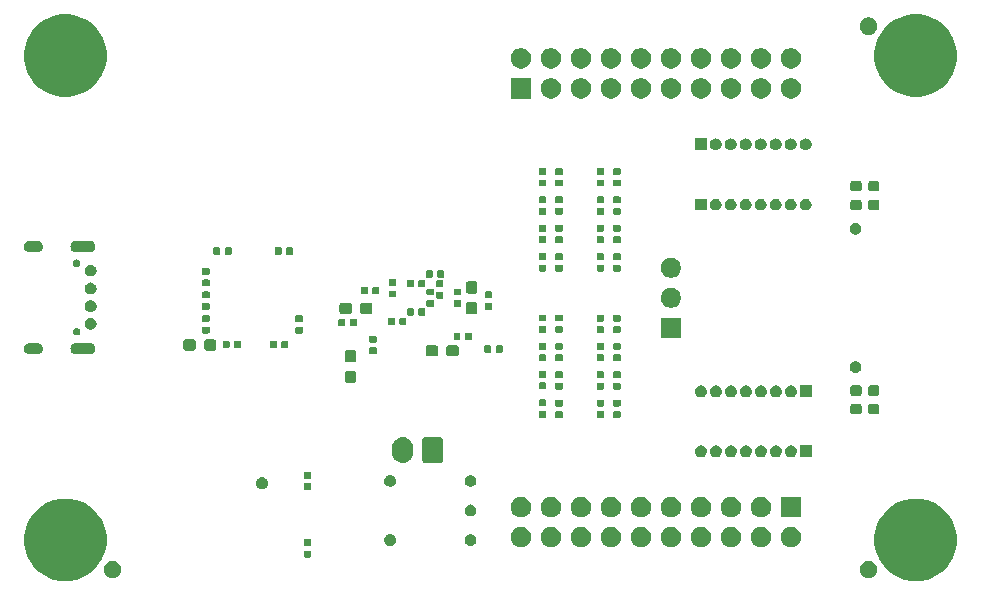
<source format=gbs>
G04 #@! TF.GenerationSoftware,KiCad,Pcbnew,5.1.5-52549c5~84~ubuntu19.10.1*
G04 #@! TF.CreationDate,2020-03-17T13:52:51+01:00*
G04 #@! TF.ProjectId,glasgow,676c6173-676f-4772-9e6b-696361645f70,rev?*
G04 #@! TF.SameCoordinates,Original*
G04 #@! TF.FileFunction,Soldermask,Bot*
G04 #@! TF.FilePolarity,Negative*
%FSLAX46Y46*%
G04 Gerber Fmt 4.6, Leading zero omitted, Abs format (unit mm)*
G04 Created by KiCad (PCBNEW 5.1.5-52549c5~84~ubuntu19.10.1) date 2020-03-17 13:52:51*
%MOMM*%
%LPD*%
G04 APERTURE LIST*
%ADD10C,0.100000*%
G04 APERTURE END LIST*
D10*
G36*
X127020910Y-112634502D02*
G01*
X127657874Y-112898341D01*
X128231119Y-113281371D01*
X128718629Y-113768881D01*
X128942848Y-114104448D01*
X129101660Y-114342128D01*
X129166357Y-114498320D01*
X129365498Y-114979090D01*
X129500000Y-115655278D01*
X129500000Y-116344722D01*
X129365498Y-117020910D01*
X129365497Y-117020912D01*
X129148225Y-117545455D01*
X129101659Y-117657874D01*
X128718629Y-118231119D01*
X128231119Y-118718629D01*
X127657874Y-119101659D01*
X127657873Y-119101660D01*
X127657872Y-119101660D01*
X127369327Y-119221179D01*
X127020910Y-119365498D01*
X126344722Y-119500000D01*
X125655278Y-119500000D01*
X124979090Y-119365498D01*
X124630673Y-119221179D01*
X124342128Y-119101660D01*
X124342127Y-119101660D01*
X124342126Y-119101659D01*
X123768881Y-118718629D01*
X123281371Y-118231119D01*
X122898341Y-117657874D01*
X122851776Y-117545455D01*
X122634503Y-117020912D01*
X122634502Y-117020910D01*
X122500000Y-116344722D01*
X122500000Y-115655278D01*
X122634502Y-114979090D01*
X122833643Y-114498320D01*
X122898340Y-114342128D01*
X123057153Y-114104448D01*
X123281371Y-113768881D01*
X123768881Y-113281371D01*
X124342126Y-112898341D01*
X124979090Y-112634502D01*
X125655278Y-112500000D01*
X126344722Y-112500000D01*
X127020910Y-112634502D01*
G37*
G36*
X55020910Y-112634502D02*
G01*
X55657874Y-112898341D01*
X56231119Y-113281371D01*
X56718629Y-113768881D01*
X56942848Y-114104448D01*
X57101660Y-114342128D01*
X57166357Y-114498320D01*
X57365498Y-114979090D01*
X57500000Y-115655278D01*
X57500000Y-116344722D01*
X57365498Y-117020910D01*
X57365497Y-117020912D01*
X57148225Y-117545455D01*
X57101659Y-117657874D01*
X56718629Y-118231119D01*
X56231119Y-118718629D01*
X55657874Y-119101659D01*
X55657873Y-119101660D01*
X55657872Y-119101660D01*
X55369327Y-119221179D01*
X55020910Y-119365498D01*
X54344722Y-119500000D01*
X53655278Y-119500000D01*
X52979090Y-119365498D01*
X52630673Y-119221179D01*
X52342128Y-119101660D01*
X52342127Y-119101660D01*
X52342126Y-119101659D01*
X51768881Y-118718629D01*
X51281371Y-118231119D01*
X50898341Y-117657874D01*
X50851776Y-117545455D01*
X50634503Y-117020912D01*
X50634502Y-117020910D01*
X50500000Y-116344722D01*
X50500000Y-115655278D01*
X50634502Y-114979090D01*
X50833643Y-114498320D01*
X50898340Y-114342128D01*
X51057153Y-114104448D01*
X51281371Y-113768881D01*
X51768881Y-113281371D01*
X52342126Y-112898341D01*
X52979090Y-112634502D01*
X53655278Y-112500000D01*
X54344722Y-112500000D01*
X55020910Y-112634502D01*
G37*
G36*
X122218763Y-117778821D02*
G01*
X122218764Y-117778821D01*
X122218767Y-117778822D01*
X122355258Y-117835359D01*
X122355259Y-117835360D01*
X122355262Y-117835361D01*
X122478097Y-117917436D01*
X122582564Y-118021903D01*
X122664639Y-118144738D01*
X122664640Y-118144741D01*
X122664641Y-118144742D01*
X122721178Y-118281233D01*
X122721179Y-118281236D01*
X122721179Y-118281237D01*
X122750000Y-118426129D01*
X122750000Y-118573871D01*
X122721179Y-118718763D01*
X122721178Y-118718767D01*
X122664641Y-118855258D01*
X122664639Y-118855262D01*
X122582564Y-118978097D01*
X122478097Y-119082564D01*
X122355262Y-119164639D01*
X122355259Y-119164640D01*
X122355258Y-119164641D01*
X122218767Y-119221178D01*
X122218764Y-119221179D01*
X122218763Y-119221179D01*
X122073871Y-119250000D01*
X121926129Y-119250000D01*
X121781237Y-119221179D01*
X121781236Y-119221179D01*
X121781233Y-119221178D01*
X121644742Y-119164641D01*
X121644741Y-119164640D01*
X121644738Y-119164639D01*
X121521903Y-119082564D01*
X121417436Y-118978097D01*
X121335361Y-118855262D01*
X121335359Y-118855258D01*
X121278822Y-118718767D01*
X121278821Y-118718763D01*
X121250000Y-118573871D01*
X121250000Y-118426129D01*
X121278821Y-118281237D01*
X121278821Y-118281236D01*
X121278822Y-118281233D01*
X121335359Y-118144742D01*
X121335360Y-118144741D01*
X121335361Y-118144738D01*
X121417436Y-118021903D01*
X121521903Y-117917436D01*
X121644738Y-117835361D01*
X121644741Y-117835360D01*
X121644742Y-117835359D01*
X121781233Y-117778822D01*
X121781236Y-117778821D01*
X121781237Y-117778821D01*
X121926129Y-117750000D01*
X122073871Y-117750000D01*
X122218763Y-117778821D01*
G37*
G36*
X58218763Y-117778821D02*
G01*
X58218764Y-117778821D01*
X58218767Y-117778822D01*
X58355258Y-117835359D01*
X58355259Y-117835360D01*
X58355262Y-117835361D01*
X58478097Y-117917436D01*
X58582564Y-118021903D01*
X58664639Y-118144738D01*
X58664640Y-118144741D01*
X58664641Y-118144742D01*
X58721178Y-118281233D01*
X58721179Y-118281236D01*
X58721179Y-118281237D01*
X58750000Y-118426129D01*
X58750000Y-118573871D01*
X58721179Y-118718763D01*
X58721178Y-118718767D01*
X58664641Y-118855258D01*
X58664639Y-118855262D01*
X58582564Y-118978097D01*
X58478097Y-119082564D01*
X58355262Y-119164639D01*
X58355259Y-119164640D01*
X58355258Y-119164641D01*
X58218767Y-119221178D01*
X58218764Y-119221179D01*
X58218763Y-119221179D01*
X58073871Y-119250000D01*
X57926129Y-119250000D01*
X57781237Y-119221179D01*
X57781236Y-119221179D01*
X57781233Y-119221178D01*
X57644742Y-119164641D01*
X57644741Y-119164640D01*
X57644738Y-119164639D01*
X57521903Y-119082564D01*
X57417436Y-118978097D01*
X57335361Y-118855262D01*
X57335359Y-118855258D01*
X57278822Y-118718767D01*
X57278821Y-118718763D01*
X57250000Y-118573871D01*
X57250000Y-118426129D01*
X57278821Y-118281237D01*
X57278821Y-118281236D01*
X57278822Y-118281233D01*
X57335359Y-118144742D01*
X57335360Y-118144741D01*
X57335361Y-118144738D01*
X57417436Y-118021903D01*
X57521903Y-117917436D01*
X57644738Y-117835361D01*
X57644741Y-117835360D01*
X57644742Y-117835359D01*
X57781233Y-117778822D01*
X57781236Y-117778821D01*
X57781237Y-117778821D01*
X57926129Y-117750000D01*
X58073871Y-117750000D01*
X58218763Y-117778821D01*
G37*
G36*
X74719345Y-116907615D02*
G01*
X74742751Y-116914715D01*
X74764326Y-116926248D01*
X74783234Y-116941766D01*
X74798752Y-116960674D01*
X74810285Y-116982249D01*
X74817385Y-117005655D01*
X74820000Y-117032206D01*
X74820000Y-117367794D01*
X74817385Y-117394345D01*
X74810285Y-117417751D01*
X74798752Y-117439326D01*
X74783234Y-117458234D01*
X74764326Y-117473752D01*
X74742751Y-117485285D01*
X74719345Y-117492385D01*
X74692794Y-117495000D01*
X74307206Y-117495000D01*
X74280655Y-117492385D01*
X74257249Y-117485285D01*
X74235674Y-117473752D01*
X74216766Y-117458234D01*
X74201248Y-117439326D01*
X74189715Y-117417751D01*
X74182615Y-117394345D01*
X74180000Y-117367794D01*
X74180000Y-117032206D01*
X74182615Y-117005655D01*
X74189715Y-116982249D01*
X74201248Y-116960674D01*
X74216766Y-116941766D01*
X74235674Y-116926248D01*
X74257249Y-116914715D01*
X74280655Y-116907615D01*
X74307206Y-116905000D01*
X74692794Y-116905000D01*
X74719345Y-116907615D01*
G37*
G36*
X115581795Y-114919675D02*
G01*
X115681903Y-114939587D01*
X115839068Y-115004687D01*
X115980513Y-115099198D01*
X116100802Y-115219487D01*
X116195313Y-115360932D01*
X116260413Y-115518097D01*
X116276704Y-115600000D01*
X116293600Y-115684941D01*
X116293600Y-115855059D01*
X116280325Y-115921795D01*
X116260413Y-116021903D01*
X116195313Y-116179068D01*
X116132306Y-116273365D01*
X116100803Y-116320512D01*
X115980512Y-116440803D01*
X115952609Y-116459447D01*
X115839068Y-116535313D01*
X115681903Y-116600413D01*
X115581795Y-116620325D01*
X115515059Y-116633600D01*
X115344941Y-116633600D01*
X115278205Y-116620325D01*
X115178097Y-116600413D01*
X115020932Y-116535313D01*
X114907391Y-116459447D01*
X114879488Y-116440803D01*
X114759197Y-116320512D01*
X114727694Y-116273365D01*
X114664687Y-116179068D01*
X114599587Y-116021903D01*
X114579675Y-115921795D01*
X114566400Y-115855059D01*
X114566400Y-115684941D01*
X114583296Y-115600000D01*
X114599587Y-115518097D01*
X114664687Y-115360932D01*
X114759198Y-115219487D01*
X114879487Y-115099198D01*
X115020932Y-115004687D01*
X115178097Y-114939587D01*
X115278205Y-114919675D01*
X115344941Y-114906400D01*
X115515059Y-114906400D01*
X115581795Y-114919675D01*
G37*
G36*
X92721795Y-114919675D02*
G01*
X92821903Y-114939587D01*
X92979068Y-115004687D01*
X93120513Y-115099198D01*
X93240802Y-115219487D01*
X93335313Y-115360932D01*
X93400413Y-115518097D01*
X93416704Y-115600000D01*
X93433600Y-115684941D01*
X93433600Y-115855059D01*
X93420325Y-115921795D01*
X93400413Y-116021903D01*
X93335313Y-116179068D01*
X93272306Y-116273365D01*
X93240803Y-116320512D01*
X93120512Y-116440803D01*
X93092609Y-116459447D01*
X92979068Y-116535313D01*
X92821903Y-116600413D01*
X92721795Y-116620325D01*
X92655059Y-116633600D01*
X92484941Y-116633600D01*
X92418205Y-116620325D01*
X92318097Y-116600413D01*
X92160932Y-116535313D01*
X92047391Y-116459447D01*
X92019488Y-116440803D01*
X91899197Y-116320512D01*
X91867694Y-116273365D01*
X91804687Y-116179068D01*
X91739587Y-116021903D01*
X91719675Y-115921795D01*
X91706400Y-115855059D01*
X91706400Y-115684941D01*
X91723296Y-115600000D01*
X91739587Y-115518097D01*
X91804687Y-115360932D01*
X91899198Y-115219487D01*
X92019487Y-115099198D01*
X92160932Y-115004687D01*
X92318097Y-114939587D01*
X92418205Y-114919675D01*
X92484941Y-114906400D01*
X92655059Y-114906400D01*
X92721795Y-114919675D01*
G37*
G36*
X95261795Y-114919675D02*
G01*
X95361903Y-114939587D01*
X95519068Y-115004687D01*
X95660513Y-115099198D01*
X95780802Y-115219487D01*
X95875313Y-115360932D01*
X95940413Y-115518097D01*
X95956704Y-115600000D01*
X95973600Y-115684941D01*
X95973600Y-115855059D01*
X95960325Y-115921795D01*
X95940413Y-116021903D01*
X95875313Y-116179068D01*
X95812306Y-116273365D01*
X95780803Y-116320512D01*
X95660512Y-116440803D01*
X95632609Y-116459447D01*
X95519068Y-116535313D01*
X95361903Y-116600413D01*
X95261795Y-116620325D01*
X95195059Y-116633600D01*
X95024941Y-116633600D01*
X94958205Y-116620325D01*
X94858097Y-116600413D01*
X94700932Y-116535313D01*
X94587391Y-116459447D01*
X94559488Y-116440803D01*
X94439197Y-116320512D01*
X94407694Y-116273365D01*
X94344687Y-116179068D01*
X94279587Y-116021903D01*
X94259675Y-115921795D01*
X94246400Y-115855059D01*
X94246400Y-115684941D01*
X94263296Y-115600000D01*
X94279587Y-115518097D01*
X94344687Y-115360932D01*
X94439198Y-115219487D01*
X94559487Y-115099198D01*
X94700932Y-115004687D01*
X94858097Y-114939587D01*
X94958205Y-114919675D01*
X95024941Y-114906400D01*
X95195059Y-114906400D01*
X95261795Y-114919675D01*
G37*
G36*
X97801795Y-114919675D02*
G01*
X97901903Y-114939587D01*
X98059068Y-115004687D01*
X98200513Y-115099198D01*
X98320802Y-115219487D01*
X98415313Y-115360932D01*
X98480413Y-115518097D01*
X98496704Y-115600000D01*
X98513600Y-115684941D01*
X98513600Y-115855059D01*
X98500325Y-115921795D01*
X98480413Y-116021903D01*
X98415313Y-116179068D01*
X98352306Y-116273365D01*
X98320803Y-116320512D01*
X98200512Y-116440803D01*
X98172609Y-116459447D01*
X98059068Y-116535313D01*
X97901903Y-116600413D01*
X97801795Y-116620325D01*
X97735059Y-116633600D01*
X97564941Y-116633600D01*
X97498205Y-116620325D01*
X97398097Y-116600413D01*
X97240932Y-116535313D01*
X97127391Y-116459447D01*
X97099488Y-116440803D01*
X96979197Y-116320512D01*
X96947694Y-116273365D01*
X96884687Y-116179068D01*
X96819587Y-116021903D01*
X96799675Y-115921795D01*
X96786400Y-115855059D01*
X96786400Y-115684941D01*
X96803296Y-115600000D01*
X96819587Y-115518097D01*
X96884687Y-115360932D01*
X96979198Y-115219487D01*
X97099487Y-115099198D01*
X97240932Y-115004687D01*
X97398097Y-114939587D01*
X97498205Y-114919675D01*
X97564941Y-114906400D01*
X97735059Y-114906400D01*
X97801795Y-114919675D01*
G37*
G36*
X100341795Y-114919675D02*
G01*
X100441903Y-114939587D01*
X100599068Y-115004687D01*
X100740513Y-115099198D01*
X100860802Y-115219487D01*
X100955313Y-115360932D01*
X101020413Y-115518097D01*
X101036704Y-115600000D01*
X101053600Y-115684941D01*
X101053600Y-115855059D01*
X101040325Y-115921795D01*
X101020413Y-116021903D01*
X100955313Y-116179068D01*
X100892306Y-116273365D01*
X100860803Y-116320512D01*
X100740512Y-116440803D01*
X100712609Y-116459447D01*
X100599068Y-116535313D01*
X100441903Y-116600413D01*
X100341795Y-116620325D01*
X100275059Y-116633600D01*
X100104941Y-116633600D01*
X100038205Y-116620325D01*
X99938097Y-116600413D01*
X99780932Y-116535313D01*
X99667391Y-116459447D01*
X99639488Y-116440803D01*
X99519197Y-116320512D01*
X99487694Y-116273365D01*
X99424687Y-116179068D01*
X99359587Y-116021903D01*
X99339675Y-115921795D01*
X99326400Y-115855059D01*
X99326400Y-115684941D01*
X99343296Y-115600000D01*
X99359587Y-115518097D01*
X99424687Y-115360932D01*
X99519198Y-115219487D01*
X99639487Y-115099198D01*
X99780932Y-115004687D01*
X99938097Y-114939587D01*
X100038205Y-114919675D01*
X100104941Y-114906400D01*
X100275059Y-114906400D01*
X100341795Y-114919675D01*
G37*
G36*
X102881795Y-114919675D02*
G01*
X102981903Y-114939587D01*
X103139068Y-115004687D01*
X103280513Y-115099198D01*
X103400802Y-115219487D01*
X103495313Y-115360932D01*
X103560413Y-115518097D01*
X103576704Y-115600000D01*
X103593600Y-115684941D01*
X103593600Y-115855059D01*
X103580325Y-115921795D01*
X103560413Y-116021903D01*
X103495313Y-116179068D01*
X103432306Y-116273365D01*
X103400803Y-116320512D01*
X103280512Y-116440803D01*
X103252609Y-116459447D01*
X103139068Y-116535313D01*
X102981903Y-116600413D01*
X102881795Y-116620325D01*
X102815059Y-116633600D01*
X102644941Y-116633600D01*
X102578205Y-116620325D01*
X102478097Y-116600413D01*
X102320932Y-116535313D01*
X102207391Y-116459447D01*
X102179488Y-116440803D01*
X102059197Y-116320512D01*
X102027694Y-116273365D01*
X101964687Y-116179068D01*
X101899587Y-116021903D01*
X101879675Y-115921795D01*
X101866400Y-115855059D01*
X101866400Y-115684941D01*
X101883296Y-115600000D01*
X101899587Y-115518097D01*
X101964687Y-115360932D01*
X102059198Y-115219487D01*
X102179487Y-115099198D01*
X102320932Y-115004687D01*
X102478097Y-114939587D01*
X102578205Y-114919675D01*
X102644941Y-114906400D01*
X102815059Y-114906400D01*
X102881795Y-114919675D01*
G37*
G36*
X105421795Y-114919675D02*
G01*
X105521903Y-114939587D01*
X105679068Y-115004687D01*
X105820513Y-115099198D01*
X105940802Y-115219487D01*
X106035313Y-115360932D01*
X106100413Y-115518097D01*
X106116704Y-115600000D01*
X106133600Y-115684941D01*
X106133600Y-115855059D01*
X106120325Y-115921795D01*
X106100413Y-116021903D01*
X106035313Y-116179068D01*
X105972306Y-116273365D01*
X105940803Y-116320512D01*
X105820512Y-116440803D01*
X105792609Y-116459447D01*
X105679068Y-116535313D01*
X105521903Y-116600413D01*
X105421795Y-116620325D01*
X105355059Y-116633600D01*
X105184941Y-116633600D01*
X105118205Y-116620325D01*
X105018097Y-116600413D01*
X104860932Y-116535313D01*
X104747391Y-116459447D01*
X104719488Y-116440803D01*
X104599197Y-116320512D01*
X104567694Y-116273365D01*
X104504687Y-116179068D01*
X104439587Y-116021903D01*
X104419675Y-115921795D01*
X104406400Y-115855059D01*
X104406400Y-115684941D01*
X104423296Y-115600000D01*
X104439587Y-115518097D01*
X104504687Y-115360932D01*
X104599198Y-115219487D01*
X104719487Y-115099198D01*
X104860932Y-115004687D01*
X105018097Y-114939587D01*
X105118205Y-114919675D01*
X105184941Y-114906400D01*
X105355059Y-114906400D01*
X105421795Y-114919675D01*
G37*
G36*
X107961795Y-114919675D02*
G01*
X108061903Y-114939587D01*
X108219068Y-115004687D01*
X108360513Y-115099198D01*
X108480802Y-115219487D01*
X108575313Y-115360932D01*
X108640413Y-115518097D01*
X108656704Y-115600000D01*
X108673600Y-115684941D01*
X108673600Y-115855059D01*
X108660325Y-115921795D01*
X108640413Y-116021903D01*
X108575313Y-116179068D01*
X108512306Y-116273365D01*
X108480803Y-116320512D01*
X108360512Y-116440803D01*
X108332609Y-116459447D01*
X108219068Y-116535313D01*
X108061903Y-116600413D01*
X107961795Y-116620325D01*
X107895059Y-116633600D01*
X107724941Y-116633600D01*
X107658205Y-116620325D01*
X107558097Y-116600413D01*
X107400932Y-116535313D01*
X107287391Y-116459447D01*
X107259488Y-116440803D01*
X107139197Y-116320512D01*
X107107694Y-116273365D01*
X107044687Y-116179068D01*
X106979587Y-116021903D01*
X106959675Y-115921795D01*
X106946400Y-115855059D01*
X106946400Y-115684941D01*
X106963296Y-115600000D01*
X106979587Y-115518097D01*
X107044687Y-115360932D01*
X107139198Y-115219487D01*
X107259487Y-115099198D01*
X107400932Y-115004687D01*
X107558097Y-114939587D01*
X107658205Y-114919675D01*
X107724941Y-114906400D01*
X107895059Y-114906400D01*
X107961795Y-114919675D01*
G37*
G36*
X110501795Y-114919675D02*
G01*
X110601903Y-114939587D01*
X110759068Y-115004687D01*
X110900513Y-115099198D01*
X111020802Y-115219487D01*
X111115313Y-115360932D01*
X111180413Y-115518097D01*
X111196704Y-115600000D01*
X111213600Y-115684941D01*
X111213600Y-115855059D01*
X111200325Y-115921795D01*
X111180413Y-116021903D01*
X111115313Y-116179068D01*
X111052306Y-116273365D01*
X111020803Y-116320512D01*
X110900512Y-116440803D01*
X110872609Y-116459447D01*
X110759068Y-116535313D01*
X110601903Y-116600413D01*
X110501795Y-116620325D01*
X110435059Y-116633600D01*
X110264941Y-116633600D01*
X110198205Y-116620325D01*
X110098097Y-116600413D01*
X109940932Y-116535313D01*
X109827391Y-116459447D01*
X109799488Y-116440803D01*
X109679197Y-116320512D01*
X109647694Y-116273365D01*
X109584687Y-116179068D01*
X109519587Y-116021903D01*
X109499675Y-115921795D01*
X109486400Y-115855059D01*
X109486400Y-115684941D01*
X109503296Y-115600000D01*
X109519587Y-115518097D01*
X109584687Y-115360932D01*
X109679198Y-115219487D01*
X109799487Y-115099198D01*
X109940932Y-115004687D01*
X110098097Y-114939587D01*
X110198205Y-114919675D01*
X110264941Y-114906400D01*
X110435059Y-114906400D01*
X110501795Y-114919675D01*
G37*
G36*
X113041795Y-114919675D02*
G01*
X113141903Y-114939587D01*
X113299068Y-115004687D01*
X113440513Y-115099198D01*
X113560802Y-115219487D01*
X113655313Y-115360932D01*
X113720413Y-115518097D01*
X113736704Y-115600000D01*
X113753600Y-115684941D01*
X113753600Y-115855059D01*
X113740325Y-115921795D01*
X113720413Y-116021903D01*
X113655313Y-116179068D01*
X113592306Y-116273365D01*
X113560803Y-116320512D01*
X113440512Y-116440803D01*
X113412609Y-116459447D01*
X113299068Y-116535313D01*
X113141903Y-116600413D01*
X113041795Y-116620325D01*
X112975059Y-116633600D01*
X112804941Y-116633600D01*
X112738205Y-116620325D01*
X112638097Y-116600413D01*
X112480932Y-116535313D01*
X112367391Y-116459447D01*
X112339488Y-116440803D01*
X112219197Y-116320512D01*
X112187694Y-116273365D01*
X112124687Y-116179068D01*
X112059587Y-116021903D01*
X112039675Y-115921795D01*
X112026400Y-115855059D01*
X112026400Y-115684941D01*
X112043296Y-115600000D01*
X112059587Y-115518097D01*
X112124687Y-115360932D01*
X112219198Y-115219487D01*
X112339487Y-115099198D01*
X112480932Y-115004687D01*
X112638097Y-114939587D01*
X112738205Y-114919675D01*
X112804941Y-114906400D01*
X112975059Y-114906400D01*
X113041795Y-114919675D01*
G37*
G36*
X74719345Y-115937615D02*
G01*
X74742751Y-115944715D01*
X74764326Y-115956248D01*
X74783234Y-115971766D01*
X74798752Y-115990674D01*
X74810285Y-116012249D01*
X74817385Y-116035655D01*
X74820000Y-116062206D01*
X74820000Y-116397794D01*
X74817385Y-116424345D01*
X74810285Y-116447751D01*
X74798752Y-116469326D01*
X74783234Y-116488234D01*
X74764326Y-116503752D01*
X74742751Y-116515285D01*
X74719345Y-116522385D01*
X74692794Y-116525000D01*
X74307206Y-116525000D01*
X74280655Y-116522385D01*
X74257249Y-116515285D01*
X74235674Y-116503752D01*
X74216766Y-116488234D01*
X74201248Y-116469326D01*
X74189715Y-116447751D01*
X74182615Y-116424345D01*
X74180000Y-116397794D01*
X74180000Y-116062206D01*
X74182615Y-116035655D01*
X74189715Y-116012249D01*
X74201248Y-115990674D01*
X74216766Y-115971766D01*
X74235674Y-115956248D01*
X74257249Y-115944715D01*
X74280655Y-115937615D01*
X74307206Y-115935000D01*
X74692794Y-115935000D01*
X74719345Y-115937615D01*
G37*
G36*
X88445842Y-115519214D02*
G01*
X88445844Y-115519215D01*
X88445845Y-115519215D01*
X88536839Y-115556906D01*
X88536841Y-115556907D01*
X88618731Y-115611624D01*
X88688376Y-115681269D01*
X88743093Y-115763159D01*
X88780786Y-115854158D01*
X88800000Y-115950752D01*
X88800000Y-116049248D01*
X88786588Y-116116676D01*
X88780785Y-116145845D01*
X88767023Y-116179070D01*
X88743093Y-116236841D01*
X88688376Y-116318731D01*
X88618731Y-116388376D01*
X88536841Y-116443093D01*
X88536840Y-116443094D01*
X88536839Y-116443094D01*
X88445845Y-116480785D01*
X88445844Y-116480785D01*
X88445842Y-116480786D01*
X88349248Y-116500000D01*
X88250752Y-116500000D01*
X88154158Y-116480786D01*
X88154156Y-116480785D01*
X88154155Y-116480785D01*
X88063161Y-116443094D01*
X88063160Y-116443094D01*
X88063159Y-116443093D01*
X87981269Y-116388376D01*
X87911624Y-116318731D01*
X87856907Y-116236841D01*
X87832977Y-116179070D01*
X87819215Y-116145845D01*
X87813413Y-116116676D01*
X87800000Y-116049248D01*
X87800000Y-115950752D01*
X87819214Y-115854158D01*
X87856907Y-115763159D01*
X87911624Y-115681269D01*
X87981269Y-115611624D01*
X88063159Y-115556907D01*
X88063161Y-115556906D01*
X88154155Y-115519215D01*
X88154156Y-115519215D01*
X88154158Y-115519214D01*
X88250752Y-115500000D01*
X88349248Y-115500000D01*
X88445842Y-115519214D01*
G37*
G36*
X81645842Y-115519214D02*
G01*
X81645844Y-115519215D01*
X81645845Y-115519215D01*
X81736839Y-115556906D01*
X81736841Y-115556907D01*
X81818731Y-115611624D01*
X81888376Y-115681269D01*
X81943093Y-115763159D01*
X81980786Y-115854158D01*
X82000000Y-115950752D01*
X82000000Y-116049248D01*
X81986588Y-116116676D01*
X81980785Y-116145845D01*
X81967023Y-116179070D01*
X81943093Y-116236841D01*
X81888376Y-116318731D01*
X81818731Y-116388376D01*
X81736841Y-116443093D01*
X81736840Y-116443094D01*
X81736839Y-116443094D01*
X81645845Y-116480785D01*
X81645844Y-116480785D01*
X81645842Y-116480786D01*
X81549248Y-116500000D01*
X81450752Y-116500000D01*
X81354158Y-116480786D01*
X81354156Y-116480785D01*
X81354155Y-116480785D01*
X81263161Y-116443094D01*
X81263160Y-116443094D01*
X81263159Y-116443093D01*
X81181269Y-116388376D01*
X81111624Y-116318731D01*
X81056907Y-116236841D01*
X81032977Y-116179070D01*
X81019215Y-116145845D01*
X81013413Y-116116676D01*
X81000000Y-116049248D01*
X81000000Y-115950752D01*
X81019214Y-115854158D01*
X81056907Y-115763159D01*
X81111624Y-115681269D01*
X81181269Y-115611624D01*
X81263159Y-115556907D01*
X81263161Y-115556906D01*
X81354155Y-115519215D01*
X81354156Y-115519215D01*
X81354158Y-115519214D01*
X81450752Y-115500000D01*
X81549248Y-115500000D01*
X81645842Y-115519214D01*
G37*
G36*
X95261795Y-112379675D02*
G01*
X95361903Y-112399587D01*
X95519068Y-112464687D01*
X95660513Y-112559198D01*
X95780802Y-112679487D01*
X95875313Y-112820932D01*
X95940413Y-112978097D01*
X95948852Y-113020525D01*
X95973600Y-113144941D01*
X95973600Y-113315059D01*
X95960325Y-113381795D01*
X95940413Y-113481903D01*
X95875313Y-113639068D01*
X95844154Y-113685700D01*
X95788575Y-113768881D01*
X95780802Y-113780513D01*
X95660513Y-113900802D01*
X95519068Y-113995313D01*
X95361903Y-114060413D01*
X95261795Y-114080325D01*
X95195059Y-114093600D01*
X95024941Y-114093600D01*
X94958205Y-114080325D01*
X94858097Y-114060413D01*
X94700932Y-113995313D01*
X94559487Y-113900802D01*
X94439198Y-113780513D01*
X94431426Y-113768881D01*
X94375846Y-113685700D01*
X94344687Y-113639068D01*
X94279587Y-113481903D01*
X94259675Y-113381795D01*
X94246400Y-113315059D01*
X94246400Y-113144941D01*
X94271148Y-113020525D01*
X94279587Y-112978097D01*
X94344687Y-112820932D01*
X94439198Y-112679487D01*
X94559487Y-112559198D01*
X94700932Y-112464687D01*
X94858097Y-112399587D01*
X94958205Y-112379675D01*
X95024941Y-112366400D01*
X95195059Y-112366400D01*
X95261795Y-112379675D01*
G37*
G36*
X107961795Y-112379675D02*
G01*
X108061903Y-112399587D01*
X108219068Y-112464687D01*
X108360513Y-112559198D01*
X108480802Y-112679487D01*
X108575313Y-112820932D01*
X108640413Y-112978097D01*
X108648852Y-113020525D01*
X108673600Y-113144941D01*
X108673600Y-113315059D01*
X108660325Y-113381795D01*
X108640413Y-113481903D01*
X108575313Y-113639068D01*
X108544154Y-113685700D01*
X108488575Y-113768881D01*
X108480802Y-113780513D01*
X108360513Y-113900802D01*
X108219068Y-113995313D01*
X108061903Y-114060413D01*
X107961795Y-114080325D01*
X107895059Y-114093600D01*
X107724941Y-114093600D01*
X107658205Y-114080325D01*
X107558097Y-114060413D01*
X107400932Y-113995313D01*
X107259487Y-113900802D01*
X107139198Y-113780513D01*
X107131426Y-113768881D01*
X107075846Y-113685700D01*
X107044687Y-113639068D01*
X106979587Y-113481903D01*
X106959675Y-113381795D01*
X106946400Y-113315059D01*
X106946400Y-113144941D01*
X106971148Y-113020525D01*
X106979587Y-112978097D01*
X107044687Y-112820932D01*
X107139198Y-112679487D01*
X107259487Y-112559198D01*
X107400932Y-112464687D01*
X107558097Y-112399587D01*
X107658205Y-112379675D01*
X107724941Y-112366400D01*
X107895059Y-112366400D01*
X107961795Y-112379675D01*
G37*
G36*
X92721795Y-112379675D02*
G01*
X92821903Y-112399587D01*
X92979068Y-112464687D01*
X93120513Y-112559198D01*
X93240802Y-112679487D01*
X93335313Y-112820932D01*
X93400413Y-112978097D01*
X93408852Y-113020525D01*
X93433600Y-113144941D01*
X93433600Y-113315059D01*
X93420325Y-113381795D01*
X93400413Y-113481903D01*
X93335313Y-113639068D01*
X93304154Y-113685700D01*
X93248575Y-113768881D01*
X93240802Y-113780513D01*
X93120513Y-113900802D01*
X92979068Y-113995313D01*
X92821903Y-114060413D01*
X92721795Y-114080325D01*
X92655059Y-114093600D01*
X92484941Y-114093600D01*
X92418205Y-114080325D01*
X92318097Y-114060413D01*
X92160932Y-113995313D01*
X92019487Y-113900802D01*
X91899198Y-113780513D01*
X91891426Y-113768881D01*
X91835846Y-113685700D01*
X91804687Y-113639068D01*
X91739587Y-113481903D01*
X91719675Y-113381795D01*
X91706400Y-113315059D01*
X91706400Y-113144941D01*
X91731148Y-113020525D01*
X91739587Y-112978097D01*
X91804687Y-112820932D01*
X91899198Y-112679487D01*
X92019487Y-112559198D01*
X92160932Y-112464687D01*
X92318097Y-112399587D01*
X92418205Y-112379675D01*
X92484941Y-112366400D01*
X92655059Y-112366400D01*
X92721795Y-112379675D01*
G37*
G36*
X116293600Y-114093600D02*
G01*
X114566400Y-114093600D01*
X114566400Y-112366400D01*
X116293600Y-112366400D01*
X116293600Y-114093600D01*
G37*
G36*
X113041795Y-112379675D02*
G01*
X113141903Y-112399587D01*
X113299068Y-112464687D01*
X113440513Y-112559198D01*
X113560802Y-112679487D01*
X113655313Y-112820932D01*
X113720413Y-112978097D01*
X113728852Y-113020525D01*
X113753600Y-113144941D01*
X113753600Y-113315059D01*
X113740325Y-113381795D01*
X113720413Y-113481903D01*
X113655313Y-113639068D01*
X113624154Y-113685700D01*
X113568575Y-113768881D01*
X113560802Y-113780513D01*
X113440513Y-113900802D01*
X113299068Y-113995313D01*
X113141903Y-114060413D01*
X113041795Y-114080325D01*
X112975059Y-114093600D01*
X112804941Y-114093600D01*
X112738205Y-114080325D01*
X112638097Y-114060413D01*
X112480932Y-113995313D01*
X112339487Y-113900802D01*
X112219198Y-113780513D01*
X112211426Y-113768881D01*
X112155846Y-113685700D01*
X112124687Y-113639068D01*
X112059587Y-113481903D01*
X112039675Y-113381795D01*
X112026400Y-113315059D01*
X112026400Y-113144941D01*
X112051148Y-113020525D01*
X112059587Y-112978097D01*
X112124687Y-112820932D01*
X112219198Y-112679487D01*
X112339487Y-112559198D01*
X112480932Y-112464687D01*
X112638097Y-112399587D01*
X112738205Y-112379675D01*
X112804941Y-112366400D01*
X112975059Y-112366400D01*
X113041795Y-112379675D01*
G37*
G36*
X110501795Y-112379675D02*
G01*
X110601903Y-112399587D01*
X110759068Y-112464687D01*
X110900513Y-112559198D01*
X111020802Y-112679487D01*
X111115313Y-112820932D01*
X111180413Y-112978097D01*
X111188852Y-113020525D01*
X111213600Y-113144941D01*
X111213600Y-113315059D01*
X111200325Y-113381795D01*
X111180413Y-113481903D01*
X111115313Y-113639068D01*
X111084154Y-113685700D01*
X111028575Y-113768881D01*
X111020802Y-113780513D01*
X110900513Y-113900802D01*
X110759068Y-113995313D01*
X110601903Y-114060413D01*
X110501795Y-114080325D01*
X110435059Y-114093600D01*
X110264941Y-114093600D01*
X110198205Y-114080325D01*
X110098097Y-114060413D01*
X109940932Y-113995313D01*
X109799487Y-113900802D01*
X109679198Y-113780513D01*
X109671426Y-113768881D01*
X109615846Y-113685700D01*
X109584687Y-113639068D01*
X109519587Y-113481903D01*
X109499675Y-113381795D01*
X109486400Y-113315059D01*
X109486400Y-113144941D01*
X109511148Y-113020525D01*
X109519587Y-112978097D01*
X109584687Y-112820932D01*
X109679198Y-112679487D01*
X109799487Y-112559198D01*
X109940932Y-112464687D01*
X110098097Y-112399587D01*
X110198205Y-112379675D01*
X110264941Y-112366400D01*
X110435059Y-112366400D01*
X110501795Y-112379675D01*
G37*
G36*
X105421795Y-112379675D02*
G01*
X105521903Y-112399587D01*
X105679068Y-112464687D01*
X105820513Y-112559198D01*
X105940802Y-112679487D01*
X106035313Y-112820932D01*
X106100413Y-112978097D01*
X106108852Y-113020525D01*
X106133600Y-113144941D01*
X106133600Y-113315059D01*
X106120325Y-113381795D01*
X106100413Y-113481903D01*
X106035313Y-113639068D01*
X106004154Y-113685700D01*
X105948575Y-113768881D01*
X105940802Y-113780513D01*
X105820513Y-113900802D01*
X105679068Y-113995313D01*
X105521903Y-114060413D01*
X105421795Y-114080325D01*
X105355059Y-114093600D01*
X105184941Y-114093600D01*
X105118205Y-114080325D01*
X105018097Y-114060413D01*
X104860932Y-113995313D01*
X104719487Y-113900802D01*
X104599198Y-113780513D01*
X104591426Y-113768881D01*
X104535846Y-113685700D01*
X104504687Y-113639068D01*
X104439587Y-113481903D01*
X104419675Y-113381795D01*
X104406400Y-113315059D01*
X104406400Y-113144941D01*
X104431148Y-113020525D01*
X104439587Y-112978097D01*
X104504687Y-112820932D01*
X104599198Y-112679487D01*
X104719487Y-112559198D01*
X104860932Y-112464687D01*
X105018097Y-112399587D01*
X105118205Y-112379675D01*
X105184941Y-112366400D01*
X105355059Y-112366400D01*
X105421795Y-112379675D01*
G37*
G36*
X102881795Y-112379675D02*
G01*
X102981903Y-112399587D01*
X103139068Y-112464687D01*
X103280513Y-112559198D01*
X103400802Y-112679487D01*
X103495313Y-112820932D01*
X103560413Y-112978097D01*
X103568852Y-113020525D01*
X103593600Y-113144941D01*
X103593600Y-113315059D01*
X103580325Y-113381795D01*
X103560413Y-113481903D01*
X103495313Y-113639068D01*
X103464154Y-113685700D01*
X103408575Y-113768881D01*
X103400802Y-113780513D01*
X103280513Y-113900802D01*
X103139068Y-113995313D01*
X102981903Y-114060413D01*
X102881795Y-114080325D01*
X102815059Y-114093600D01*
X102644941Y-114093600D01*
X102578205Y-114080325D01*
X102478097Y-114060413D01*
X102320932Y-113995313D01*
X102179487Y-113900802D01*
X102059198Y-113780513D01*
X102051426Y-113768881D01*
X101995846Y-113685700D01*
X101964687Y-113639068D01*
X101899587Y-113481903D01*
X101879675Y-113381795D01*
X101866400Y-113315059D01*
X101866400Y-113144941D01*
X101891148Y-113020525D01*
X101899587Y-112978097D01*
X101964687Y-112820932D01*
X102059198Y-112679487D01*
X102179487Y-112559198D01*
X102320932Y-112464687D01*
X102478097Y-112399587D01*
X102578205Y-112379675D01*
X102644941Y-112366400D01*
X102815059Y-112366400D01*
X102881795Y-112379675D01*
G37*
G36*
X100341795Y-112379675D02*
G01*
X100441903Y-112399587D01*
X100599068Y-112464687D01*
X100740513Y-112559198D01*
X100860802Y-112679487D01*
X100955313Y-112820932D01*
X101020413Y-112978097D01*
X101028852Y-113020525D01*
X101053600Y-113144941D01*
X101053600Y-113315059D01*
X101040325Y-113381795D01*
X101020413Y-113481903D01*
X100955313Y-113639068D01*
X100924154Y-113685700D01*
X100868575Y-113768881D01*
X100860802Y-113780513D01*
X100740513Y-113900802D01*
X100599068Y-113995313D01*
X100441903Y-114060413D01*
X100341795Y-114080325D01*
X100275059Y-114093600D01*
X100104941Y-114093600D01*
X100038205Y-114080325D01*
X99938097Y-114060413D01*
X99780932Y-113995313D01*
X99639487Y-113900802D01*
X99519198Y-113780513D01*
X99511426Y-113768881D01*
X99455846Y-113685700D01*
X99424687Y-113639068D01*
X99359587Y-113481903D01*
X99339675Y-113381795D01*
X99326400Y-113315059D01*
X99326400Y-113144941D01*
X99351148Y-113020525D01*
X99359587Y-112978097D01*
X99424687Y-112820932D01*
X99519198Y-112679487D01*
X99639487Y-112559198D01*
X99780932Y-112464687D01*
X99938097Y-112399587D01*
X100038205Y-112379675D01*
X100104941Y-112366400D01*
X100275059Y-112366400D01*
X100341795Y-112379675D01*
G37*
G36*
X97801795Y-112379675D02*
G01*
X97901903Y-112399587D01*
X98059068Y-112464687D01*
X98200513Y-112559198D01*
X98320802Y-112679487D01*
X98415313Y-112820932D01*
X98480413Y-112978097D01*
X98488852Y-113020525D01*
X98513600Y-113144941D01*
X98513600Y-113315059D01*
X98500325Y-113381795D01*
X98480413Y-113481903D01*
X98415313Y-113639068D01*
X98384154Y-113685700D01*
X98328575Y-113768881D01*
X98320802Y-113780513D01*
X98200513Y-113900802D01*
X98059068Y-113995313D01*
X97901903Y-114060413D01*
X97801795Y-114080325D01*
X97735059Y-114093600D01*
X97564941Y-114093600D01*
X97498205Y-114080325D01*
X97398097Y-114060413D01*
X97240932Y-113995313D01*
X97099487Y-113900802D01*
X96979198Y-113780513D01*
X96971426Y-113768881D01*
X96915846Y-113685700D01*
X96884687Y-113639068D01*
X96819587Y-113481903D01*
X96799675Y-113381795D01*
X96786400Y-113315059D01*
X96786400Y-113144941D01*
X96811148Y-113020525D01*
X96819587Y-112978097D01*
X96884687Y-112820932D01*
X96979198Y-112679487D01*
X97099487Y-112559198D01*
X97240932Y-112464687D01*
X97398097Y-112399587D01*
X97498205Y-112379675D01*
X97564941Y-112366400D01*
X97735059Y-112366400D01*
X97801795Y-112379675D01*
G37*
G36*
X88445842Y-113019214D02*
G01*
X88445844Y-113019215D01*
X88445845Y-113019215D01*
X88536839Y-113056906D01*
X88536841Y-113056907D01*
X88618731Y-113111624D01*
X88688376Y-113181269D01*
X88743093Y-113263159D01*
X88780786Y-113354158D01*
X88800000Y-113450752D01*
X88800000Y-113549248D01*
X88780786Y-113645842D01*
X88743093Y-113736841D01*
X88688376Y-113818731D01*
X88618731Y-113888376D01*
X88536841Y-113943093D01*
X88536840Y-113943094D01*
X88536839Y-113943094D01*
X88445845Y-113980785D01*
X88445844Y-113980785D01*
X88445842Y-113980786D01*
X88349248Y-114000000D01*
X88250752Y-114000000D01*
X88154158Y-113980786D01*
X88154156Y-113980785D01*
X88154155Y-113980785D01*
X88063161Y-113943094D01*
X88063160Y-113943094D01*
X88063159Y-113943093D01*
X87981269Y-113888376D01*
X87911624Y-113818731D01*
X87856907Y-113736841D01*
X87819214Y-113645842D01*
X87800000Y-113549248D01*
X87800000Y-113450752D01*
X87819214Y-113354158D01*
X87856907Y-113263159D01*
X87911624Y-113181269D01*
X87981269Y-113111624D01*
X88063159Y-113056907D01*
X88063161Y-113056906D01*
X88154155Y-113019215D01*
X88154156Y-113019215D01*
X88154158Y-113019214D01*
X88250752Y-113000000D01*
X88349248Y-113000000D01*
X88445842Y-113019214D01*
G37*
G36*
X74719345Y-111207615D02*
G01*
X74742751Y-111214715D01*
X74764326Y-111226248D01*
X74783234Y-111241766D01*
X74798752Y-111260674D01*
X74810285Y-111282249D01*
X74817385Y-111305655D01*
X74820000Y-111332206D01*
X74820000Y-111667794D01*
X74817385Y-111694345D01*
X74810285Y-111717751D01*
X74798752Y-111739326D01*
X74783234Y-111758234D01*
X74764326Y-111773752D01*
X74742751Y-111785285D01*
X74719345Y-111792385D01*
X74692794Y-111795000D01*
X74307206Y-111795000D01*
X74280655Y-111792385D01*
X74257249Y-111785285D01*
X74235674Y-111773752D01*
X74216766Y-111758234D01*
X74201248Y-111739326D01*
X74189715Y-111717751D01*
X74182615Y-111694345D01*
X74180000Y-111667794D01*
X74180000Y-111332206D01*
X74182615Y-111305655D01*
X74189715Y-111282249D01*
X74201248Y-111260674D01*
X74216766Y-111241766D01*
X74235674Y-111226248D01*
X74257249Y-111214715D01*
X74280655Y-111207615D01*
X74307206Y-111205000D01*
X74692794Y-111205000D01*
X74719345Y-111207615D01*
G37*
G36*
X70795842Y-110719214D02*
G01*
X70795844Y-110719215D01*
X70795845Y-110719215D01*
X70886839Y-110756906D01*
X70886841Y-110756907D01*
X70968731Y-110811624D01*
X71038376Y-110881269D01*
X71084804Y-110950754D01*
X71093094Y-110963161D01*
X71128752Y-111049246D01*
X71130786Y-111054158D01*
X71150000Y-111150752D01*
X71150000Y-111249248D01*
X71130786Y-111345842D01*
X71093093Y-111436841D01*
X71038376Y-111518731D01*
X70968731Y-111588376D01*
X70886841Y-111643093D01*
X70886840Y-111643094D01*
X70886839Y-111643094D01*
X70795845Y-111680785D01*
X70795844Y-111680785D01*
X70795842Y-111680786D01*
X70699248Y-111700000D01*
X70600752Y-111700000D01*
X70504158Y-111680786D01*
X70504156Y-111680785D01*
X70504155Y-111680785D01*
X70413161Y-111643094D01*
X70413160Y-111643094D01*
X70413159Y-111643093D01*
X70331269Y-111588376D01*
X70261624Y-111518731D01*
X70206907Y-111436841D01*
X70169214Y-111345842D01*
X70150000Y-111249248D01*
X70150000Y-111150752D01*
X70169214Y-111054158D01*
X70171249Y-111049246D01*
X70206906Y-110963161D01*
X70215196Y-110950754D01*
X70261624Y-110881269D01*
X70331269Y-110811624D01*
X70413159Y-110756907D01*
X70413161Y-110756906D01*
X70504155Y-110719215D01*
X70504156Y-110719215D01*
X70504158Y-110719214D01*
X70600752Y-110700000D01*
X70699248Y-110700000D01*
X70795842Y-110719214D01*
G37*
G36*
X81645842Y-110519214D02*
G01*
X81645844Y-110519215D01*
X81645845Y-110519215D01*
X81736839Y-110556906D01*
X81736841Y-110556907D01*
X81818731Y-110611624D01*
X81888376Y-110681269D01*
X81943093Y-110763159D01*
X81943094Y-110763161D01*
X81968709Y-110825000D01*
X81980786Y-110854158D01*
X82000000Y-110950752D01*
X82000000Y-111049246D01*
X81980785Y-111145845D01*
X81943094Y-111236839D01*
X81943093Y-111236841D01*
X81888376Y-111318731D01*
X81818731Y-111388376D01*
X81736841Y-111443093D01*
X81736840Y-111443094D01*
X81736839Y-111443094D01*
X81645845Y-111480785D01*
X81645844Y-111480785D01*
X81645842Y-111480786D01*
X81549248Y-111500000D01*
X81450752Y-111500000D01*
X81354158Y-111480786D01*
X81354156Y-111480785D01*
X81354155Y-111480785D01*
X81263161Y-111443094D01*
X81263160Y-111443094D01*
X81263159Y-111443093D01*
X81181269Y-111388376D01*
X81111624Y-111318731D01*
X81056907Y-111236841D01*
X81056906Y-111236839D01*
X81019215Y-111145845D01*
X81000000Y-111049246D01*
X81000000Y-110950752D01*
X81019214Y-110854158D01*
X81031292Y-110825000D01*
X81056906Y-110763161D01*
X81056907Y-110763159D01*
X81111624Y-110681269D01*
X81181269Y-110611624D01*
X81263159Y-110556907D01*
X81263161Y-110556906D01*
X81354155Y-110519215D01*
X81354156Y-110519215D01*
X81354158Y-110519214D01*
X81450752Y-110500000D01*
X81549248Y-110500000D01*
X81645842Y-110519214D01*
G37*
G36*
X88445842Y-110519214D02*
G01*
X88445844Y-110519215D01*
X88445845Y-110519215D01*
X88536839Y-110556906D01*
X88536841Y-110556907D01*
X88618731Y-110611624D01*
X88688376Y-110681269D01*
X88743093Y-110763159D01*
X88743094Y-110763161D01*
X88768709Y-110825000D01*
X88780786Y-110854158D01*
X88800000Y-110950752D01*
X88800000Y-111049246D01*
X88780785Y-111145845D01*
X88743094Y-111236839D01*
X88743093Y-111236841D01*
X88688376Y-111318731D01*
X88618731Y-111388376D01*
X88536841Y-111443093D01*
X88536840Y-111443094D01*
X88536839Y-111443094D01*
X88445845Y-111480785D01*
X88445844Y-111480785D01*
X88445842Y-111480786D01*
X88349248Y-111500000D01*
X88250752Y-111500000D01*
X88154158Y-111480786D01*
X88154156Y-111480785D01*
X88154155Y-111480785D01*
X88063161Y-111443094D01*
X88063160Y-111443094D01*
X88063159Y-111443093D01*
X87981269Y-111388376D01*
X87911624Y-111318731D01*
X87856907Y-111236841D01*
X87856906Y-111236839D01*
X87819215Y-111145845D01*
X87800000Y-111049246D01*
X87800000Y-110950752D01*
X87819214Y-110854158D01*
X87831292Y-110825000D01*
X87856906Y-110763161D01*
X87856907Y-110763159D01*
X87911624Y-110681269D01*
X87981269Y-110611624D01*
X88063159Y-110556907D01*
X88063161Y-110556906D01*
X88154155Y-110519215D01*
X88154156Y-110519215D01*
X88154158Y-110519214D01*
X88250752Y-110500000D01*
X88349248Y-110500000D01*
X88445842Y-110519214D01*
G37*
G36*
X74719345Y-110237615D02*
G01*
X74742751Y-110244715D01*
X74764326Y-110256248D01*
X74783234Y-110271766D01*
X74798752Y-110290674D01*
X74810285Y-110312249D01*
X74817385Y-110335655D01*
X74820000Y-110362206D01*
X74820000Y-110697794D01*
X74817385Y-110724345D01*
X74810285Y-110747751D01*
X74798752Y-110769326D01*
X74783234Y-110788234D01*
X74764326Y-110803752D01*
X74742751Y-110815285D01*
X74719345Y-110822385D01*
X74692794Y-110825000D01*
X74307206Y-110825000D01*
X74280655Y-110822385D01*
X74257249Y-110815285D01*
X74235674Y-110803752D01*
X74216766Y-110788234D01*
X74201248Y-110769326D01*
X74189715Y-110747751D01*
X74182615Y-110724345D01*
X74180000Y-110697794D01*
X74180000Y-110362206D01*
X74182615Y-110335655D01*
X74189715Y-110312249D01*
X74201248Y-110290674D01*
X74216766Y-110271766D01*
X74235674Y-110256248D01*
X74257249Y-110244715D01*
X74280655Y-110237615D01*
X74307206Y-110235000D01*
X74692794Y-110235000D01*
X74719345Y-110237615D01*
G37*
G36*
X82730551Y-107312589D02*
G01*
X82894542Y-107362334D01*
X83045685Y-107443121D01*
X83178159Y-107551841D01*
X83286879Y-107684315D01*
X83367666Y-107835458D01*
X83417411Y-107999449D01*
X83430000Y-108127262D01*
X83430000Y-108672739D01*
X83417411Y-108800551D01*
X83367666Y-108964542D01*
X83286879Y-109115685D01*
X83178159Y-109248159D01*
X83045684Y-109356878D01*
X82894541Y-109437666D01*
X82730550Y-109487411D01*
X82560000Y-109504210D01*
X82389449Y-109487411D01*
X82225458Y-109437666D01*
X82074315Y-109356879D01*
X81941841Y-109248159D01*
X81833122Y-109115684D01*
X81752334Y-108964541D01*
X81702589Y-108800550D01*
X81690000Y-108672738D01*
X81690000Y-108127261D01*
X81702589Y-107999449D01*
X81752334Y-107835460D01*
X81752335Y-107835458D01*
X81752336Y-107835455D01*
X81833122Y-107684316D01*
X81941842Y-107551841D01*
X81980471Y-107520139D01*
X82074316Y-107443121D01*
X82225459Y-107362334D01*
X82389450Y-107312589D01*
X82560000Y-107295790D01*
X82730551Y-107312589D01*
G37*
G36*
X85794544Y-107304401D02*
G01*
X85835383Y-107316789D01*
X85873025Y-107336910D01*
X85906016Y-107363984D01*
X85933090Y-107396975D01*
X85953211Y-107434617D01*
X85965599Y-107475456D01*
X85970000Y-107520139D01*
X85970000Y-109279861D01*
X85965599Y-109324544D01*
X85953211Y-109365383D01*
X85933090Y-109403025D01*
X85906016Y-109436016D01*
X85873025Y-109463090D01*
X85835383Y-109483211D01*
X85794544Y-109495599D01*
X85749861Y-109500000D01*
X84450139Y-109500000D01*
X84405456Y-109495599D01*
X84364617Y-109483211D01*
X84326975Y-109463090D01*
X84293984Y-109436016D01*
X84266910Y-109403025D01*
X84246789Y-109365383D01*
X84234401Y-109324544D01*
X84230000Y-109279861D01*
X84230000Y-107520139D01*
X84234401Y-107475456D01*
X84246789Y-107434617D01*
X84266910Y-107396975D01*
X84293984Y-107363984D01*
X84326975Y-107336910D01*
X84364617Y-107316789D01*
X84405456Y-107304401D01*
X84450139Y-107300000D01*
X85749861Y-107300000D01*
X85794544Y-107304401D01*
G37*
G36*
X114305842Y-108019214D02*
G01*
X114305844Y-108019215D01*
X114305845Y-108019215D01*
X114396839Y-108056906D01*
X114396841Y-108056907D01*
X114478731Y-108111624D01*
X114548376Y-108181269D01*
X114603093Y-108263159D01*
X114603094Y-108263161D01*
X114640785Y-108354155D01*
X114660000Y-108450754D01*
X114660000Y-108549246D01*
X114640785Y-108645845D01*
X114629645Y-108672739D01*
X114603093Y-108736841D01*
X114548376Y-108818731D01*
X114478731Y-108888376D01*
X114396841Y-108943093D01*
X114396840Y-108943094D01*
X114396839Y-108943094D01*
X114305845Y-108980785D01*
X114305844Y-108980785D01*
X114305842Y-108980786D01*
X114209248Y-109000000D01*
X114110752Y-109000000D01*
X114014158Y-108980786D01*
X114014156Y-108980785D01*
X114014155Y-108980785D01*
X113923161Y-108943094D01*
X113923160Y-108943094D01*
X113923159Y-108943093D01*
X113841269Y-108888376D01*
X113771624Y-108818731D01*
X113716907Y-108736841D01*
X113690355Y-108672739D01*
X113679215Y-108645845D01*
X113660000Y-108549246D01*
X113660000Y-108450754D01*
X113679215Y-108354155D01*
X113716906Y-108263161D01*
X113716907Y-108263159D01*
X113771624Y-108181269D01*
X113841269Y-108111624D01*
X113923159Y-108056907D01*
X113923161Y-108056906D01*
X114014155Y-108019215D01*
X114014156Y-108019215D01*
X114014158Y-108019214D01*
X114110752Y-108000000D01*
X114209248Y-108000000D01*
X114305842Y-108019214D01*
G37*
G36*
X113035842Y-108019214D02*
G01*
X113035844Y-108019215D01*
X113035845Y-108019215D01*
X113126839Y-108056906D01*
X113126841Y-108056907D01*
X113208731Y-108111624D01*
X113278376Y-108181269D01*
X113333093Y-108263159D01*
X113333094Y-108263161D01*
X113370785Y-108354155D01*
X113390000Y-108450754D01*
X113390000Y-108549246D01*
X113370785Y-108645845D01*
X113359645Y-108672739D01*
X113333093Y-108736841D01*
X113278376Y-108818731D01*
X113208731Y-108888376D01*
X113126841Y-108943093D01*
X113126840Y-108943094D01*
X113126839Y-108943094D01*
X113035845Y-108980785D01*
X113035844Y-108980785D01*
X113035842Y-108980786D01*
X112939248Y-109000000D01*
X112840752Y-109000000D01*
X112744158Y-108980786D01*
X112744156Y-108980785D01*
X112744155Y-108980785D01*
X112653161Y-108943094D01*
X112653160Y-108943094D01*
X112653159Y-108943093D01*
X112571269Y-108888376D01*
X112501624Y-108818731D01*
X112446907Y-108736841D01*
X112420355Y-108672739D01*
X112409215Y-108645845D01*
X112390000Y-108549246D01*
X112390000Y-108450754D01*
X112409215Y-108354155D01*
X112446906Y-108263161D01*
X112446907Y-108263159D01*
X112501624Y-108181269D01*
X112571269Y-108111624D01*
X112653159Y-108056907D01*
X112653161Y-108056906D01*
X112744155Y-108019215D01*
X112744156Y-108019215D01*
X112744158Y-108019214D01*
X112840752Y-108000000D01*
X112939248Y-108000000D01*
X113035842Y-108019214D01*
G37*
G36*
X115575842Y-108019214D02*
G01*
X115575844Y-108019215D01*
X115575845Y-108019215D01*
X115666839Y-108056906D01*
X115666841Y-108056907D01*
X115748731Y-108111624D01*
X115818376Y-108181269D01*
X115873093Y-108263159D01*
X115873094Y-108263161D01*
X115910785Y-108354155D01*
X115930000Y-108450754D01*
X115930000Y-108549246D01*
X115910785Y-108645845D01*
X115899645Y-108672739D01*
X115873093Y-108736841D01*
X115818376Y-108818731D01*
X115748731Y-108888376D01*
X115666841Y-108943093D01*
X115666840Y-108943094D01*
X115666839Y-108943094D01*
X115575845Y-108980785D01*
X115575844Y-108980785D01*
X115575842Y-108980786D01*
X115479248Y-109000000D01*
X115380752Y-109000000D01*
X115284158Y-108980786D01*
X115284156Y-108980785D01*
X115284155Y-108980785D01*
X115193161Y-108943094D01*
X115193160Y-108943094D01*
X115193159Y-108943093D01*
X115111269Y-108888376D01*
X115041624Y-108818731D01*
X114986907Y-108736841D01*
X114960355Y-108672739D01*
X114949215Y-108645845D01*
X114930000Y-108549246D01*
X114930000Y-108450754D01*
X114949215Y-108354155D01*
X114986906Y-108263161D01*
X114986907Y-108263159D01*
X115041624Y-108181269D01*
X115111269Y-108111624D01*
X115193159Y-108056907D01*
X115193161Y-108056906D01*
X115284155Y-108019215D01*
X115284156Y-108019215D01*
X115284158Y-108019214D01*
X115380752Y-108000000D01*
X115479248Y-108000000D01*
X115575842Y-108019214D01*
G37*
G36*
X111765842Y-108019214D02*
G01*
X111765844Y-108019215D01*
X111765845Y-108019215D01*
X111856839Y-108056906D01*
X111856841Y-108056907D01*
X111938731Y-108111624D01*
X112008376Y-108181269D01*
X112063093Y-108263159D01*
X112063094Y-108263161D01*
X112100785Y-108354155D01*
X112120000Y-108450754D01*
X112120000Y-108549246D01*
X112100785Y-108645845D01*
X112089645Y-108672739D01*
X112063093Y-108736841D01*
X112008376Y-108818731D01*
X111938731Y-108888376D01*
X111856841Y-108943093D01*
X111856840Y-108943094D01*
X111856839Y-108943094D01*
X111765845Y-108980785D01*
X111765844Y-108980785D01*
X111765842Y-108980786D01*
X111669248Y-109000000D01*
X111570752Y-109000000D01*
X111474158Y-108980786D01*
X111474156Y-108980785D01*
X111474155Y-108980785D01*
X111383161Y-108943094D01*
X111383160Y-108943094D01*
X111383159Y-108943093D01*
X111301269Y-108888376D01*
X111231624Y-108818731D01*
X111176907Y-108736841D01*
X111150355Y-108672739D01*
X111139215Y-108645845D01*
X111120000Y-108549246D01*
X111120000Y-108450754D01*
X111139215Y-108354155D01*
X111176906Y-108263161D01*
X111176907Y-108263159D01*
X111231624Y-108181269D01*
X111301269Y-108111624D01*
X111383159Y-108056907D01*
X111383161Y-108056906D01*
X111474155Y-108019215D01*
X111474156Y-108019215D01*
X111474158Y-108019214D01*
X111570752Y-108000000D01*
X111669248Y-108000000D01*
X111765842Y-108019214D01*
G37*
G36*
X117200000Y-109000000D02*
G01*
X116200000Y-109000000D01*
X116200000Y-108000000D01*
X117200000Y-108000000D01*
X117200000Y-109000000D01*
G37*
G36*
X110495842Y-108019214D02*
G01*
X110495844Y-108019215D01*
X110495845Y-108019215D01*
X110586839Y-108056906D01*
X110586841Y-108056907D01*
X110668731Y-108111624D01*
X110738376Y-108181269D01*
X110793093Y-108263159D01*
X110793094Y-108263161D01*
X110830785Y-108354155D01*
X110850000Y-108450754D01*
X110850000Y-108549246D01*
X110830785Y-108645845D01*
X110819645Y-108672739D01*
X110793093Y-108736841D01*
X110738376Y-108818731D01*
X110668731Y-108888376D01*
X110586841Y-108943093D01*
X110586840Y-108943094D01*
X110586839Y-108943094D01*
X110495845Y-108980785D01*
X110495844Y-108980785D01*
X110495842Y-108980786D01*
X110399248Y-109000000D01*
X110300752Y-109000000D01*
X110204158Y-108980786D01*
X110204156Y-108980785D01*
X110204155Y-108980785D01*
X110113161Y-108943094D01*
X110113160Y-108943094D01*
X110113159Y-108943093D01*
X110031269Y-108888376D01*
X109961624Y-108818731D01*
X109906907Y-108736841D01*
X109880355Y-108672739D01*
X109869215Y-108645845D01*
X109850000Y-108549246D01*
X109850000Y-108450754D01*
X109869215Y-108354155D01*
X109906906Y-108263161D01*
X109906907Y-108263159D01*
X109961624Y-108181269D01*
X110031269Y-108111624D01*
X110113159Y-108056907D01*
X110113161Y-108056906D01*
X110204155Y-108019215D01*
X110204156Y-108019215D01*
X110204158Y-108019214D01*
X110300752Y-108000000D01*
X110399248Y-108000000D01*
X110495842Y-108019214D01*
G37*
G36*
X109225842Y-108019214D02*
G01*
X109225844Y-108019215D01*
X109225845Y-108019215D01*
X109316839Y-108056906D01*
X109316841Y-108056907D01*
X109398731Y-108111624D01*
X109468376Y-108181269D01*
X109523093Y-108263159D01*
X109523094Y-108263161D01*
X109560785Y-108354155D01*
X109580000Y-108450754D01*
X109580000Y-108549246D01*
X109560785Y-108645845D01*
X109549645Y-108672739D01*
X109523093Y-108736841D01*
X109468376Y-108818731D01*
X109398731Y-108888376D01*
X109316841Y-108943093D01*
X109316840Y-108943094D01*
X109316839Y-108943094D01*
X109225845Y-108980785D01*
X109225844Y-108980785D01*
X109225842Y-108980786D01*
X109129248Y-109000000D01*
X109030752Y-109000000D01*
X108934158Y-108980786D01*
X108934156Y-108980785D01*
X108934155Y-108980785D01*
X108843161Y-108943094D01*
X108843160Y-108943094D01*
X108843159Y-108943093D01*
X108761269Y-108888376D01*
X108691624Y-108818731D01*
X108636907Y-108736841D01*
X108610355Y-108672739D01*
X108599215Y-108645845D01*
X108580000Y-108549246D01*
X108580000Y-108450754D01*
X108599215Y-108354155D01*
X108636906Y-108263161D01*
X108636907Y-108263159D01*
X108691624Y-108181269D01*
X108761269Y-108111624D01*
X108843159Y-108056907D01*
X108843161Y-108056906D01*
X108934155Y-108019215D01*
X108934156Y-108019215D01*
X108934158Y-108019214D01*
X109030752Y-108000000D01*
X109129248Y-108000000D01*
X109225842Y-108019214D01*
G37*
G36*
X107955842Y-108019214D02*
G01*
X107955844Y-108019215D01*
X107955845Y-108019215D01*
X108046839Y-108056906D01*
X108046841Y-108056907D01*
X108128731Y-108111624D01*
X108198376Y-108181269D01*
X108253093Y-108263159D01*
X108253094Y-108263161D01*
X108290785Y-108354155D01*
X108310000Y-108450754D01*
X108310000Y-108549246D01*
X108290785Y-108645845D01*
X108279645Y-108672739D01*
X108253093Y-108736841D01*
X108198376Y-108818731D01*
X108128731Y-108888376D01*
X108046841Y-108943093D01*
X108046840Y-108943094D01*
X108046839Y-108943094D01*
X107955845Y-108980785D01*
X107955844Y-108980785D01*
X107955842Y-108980786D01*
X107859248Y-109000000D01*
X107760752Y-109000000D01*
X107664158Y-108980786D01*
X107664156Y-108980785D01*
X107664155Y-108980785D01*
X107573161Y-108943094D01*
X107573160Y-108943094D01*
X107573159Y-108943093D01*
X107491269Y-108888376D01*
X107421624Y-108818731D01*
X107366907Y-108736841D01*
X107340355Y-108672739D01*
X107329215Y-108645845D01*
X107310000Y-108549246D01*
X107310000Y-108450754D01*
X107329215Y-108354155D01*
X107366906Y-108263161D01*
X107366907Y-108263159D01*
X107421624Y-108181269D01*
X107491269Y-108111624D01*
X107573159Y-108056907D01*
X107573161Y-108056906D01*
X107664155Y-108019215D01*
X107664156Y-108019215D01*
X107664158Y-108019214D01*
X107760752Y-108000000D01*
X107859248Y-108000000D01*
X107955842Y-108019214D01*
G37*
G36*
X100919345Y-105092615D02*
G01*
X100942751Y-105099715D01*
X100964326Y-105111248D01*
X100983234Y-105126766D01*
X100998752Y-105145674D01*
X101010285Y-105167249D01*
X101017385Y-105190655D01*
X101020000Y-105217206D01*
X101020000Y-105552794D01*
X101017385Y-105579345D01*
X101010285Y-105602751D01*
X100998752Y-105624326D01*
X100983234Y-105643234D01*
X100964326Y-105658752D01*
X100942751Y-105670285D01*
X100919345Y-105677385D01*
X100892794Y-105680000D01*
X100507206Y-105680000D01*
X100480655Y-105677385D01*
X100457249Y-105670285D01*
X100435674Y-105658752D01*
X100416766Y-105643234D01*
X100401248Y-105624326D01*
X100389715Y-105602751D01*
X100382615Y-105579345D01*
X100380000Y-105552794D01*
X100380000Y-105217206D01*
X100382615Y-105190655D01*
X100389715Y-105167249D01*
X100401248Y-105145674D01*
X100416766Y-105126766D01*
X100435674Y-105111248D01*
X100457249Y-105099715D01*
X100480655Y-105092615D01*
X100507206Y-105090000D01*
X100892794Y-105090000D01*
X100919345Y-105092615D01*
G37*
G36*
X96019345Y-105092615D02*
G01*
X96042751Y-105099715D01*
X96064326Y-105111248D01*
X96083234Y-105126766D01*
X96098752Y-105145674D01*
X96110285Y-105167249D01*
X96117385Y-105190655D01*
X96120000Y-105217206D01*
X96120000Y-105552794D01*
X96117385Y-105579345D01*
X96110285Y-105602751D01*
X96098752Y-105624326D01*
X96083234Y-105643234D01*
X96064326Y-105658752D01*
X96042751Y-105670285D01*
X96019345Y-105677385D01*
X95992794Y-105680000D01*
X95607206Y-105680000D01*
X95580655Y-105677385D01*
X95557249Y-105670285D01*
X95535674Y-105658752D01*
X95516766Y-105643234D01*
X95501248Y-105624326D01*
X95489715Y-105602751D01*
X95482615Y-105579345D01*
X95480000Y-105552794D01*
X95480000Y-105217206D01*
X95482615Y-105190655D01*
X95489715Y-105167249D01*
X95501248Y-105145674D01*
X95516766Y-105126766D01*
X95535674Y-105111248D01*
X95557249Y-105099715D01*
X95580655Y-105092615D01*
X95607206Y-105090000D01*
X95992794Y-105090000D01*
X96019345Y-105092615D01*
G37*
G36*
X99519345Y-105092615D02*
G01*
X99542751Y-105099715D01*
X99564326Y-105111248D01*
X99583234Y-105126766D01*
X99598752Y-105145674D01*
X99610285Y-105167249D01*
X99617385Y-105190655D01*
X99620000Y-105217206D01*
X99620000Y-105552794D01*
X99617385Y-105579345D01*
X99610285Y-105602751D01*
X99598752Y-105624326D01*
X99583234Y-105643234D01*
X99564326Y-105658752D01*
X99542751Y-105670285D01*
X99519345Y-105677385D01*
X99492794Y-105680000D01*
X99107206Y-105680000D01*
X99080655Y-105677385D01*
X99057249Y-105670285D01*
X99035674Y-105658752D01*
X99016766Y-105643234D01*
X99001248Y-105624326D01*
X98989715Y-105602751D01*
X98982615Y-105579345D01*
X98980000Y-105552794D01*
X98980000Y-105217206D01*
X98982615Y-105190655D01*
X98989715Y-105167249D01*
X99001248Y-105145674D01*
X99016766Y-105126766D01*
X99035674Y-105111248D01*
X99057249Y-105099715D01*
X99080655Y-105092615D01*
X99107206Y-105090000D01*
X99492794Y-105090000D01*
X99519345Y-105092615D01*
G37*
G36*
X94619345Y-105077615D02*
G01*
X94642751Y-105084715D01*
X94664326Y-105096248D01*
X94683234Y-105111766D01*
X94698752Y-105130674D01*
X94710285Y-105152249D01*
X94717385Y-105175655D01*
X94720000Y-105202206D01*
X94720000Y-105537794D01*
X94717385Y-105564345D01*
X94710285Y-105587751D01*
X94698752Y-105609326D01*
X94683236Y-105628233D01*
X94664326Y-105643752D01*
X94642751Y-105655285D01*
X94619345Y-105662385D01*
X94592794Y-105665000D01*
X94207206Y-105665000D01*
X94180655Y-105662385D01*
X94157249Y-105655285D01*
X94135674Y-105643752D01*
X94116764Y-105628233D01*
X94101248Y-105609326D01*
X94089715Y-105587751D01*
X94082615Y-105564345D01*
X94080000Y-105537794D01*
X94080000Y-105202206D01*
X94082615Y-105175655D01*
X94089715Y-105152249D01*
X94101248Y-105130674D01*
X94116766Y-105111766D01*
X94135674Y-105096248D01*
X94157249Y-105084715D01*
X94180655Y-105077615D01*
X94207206Y-105075000D01*
X94592794Y-105075000D01*
X94619345Y-105077615D01*
G37*
G36*
X122766990Y-104503984D02*
G01*
X122803770Y-104515141D01*
X122837660Y-104533256D01*
X122867366Y-104557634D01*
X122891744Y-104587340D01*
X122909859Y-104621230D01*
X122921016Y-104658010D01*
X122925000Y-104698458D01*
X122925000Y-105176542D01*
X122921016Y-105216990D01*
X122909859Y-105253770D01*
X122891744Y-105287660D01*
X122867366Y-105317366D01*
X122837660Y-105341744D01*
X122803770Y-105359859D01*
X122766990Y-105371016D01*
X122726542Y-105375000D01*
X122173458Y-105375000D01*
X122133010Y-105371016D01*
X122096230Y-105359859D01*
X122062340Y-105341744D01*
X122032634Y-105317366D01*
X122008256Y-105287660D01*
X121990141Y-105253770D01*
X121978984Y-105216990D01*
X121975000Y-105176542D01*
X121975000Y-104698458D01*
X121978984Y-104658010D01*
X121990141Y-104621230D01*
X122008256Y-104587340D01*
X122032634Y-104557634D01*
X122062340Y-104533256D01*
X122096230Y-104515141D01*
X122133010Y-104503984D01*
X122173458Y-104500000D01*
X122726542Y-104500000D01*
X122766990Y-104503984D01*
G37*
G36*
X121266990Y-104503984D02*
G01*
X121303770Y-104515141D01*
X121337660Y-104533256D01*
X121367366Y-104557634D01*
X121391744Y-104587340D01*
X121409859Y-104621230D01*
X121421016Y-104658010D01*
X121425000Y-104698458D01*
X121425000Y-105176542D01*
X121421016Y-105216990D01*
X121409859Y-105253770D01*
X121391744Y-105287660D01*
X121367366Y-105317366D01*
X121337660Y-105341744D01*
X121303770Y-105359859D01*
X121266990Y-105371016D01*
X121226542Y-105375000D01*
X120673458Y-105375000D01*
X120633010Y-105371016D01*
X120596230Y-105359859D01*
X120562340Y-105341744D01*
X120532634Y-105317366D01*
X120508256Y-105287660D01*
X120490141Y-105253770D01*
X120478984Y-105216990D01*
X120475000Y-105176542D01*
X120475000Y-104698458D01*
X120478984Y-104658010D01*
X120490141Y-104621230D01*
X120508256Y-104587340D01*
X120532634Y-104557634D01*
X120562340Y-104533256D01*
X120596230Y-104515141D01*
X120633010Y-104503984D01*
X120673458Y-104500000D01*
X121226542Y-104500000D01*
X121266990Y-104503984D01*
G37*
G36*
X99519345Y-104122615D02*
G01*
X99542751Y-104129715D01*
X99564326Y-104141248D01*
X99583234Y-104156766D01*
X99598752Y-104175674D01*
X99610285Y-104197249D01*
X99617385Y-104220655D01*
X99620000Y-104247206D01*
X99620000Y-104582794D01*
X99617385Y-104609345D01*
X99610285Y-104632751D01*
X99598752Y-104654326D01*
X99583234Y-104673234D01*
X99564326Y-104688752D01*
X99542751Y-104700285D01*
X99519345Y-104707385D01*
X99492794Y-104710000D01*
X99107206Y-104710000D01*
X99080655Y-104707385D01*
X99057249Y-104700285D01*
X99035674Y-104688752D01*
X99016766Y-104673234D01*
X99001248Y-104654326D01*
X98989715Y-104632751D01*
X98982615Y-104609345D01*
X98980000Y-104582794D01*
X98980000Y-104247206D01*
X98982615Y-104220655D01*
X98989715Y-104197249D01*
X99001248Y-104175674D01*
X99016766Y-104156766D01*
X99035674Y-104141248D01*
X99057249Y-104129715D01*
X99080655Y-104122615D01*
X99107206Y-104120000D01*
X99492794Y-104120000D01*
X99519345Y-104122615D01*
G37*
G36*
X100919345Y-104122615D02*
G01*
X100942751Y-104129715D01*
X100964326Y-104141248D01*
X100983234Y-104156766D01*
X100998752Y-104175674D01*
X101010285Y-104197249D01*
X101017385Y-104220655D01*
X101020000Y-104247206D01*
X101020000Y-104582794D01*
X101017385Y-104609345D01*
X101010285Y-104632751D01*
X100998752Y-104654326D01*
X100983234Y-104673234D01*
X100964326Y-104688752D01*
X100942751Y-104700285D01*
X100919345Y-104707385D01*
X100892794Y-104710000D01*
X100507206Y-104710000D01*
X100480655Y-104707385D01*
X100457249Y-104700285D01*
X100435674Y-104688752D01*
X100416766Y-104673234D01*
X100401248Y-104654326D01*
X100389715Y-104632751D01*
X100382615Y-104609345D01*
X100380000Y-104582794D01*
X100380000Y-104247206D01*
X100382615Y-104220655D01*
X100389715Y-104197249D01*
X100401248Y-104175674D01*
X100416766Y-104156766D01*
X100435674Y-104141248D01*
X100457249Y-104129715D01*
X100480655Y-104122615D01*
X100507206Y-104120000D01*
X100892794Y-104120000D01*
X100919345Y-104122615D01*
G37*
G36*
X96019345Y-104122615D02*
G01*
X96042751Y-104129715D01*
X96064326Y-104141248D01*
X96083234Y-104156766D01*
X96098752Y-104175674D01*
X96110285Y-104197249D01*
X96117385Y-104220655D01*
X96120000Y-104247206D01*
X96120000Y-104582794D01*
X96117385Y-104609345D01*
X96110285Y-104632751D01*
X96098752Y-104654326D01*
X96083234Y-104673234D01*
X96064326Y-104688752D01*
X96042751Y-104700285D01*
X96019345Y-104707385D01*
X95992794Y-104710000D01*
X95607206Y-104710000D01*
X95580655Y-104707385D01*
X95557249Y-104700285D01*
X95535674Y-104688752D01*
X95516766Y-104673234D01*
X95501248Y-104654326D01*
X95489715Y-104632751D01*
X95482615Y-104609345D01*
X95480000Y-104582794D01*
X95480000Y-104247206D01*
X95482615Y-104220655D01*
X95489715Y-104197249D01*
X95501248Y-104175674D01*
X95516766Y-104156766D01*
X95535674Y-104141248D01*
X95557249Y-104129715D01*
X95580655Y-104122615D01*
X95607206Y-104120000D01*
X95992794Y-104120000D01*
X96019345Y-104122615D01*
G37*
G36*
X94619345Y-104107615D02*
G01*
X94642751Y-104114715D01*
X94664326Y-104126248D01*
X94683234Y-104141766D01*
X94698752Y-104160674D01*
X94710285Y-104182249D01*
X94717385Y-104205655D01*
X94720000Y-104232206D01*
X94720000Y-104567794D01*
X94717385Y-104594345D01*
X94710285Y-104617751D01*
X94698752Y-104639326D01*
X94683236Y-104658233D01*
X94664326Y-104673752D01*
X94642751Y-104685285D01*
X94619345Y-104692385D01*
X94592794Y-104695000D01*
X94207206Y-104695000D01*
X94180655Y-104692385D01*
X94157249Y-104685285D01*
X94135674Y-104673752D01*
X94116764Y-104658233D01*
X94101248Y-104639326D01*
X94089715Y-104617751D01*
X94082615Y-104594345D01*
X94080000Y-104567794D01*
X94080000Y-104232206D01*
X94082615Y-104205655D01*
X94089715Y-104182249D01*
X94101248Y-104160674D01*
X94116766Y-104141766D01*
X94135674Y-104126248D01*
X94157249Y-104114715D01*
X94180655Y-104107615D01*
X94207206Y-104105000D01*
X94592794Y-104105000D01*
X94619345Y-104107615D01*
G37*
G36*
X109225842Y-102939214D02*
G01*
X109225844Y-102939215D01*
X109225845Y-102939215D01*
X109280529Y-102961866D01*
X109316841Y-102976907D01*
X109398731Y-103031624D01*
X109468376Y-103101269D01*
X109523093Y-103183159D01*
X109523094Y-103183161D01*
X109555910Y-103262385D01*
X109560786Y-103274158D01*
X109561948Y-103280000D01*
X109580000Y-103370754D01*
X109580000Y-103469246D01*
X109560785Y-103565845D01*
X109523094Y-103656839D01*
X109523093Y-103656841D01*
X109468376Y-103738731D01*
X109398731Y-103808376D01*
X109316841Y-103863093D01*
X109316840Y-103863094D01*
X109316839Y-103863094D01*
X109225845Y-103900785D01*
X109225844Y-103900785D01*
X109225842Y-103900786D01*
X109129248Y-103920000D01*
X109030752Y-103920000D01*
X108934158Y-103900786D01*
X108934156Y-103900785D01*
X108934155Y-103900785D01*
X108843161Y-103863094D01*
X108843160Y-103863094D01*
X108843159Y-103863093D01*
X108761269Y-103808376D01*
X108691624Y-103738731D01*
X108636907Y-103656841D01*
X108636906Y-103656839D01*
X108599215Y-103565845D01*
X108580000Y-103469246D01*
X108580000Y-103370754D01*
X108598052Y-103280000D01*
X108599214Y-103274158D01*
X108604091Y-103262385D01*
X108636906Y-103183161D01*
X108636907Y-103183159D01*
X108691624Y-103101269D01*
X108761269Y-103031624D01*
X108843159Y-102976907D01*
X108879471Y-102961866D01*
X108934155Y-102939215D01*
X108934156Y-102939215D01*
X108934158Y-102939214D01*
X109030752Y-102920000D01*
X109129248Y-102920000D01*
X109225842Y-102939214D01*
G37*
G36*
X111765842Y-102939214D02*
G01*
X111765844Y-102939215D01*
X111765845Y-102939215D01*
X111820529Y-102961866D01*
X111856841Y-102976907D01*
X111938731Y-103031624D01*
X112008376Y-103101269D01*
X112063093Y-103183159D01*
X112063094Y-103183161D01*
X112095910Y-103262385D01*
X112100786Y-103274158D01*
X112101948Y-103280000D01*
X112120000Y-103370754D01*
X112120000Y-103469246D01*
X112100785Y-103565845D01*
X112063094Y-103656839D01*
X112063093Y-103656841D01*
X112008376Y-103738731D01*
X111938731Y-103808376D01*
X111856841Y-103863093D01*
X111856840Y-103863094D01*
X111856839Y-103863094D01*
X111765845Y-103900785D01*
X111765844Y-103900785D01*
X111765842Y-103900786D01*
X111669248Y-103920000D01*
X111570752Y-103920000D01*
X111474158Y-103900786D01*
X111474156Y-103900785D01*
X111474155Y-103900785D01*
X111383161Y-103863094D01*
X111383160Y-103863094D01*
X111383159Y-103863093D01*
X111301269Y-103808376D01*
X111231624Y-103738731D01*
X111176907Y-103656841D01*
X111176906Y-103656839D01*
X111139215Y-103565845D01*
X111120000Y-103469246D01*
X111120000Y-103370754D01*
X111138052Y-103280000D01*
X111139214Y-103274158D01*
X111144091Y-103262385D01*
X111176906Y-103183161D01*
X111176907Y-103183159D01*
X111231624Y-103101269D01*
X111301269Y-103031624D01*
X111383159Y-102976907D01*
X111419471Y-102961866D01*
X111474155Y-102939215D01*
X111474156Y-102939215D01*
X111474158Y-102939214D01*
X111570752Y-102920000D01*
X111669248Y-102920000D01*
X111765842Y-102939214D01*
G37*
G36*
X107955842Y-102939214D02*
G01*
X107955844Y-102939215D01*
X107955845Y-102939215D01*
X108010529Y-102961866D01*
X108046841Y-102976907D01*
X108128731Y-103031624D01*
X108198376Y-103101269D01*
X108253093Y-103183159D01*
X108253094Y-103183161D01*
X108285910Y-103262385D01*
X108290786Y-103274158D01*
X108291948Y-103280000D01*
X108310000Y-103370754D01*
X108310000Y-103469246D01*
X108290785Y-103565845D01*
X108253094Y-103656839D01*
X108253093Y-103656841D01*
X108198376Y-103738731D01*
X108128731Y-103808376D01*
X108046841Y-103863093D01*
X108046840Y-103863094D01*
X108046839Y-103863094D01*
X107955845Y-103900785D01*
X107955844Y-103900785D01*
X107955842Y-103900786D01*
X107859248Y-103920000D01*
X107760752Y-103920000D01*
X107664158Y-103900786D01*
X107664156Y-103900785D01*
X107664155Y-103900785D01*
X107573161Y-103863094D01*
X107573160Y-103863094D01*
X107573159Y-103863093D01*
X107491269Y-103808376D01*
X107421624Y-103738731D01*
X107366907Y-103656841D01*
X107366906Y-103656839D01*
X107329215Y-103565845D01*
X107310000Y-103469246D01*
X107310000Y-103370754D01*
X107328052Y-103280000D01*
X107329214Y-103274158D01*
X107334091Y-103262385D01*
X107366906Y-103183161D01*
X107366907Y-103183159D01*
X107421624Y-103101269D01*
X107491269Y-103031624D01*
X107573159Y-102976907D01*
X107609471Y-102961866D01*
X107664155Y-102939215D01*
X107664156Y-102939215D01*
X107664158Y-102939214D01*
X107760752Y-102920000D01*
X107859248Y-102920000D01*
X107955842Y-102939214D01*
G37*
G36*
X115575842Y-102939214D02*
G01*
X115575844Y-102939215D01*
X115575845Y-102939215D01*
X115630529Y-102961866D01*
X115666841Y-102976907D01*
X115748731Y-103031624D01*
X115818376Y-103101269D01*
X115873093Y-103183159D01*
X115873094Y-103183161D01*
X115905910Y-103262385D01*
X115910786Y-103274158D01*
X115911948Y-103280000D01*
X115930000Y-103370754D01*
X115930000Y-103469246D01*
X115910785Y-103565845D01*
X115873094Y-103656839D01*
X115873093Y-103656841D01*
X115818376Y-103738731D01*
X115748731Y-103808376D01*
X115666841Y-103863093D01*
X115666840Y-103863094D01*
X115666839Y-103863094D01*
X115575845Y-103900785D01*
X115575844Y-103900785D01*
X115575842Y-103900786D01*
X115479248Y-103920000D01*
X115380752Y-103920000D01*
X115284158Y-103900786D01*
X115284156Y-103900785D01*
X115284155Y-103900785D01*
X115193161Y-103863094D01*
X115193160Y-103863094D01*
X115193159Y-103863093D01*
X115111269Y-103808376D01*
X115041624Y-103738731D01*
X114986907Y-103656841D01*
X114986906Y-103656839D01*
X114949215Y-103565845D01*
X114930000Y-103469246D01*
X114930000Y-103370754D01*
X114948052Y-103280000D01*
X114949214Y-103274158D01*
X114954091Y-103262385D01*
X114986906Y-103183161D01*
X114986907Y-103183159D01*
X115041624Y-103101269D01*
X115111269Y-103031624D01*
X115193159Y-102976907D01*
X115229471Y-102961866D01*
X115284155Y-102939215D01*
X115284156Y-102939215D01*
X115284158Y-102939214D01*
X115380752Y-102920000D01*
X115479248Y-102920000D01*
X115575842Y-102939214D01*
G37*
G36*
X113035842Y-102939214D02*
G01*
X113035844Y-102939215D01*
X113035845Y-102939215D01*
X113090529Y-102961866D01*
X113126841Y-102976907D01*
X113208731Y-103031624D01*
X113278376Y-103101269D01*
X113333093Y-103183159D01*
X113333094Y-103183161D01*
X113365910Y-103262385D01*
X113370786Y-103274158D01*
X113371948Y-103280000D01*
X113390000Y-103370754D01*
X113390000Y-103469246D01*
X113370785Y-103565845D01*
X113333094Y-103656839D01*
X113333093Y-103656841D01*
X113278376Y-103738731D01*
X113208731Y-103808376D01*
X113126841Y-103863093D01*
X113126840Y-103863094D01*
X113126839Y-103863094D01*
X113035845Y-103900785D01*
X113035844Y-103900785D01*
X113035842Y-103900786D01*
X112939248Y-103920000D01*
X112840752Y-103920000D01*
X112744158Y-103900786D01*
X112744156Y-103900785D01*
X112744155Y-103900785D01*
X112653161Y-103863094D01*
X112653160Y-103863094D01*
X112653159Y-103863093D01*
X112571269Y-103808376D01*
X112501624Y-103738731D01*
X112446907Y-103656841D01*
X112446906Y-103656839D01*
X112409215Y-103565845D01*
X112390000Y-103469246D01*
X112390000Y-103370754D01*
X112408052Y-103280000D01*
X112409214Y-103274158D01*
X112414091Y-103262385D01*
X112446906Y-103183161D01*
X112446907Y-103183159D01*
X112501624Y-103101269D01*
X112571269Y-103031624D01*
X112653159Y-102976907D01*
X112689471Y-102961866D01*
X112744155Y-102939215D01*
X112744156Y-102939215D01*
X112744158Y-102939214D01*
X112840752Y-102920000D01*
X112939248Y-102920000D01*
X113035842Y-102939214D01*
G37*
G36*
X114305842Y-102939214D02*
G01*
X114305844Y-102939215D01*
X114305845Y-102939215D01*
X114360529Y-102961866D01*
X114396841Y-102976907D01*
X114478731Y-103031624D01*
X114548376Y-103101269D01*
X114603093Y-103183159D01*
X114603094Y-103183161D01*
X114635910Y-103262385D01*
X114640786Y-103274158D01*
X114641948Y-103280000D01*
X114660000Y-103370754D01*
X114660000Y-103469246D01*
X114640785Y-103565845D01*
X114603094Y-103656839D01*
X114603093Y-103656841D01*
X114548376Y-103738731D01*
X114478731Y-103808376D01*
X114396841Y-103863093D01*
X114396840Y-103863094D01*
X114396839Y-103863094D01*
X114305845Y-103900785D01*
X114305844Y-103900785D01*
X114305842Y-103900786D01*
X114209248Y-103920000D01*
X114110752Y-103920000D01*
X114014158Y-103900786D01*
X114014156Y-103900785D01*
X114014155Y-103900785D01*
X113923161Y-103863094D01*
X113923160Y-103863094D01*
X113923159Y-103863093D01*
X113841269Y-103808376D01*
X113771624Y-103738731D01*
X113716907Y-103656841D01*
X113716906Y-103656839D01*
X113679215Y-103565845D01*
X113660000Y-103469246D01*
X113660000Y-103370754D01*
X113678052Y-103280000D01*
X113679214Y-103274158D01*
X113684091Y-103262385D01*
X113716906Y-103183161D01*
X113716907Y-103183159D01*
X113771624Y-103101269D01*
X113841269Y-103031624D01*
X113923159Y-102976907D01*
X113959471Y-102961866D01*
X114014155Y-102939215D01*
X114014156Y-102939215D01*
X114014158Y-102939214D01*
X114110752Y-102920000D01*
X114209248Y-102920000D01*
X114305842Y-102939214D01*
G37*
G36*
X110495842Y-102939214D02*
G01*
X110495844Y-102939215D01*
X110495845Y-102939215D01*
X110550529Y-102961866D01*
X110586841Y-102976907D01*
X110668731Y-103031624D01*
X110738376Y-103101269D01*
X110793093Y-103183159D01*
X110793094Y-103183161D01*
X110825910Y-103262385D01*
X110830786Y-103274158D01*
X110831948Y-103280000D01*
X110850000Y-103370754D01*
X110850000Y-103469246D01*
X110830785Y-103565845D01*
X110793094Y-103656839D01*
X110793093Y-103656841D01*
X110738376Y-103738731D01*
X110668731Y-103808376D01*
X110586841Y-103863093D01*
X110586840Y-103863094D01*
X110586839Y-103863094D01*
X110495845Y-103900785D01*
X110495844Y-103900785D01*
X110495842Y-103900786D01*
X110399248Y-103920000D01*
X110300752Y-103920000D01*
X110204158Y-103900786D01*
X110204156Y-103900785D01*
X110204155Y-103900785D01*
X110113161Y-103863094D01*
X110113160Y-103863094D01*
X110113159Y-103863093D01*
X110031269Y-103808376D01*
X109961624Y-103738731D01*
X109906907Y-103656841D01*
X109906906Y-103656839D01*
X109869215Y-103565845D01*
X109850000Y-103469246D01*
X109850000Y-103370754D01*
X109868052Y-103280000D01*
X109869214Y-103274158D01*
X109874091Y-103262385D01*
X109906906Y-103183161D01*
X109906907Y-103183159D01*
X109961624Y-103101269D01*
X110031269Y-103031624D01*
X110113159Y-102976907D01*
X110149471Y-102961866D01*
X110204155Y-102939215D01*
X110204156Y-102939215D01*
X110204158Y-102939214D01*
X110300752Y-102920000D01*
X110399248Y-102920000D01*
X110495842Y-102939214D01*
G37*
G36*
X117200000Y-103920000D02*
G01*
X116200000Y-103920000D01*
X116200000Y-102920000D01*
X117200000Y-102920000D01*
X117200000Y-103920000D01*
G37*
G36*
X122766990Y-102928984D02*
G01*
X122803770Y-102940141D01*
X122837660Y-102958256D01*
X122867366Y-102982634D01*
X122891744Y-103012340D01*
X122909859Y-103046230D01*
X122921016Y-103083010D01*
X122925000Y-103123458D01*
X122925000Y-103601542D01*
X122921016Y-103641990D01*
X122909859Y-103678770D01*
X122891744Y-103712660D01*
X122867366Y-103742366D01*
X122837660Y-103766744D01*
X122803770Y-103784859D01*
X122766990Y-103796016D01*
X122726542Y-103800000D01*
X122173458Y-103800000D01*
X122133010Y-103796016D01*
X122096230Y-103784859D01*
X122062340Y-103766744D01*
X122032634Y-103742366D01*
X122008256Y-103712660D01*
X121990141Y-103678770D01*
X121978984Y-103641990D01*
X121975000Y-103601542D01*
X121975000Y-103123458D01*
X121978984Y-103083010D01*
X121990141Y-103046230D01*
X122008256Y-103012340D01*
X122032634Y-102982634D01*
X122062340Y-102958256D01*
X122096230Y-102940141D01*
X122133010Y-102928984D01*
X122173458Y-102925000D01*
X122726542Y-102925000D01*
X122766990Y-102928984D01*
G37*
G36*
X121266990Y-102928984D02*
G01*
X121303770Y-102940141D01*
X121337660Y-102958256D01*
X121367366Y-102982634D01*
X121391744Y-103012340D01*
X121409859Y-103046230D01*
X121421016Y-103083010D01*
X121425000Y-103123458D01*
X121425000Y-103601542D01*
X121421016Y-103641990D01*
X121409859Y-103678770D01*
X121391744Y-103712660D01*
X121367366Y-103742366D01*
X121337660Y-103766744D01*
X121303770Y-103784859D01*
X121266990Y-103796016D01*
X121226542Y-103800000D01*
X120673458Y-103800000D01*
X120633010Y-103796016D01*
X120596230Y-103784859D01*
X120562340Y-103766744D01*
X120532634Y-103742366D01*
X120508256Y-103712660D01*
X120490141Y-103678770D01*
X120478984Y-103641990D01*
X120475000Y-103601542D01*
X120475000Y-103123458D01*
X120478984Y-103083010D01*
X120490141Y-103046230D01*
X120508256Y-103012340D01*
X120532634Y-102982634D01*
X120562340Y-102958256D01*
X120596230Y-102940141D01*
X120633010Y-102928984D01*
X120673458Y-102925000D01*
X121226542Y-102925000D01*
X121266990Y-102928984D01*
G37*
G36*
X99519345Y-102692615D02*
G01*
X99542751Y-102699715D01*
X99564326Y-102711248D01*
X99583234Y-102726766D01*
X99598752Y-102745674D01*
X99610285Y-102767249D01*
X99617385Y-102790655D01*
X99620000Y-102817206D01*
X99620000Y-103152794D01*
X99617385Y-103179345D01*
X99610285Y-103202751D01*
X99598752Y-103224326D01*
X99583234Y-103243234D01*
X99564326Y-103258752D01*
X99542751Y-103270285D01*
X99519345Y-103277385D01*
X99492794Y-103280000D01*
X99107206Y-103280000D01*
X99080655Y-103277385D01*
X99057249Y-103270285D01*
X99035674Y-103258752D01*
X99016766Y-103243234D01*
X99001248Y-103224326D01*
X98989715Y-103202751D01*
X98982615Y-103179345D01*
X98980000Y-103152794D01*
X98980000Y-102817206D01*
X98982615Y-102790655D01*
X98989715Y-102767249D01*
X99001248Y-102745674D01*
X99016766Y-102726766D01*
X99035674Y-102711248D01*
X99057249Y-102699715D01*
X99080655Y-102692615D01*
X99107206Y-102690000D01*
X99492794Y-102690000D01*
X99519345Y-102692615D01*
G37*
G36*
X96019345Y-102692615D02*
G01*
X96042751Y-102699715D01*
X96064326Y-102711248D01*
X96083234Y-102726766D01*
X96098752Y-102745674D01*
X96110285Y-102767249D01*
X96117385Y-102790655D01*
X96120000Y-102817206D01*
X96120000Y-103152794D01*
X96117385Y-103179345D01*
X96110285Y-103202751D01*
X96098752Y-103224326D01*
X96083234Y-103243234D01*
X96064326Y-103258752D01*
X96042751Y-103270285D01*
X96019345Y-103277385D01*
X95992794Y-103280000D01*
X95607206Y-103280000D01*
X95580655Y-103277385D01*
X95557249Y-103270285D01*
X95535674Y-103258752D01*
X95516766Y-103243234D01*
X95501248Y-103224326D01*
X95489715Y-103202751D01*
X95482615Y-103179345D01*
X95480000Y-103152794D01*
X95480000Y-102817206D01*
X95482615Y-102790655D01*
X95489715Y-102767249D01*
X95501248Y-102745674D01*
X95516766Y-102726766D01*
X95535674Y-102711248D01*
X95557249Y-102699715D01*
X95580655Y-102692615D01*
X95607206Y-102690000D01*
X95992794Y-102690000D01*
X96019345Y-102692615D01*
G37*
G36*
X100919345Y-102692615D02*
G01*
X100942751Y-102699715D01*
X100964326Y-102711248D01*
X100983234Y-102726766D01*
X100998752Y-102745674D01*
X101010285Y-102767249D01*
X101017385Y-102790655D01*
X101020000Y-102817206D01*
X101020000Y-103152794D01*
X101017385Y-103179345D01*
X101010285Y-103202751D01*
X100998752Y-103224326D01*
X100983234Y-103243234D01*
X100964326Y-103258752D01*
X100942751Y-103270285D01*
X100919345Y-103277385D01*
X100892794Y-103280000D01*
X100507206Y-103280000D01*
X100480655Y-103277385D01*
X100457249Y-103270285D01*
X100435674Y-103258752D01*
X100416766Y-103243234D01*
X100401248Y-103224326D01*
X100389715Y-103202751D01*
X100382615Y-103179345D01*
X100380000Y-103152794D01*
X100380000Y-102817206D01*
X100382615Y-102790655D01*
X100389715Y-102767249D01*
X100401248Y-102745674D01*
X100416766Y-102726766D01*
X100435674Y-102711248D01*
X100457249Y-102699715D01*
X100480655Y-102692615D01*
X100507206Y-102690000D01*
X100892794Y-102690000D01*
X100919345Y-102692615D01*
G37*
G36*
X94619345Y-102677615D02*
G01*
X94642751Y-102684715D01*
X94664326Y-102696248D01*
X94683234Y-102711766D01*
X94698752Y-102730674D01*
X94710285Y-102752249D01*
X94717385Y-102775655D01*
X94720000Y-102802206D01*
X94720000Y-103137794D01*
X94717385Y-103164345D01*
X94710285Y-103187751D01*
X94698752Y-103209326D01*
X94683236Y-103228233D01*
X94664326Y-103243752D01*
X94642751Y-103255285D01*
X94619345Y-103262385D01*
X94592794Y-103265000D01*
X94207206Y-103265000D01*
X94180655Y-103262385D01*
X94157249Y-103255285D01*
X94135674Y-103243752D01*
X94116764Y-103228233D01*
X94101248Y-103209326D01*
X94089715Y-103187751D01*
X94082615Y-103164345D01*
X94080000Y-103137794D01*
X94080000Y-102802206D01*
X94082615Y-102775655D01*
X94089715Y-102752249D01*
X94101248Y-102730674D01*
X94116766Y-102711766D01*
X94135674Y-102696248D01*
X94157249Y-102684715D01*
X94180655Y-102677615D01*
X94207206Y-102675000D01*
X94592794Y-102675000D01*
X94619345Y-102677615D01*
G37*
G36*
X78451903Y-101679345D02*
G01*
X78492188Y-101691565D01*
X78529329Y-101711417D01*
X78561874Y-101738126D01*
X78588583Y-101770671D01*
X78608435Y-101807812D01*
X78620655Y-101848097D01*
X78625000Y-101892208D01*
X78625000Y-102507792D01*
X78620655Y-102551903D01*
X78608435Y-102592188D01*
X78588583Y-102629329D01*
X78561874Y-102661874D01*
X78529329Y-102688583D01*
X78492188Y-102708435D01*
X78451903Y-102720655D01*
X78407792Y-102725000D01*
X77892208Y-102725000D01*
X77848097Y-102720655D01*
X77807812Y-102708435D01*
X77770671Y-102688583D01*
X77738126Y-102661874D01*
X77711417Y-102629329D01*
X77691565Y-102592188D01*
X77679345Y-102551903D01*
X77675000Y-102507792D01*
X77675000Y-101892208D01*
X77679345Y-101848097D01*
X77691565Y-101807812D01*
X77711417Y-101770671D01*
X77738126Y-101738126D01*
X77770671Y-101711417D01*
X77807812Y-101691565D01*
X77848097Y-101679345D01*
X77892208Y-101675000D01*
X78407792Y-101675000D01*
X78451903Y-101679345D01*
G37*
G36*
X100919345Y-101722615D02*
G01*
X100942751Y-101729715D01*
X100964326Y-101741248D01*
X100983234Y-101756766D01*
X100998752Y-101775674D01*
X101010285Y-101797249D01*
X101017385Y-101820655D01*
X101020000Y-101847206D01*
X101020000Y-102182794D01*
X101017385Y-102209345D01*
X101010285Y-102232751D01*
X100998752Y-102254326D01*
X100983234Y-102273234D01*
X100964326Y-102288752D01*
X100942751Y-102300285D01*
X100919345Y-102307385D01*
X100892794Y-102310000D01*
X100507206Y-102310000D01*
X100480655Y-102307385D01*
X100457249Y-102300285D01*
X100435674Y-102288752D01*
X100416766Y-102273234D01*
X100401248Y-102254326D01*
X100389715Y-102232751D01*
X100382615Y-102209345D01*
X100380000Y-102182794D01*
X100380000Y-101847206D01*
X100382615Y-101820655D01*
X100389715Y-101797249D01*
X100401248Y-101775674D01*
X100416766Y-101756766D01*
X100435674Y-101741248D01*
X100457249Y-101729715D01*
X100480655Y-101722615D01*
X100507206Y-101720000D01*
X100892794Y-101720000D01*
X100919345Y-101722615D01*
G37*
G36*
X99519345Y-101722615D02*
G01*
X99542751Y-101729715D01*
X99564326Y-101741248D01*
X99583234Y-101756766D01*
X99598752Y-101775674D01*
X99610285Y-101797249D01*
X99617385Y-101820655D01*
X99620000Y-101847206D01*
X99620000Y-102182794D01*
X99617385Y-102209345D01*
X99610285Y-102232751D01*
X99598752Y-102254326D01*
X99583234Y-102273234D01*
X99564326Y-102288752D01*
X99542751Y-102300285D01*
X99519345Y-102307385D01*
X99492794Y-102310000D01*
X99107206Y-102310000D01*
X99080655Y-102307385D01*
X99057249Y-102300285D01*
X99035674Y-102288752D01*
X99016766Y-102273234D01*
X99001248Y-102254326D01*
X98989715Y-102232751D01*
X98982615Y-102209345D01*
X98980000Y-102182794D01*
X98980000Y-101847206D01*
X98982615Y-101820655D01*
X98989715Y-101797249D01*
X99001248Y-101775674D01*
X99016766Y-101756766D01*
X99035674Y-101741248D01*
X99057249Y-101729715D01*
X99080655Y-101722615D01*
X99107206Y-101720000D01*
X99492794Y-101720000D01*
X99519345Y-101722615D01*
G37*
G36*
X96019345Y-101722615D02*
G01*
X96042751Y-101729715D01*
X96064326Y-101741248D01*
X96083234Y-101756766D01*
X96098752Y-101775674D01*
X96110285Y-101797249D01*
X96117385Y-101820655D01*
X96120000Y-101847206D01*
X96120000Y-102182794D01*
X96117385Y-102209345D01*
X96110285Y-102232751D01*
X96098752Y-102254326D01*
X96083234Y-102273234D01*
X96064326Y-102288752D01*
X96042751Y-102300285D01*
X96019345Y-102307385D01*
X95992794Y-102310000D01*
X95607206Y-102310000D01*
X95580655Y-102307385D01*
X95557249Y-102300285D01*
X95535674Y-102288752D01*
X95516766Y-102273234D01*
X95501248Y-102254326D01*
X95489715Y-102232751D01*
X95482615Y-102209345D01*
X95480000Y-102182794D01*
X95480000Y-101847206D01*
X95482615Y-101820655D01*
X95489715Y-101797249D01*
X95501248Y-101775674D01*
X95516766Y-101756766D01*
X95535674Y-101741248D01*
X95557249Y-101729715D01*
X95580655Y-101722615D01*
X95607206Y-101720000D01*
X95992794Y-101720000D01*
X96019345Y-101722615D01*
G37*
G36*
X94619345Y-101707615D02*
G01*
X94642751Y-101714715D01*
X94664326Y-101726248D01*
X94683234Y-101741766D01*
X94698752Y-101760674D01*
X94710285Y-101782249D01*
X94717385Y-101805655D01*
X94720000Y-101832206D01*
X94720000Y-102167794D01*
X94717385Y-102194345D01*
X94710285Y-102217751D01*
X94698752Y-102239326D01*
X94683236Y-102258233D01*
X94664326Y-102273752D01*
X94642751Y-102285285D01*
X94619345Y-102292385D01*
X94592794Y-102295000D01*
X94207206Y-102295000D01*
X94180655Y-102292385D01*
X94157249Y-102285285D01*
X94135674Y-102273752D01*
X94116764Y-102258233D01*
X94101248Y-102239326D01*
X94089715Y-102217751D01*
X94082615Y-102194345D01*
X94080000Y-102167794D01*
X94080000Y-101832206D01*
X94082615Y-101805655D01*
X94089715Y-101782249D01*
X94101248Y-101760674D01*
X94116766Y-101741766D01*
X94135674Y-101726248D01*
X94157249Y-101714715D01*
X94180655Y-101707615D01*
X94207206Y-101705000D01*
X94592794Y-101705000D01*
X94619345Y-101707615D01*
G37*
G36*
X121045842Y-100869214D02*
G01*
X121045844Y-100869215D01*
X121045845Y-100869215D01*
X121048428Y-100870285D01*
X121136841Y-100906907D01*
X121218731Y-100961624D01*
X121288376Y-101031269D01*
X121343093Y-101113159D01*
X121380786Y-101204158D01*
X121400000Y-101300752D01*
X121400000Y-101399248D01*
X121380786Y-101495842D01*
X121343093Y-101586841D01*
X121288376Y-101668731D01*
X121218731Y-101738376D01*
X121136841Y-101793093D01*
X121136840Y-101793094D01*
X121136839Y-101793094D01*
X121045845Y-101830785D01*
X121045844Y-101830785D01*
X121045842Y-101830786D01*
X120949248Y-101850000D01*
X120850752Y-101850000D01*
X120754158Y-101830786D01*
X120754156Y-101830785D01*
X120754155Y-101830785D01*
X120663161Y-101793094D01*
X120663160Y-101793094D01*
X120663159Y-101793093D01*
X120581269Y-101738376D01*
X120511624Y-101668731D01*
X120456907Y-101586841D01*
X120419214Y-101495842D01*
X120400000Y-101399248D01*
X120400000Y-101300752D01*
X120419214Y-101204158D01*
X120456907Y-101113159D01*
X120511624Y-101031269D01*
X120581269Y-100961624D01*
X120663159Y-100906907D01*
X120751572Y-100870285D01*
X120754155Y-100869215D01*
X120754156Y-100869215D01*
X120754158Y-100869214D01*
X120850752Y-100850000D01*
X120949248Y-100850000D01*
X121045842Y-100869214D01*
G37*
G36*
X78451903Y-99929345D02*
G01*
X78492188Y-99941565D01*
X78529329Y-99961417D01*
X78561874Y-99988126D01*
X78588583Y-100020671D01*
X78608435Y-100057812D01*
X78620655Y-100098097D01*
X78625000Y-100142208D01*
X78625000Y-100757792D01*
X78620655Y-100801903D01*
X78608435Y-100842188D01*
X78588583Y-100879329D01*
X78561874Y-100911874D01*
X78529329Y-100938583D01*
X78492188Y-100958435D01*
X78451903Y-100970655D01*
X78407792Y-100975000D01*
X77892208Y-100975000D01*
X77848097Y-100970655D01*
X77807812Y-100958435D01*
X77770671Y-100938583D01*
X77738126Y-100911874D01*
X77711417Y-100879329D01*
X77691565Y-100842188D01*
X77679345Y-100801903D01*
X77675000Y-100757792D01*
X77675000Y-100142208D01*
X77679345Y-100098097D01*
X77691565Y-100057812D01*
X77711417Y-100020671D01*
X77738126Y-99988126D01*
X77770671Y-99961417D01*
X77807812Y-99941565D01*
X77848097Y-99929345D01*
X77892208Y-99925000D01*
X78407792Y-99925000D01*
X78451903Y-99929345D01*
G37*
G36*
X99519345Y-100292615D02*
G01*
X99542751Y-100299715D01*
X99564326Y-100311248D01*
X99583234Y-100326766D01*
X99598752Y-100345674D01*
X99610285Y-100367249D01*
X99617385Y-100390655D01*
X99620000Y-100417206D01*
X99620000Y-100752794D01*
X99617385Y-100779345D01*
X99610285Y-100802751D01*
X99598752Y-100824326D01*
X99583234Y-100843234D01*
X99564326Y-100858752D01*
X99542751Y-100870285D01*
X99519345Y-100877385D01*
X99492794Y-100880000D01*
X99107206Y-100880000D01*
X99080655Y-100877385D01*
X99057249Y-100870285D01*
X99035674Y-100858752D01*
X99016766Y-100843234D01*
X99001248Y-100824326D01*
X98989715Y-100802751D01*
X98982615Y-100779345D01*
X98980000Y-100752794D01*
X98980000Y-100417206D01*
X98982615Y-100390655D01*
X98989715Y-100367249D01*
X99001248Y-100345674D01*
X99016766Y-100326766D01*
X99035674Y-100311248D01*
X99057249Y-100299715D01*
X99080655Y-100292615D01*
X99107206Y-100290000D01*
X99492794Y-100290000D01*
X99519345Y-100292615D01*
G37*
G36*
X100919345Y-100292615D02*
G01*
X100942751Y-100299715D01*
X100964326Y-100311248D01*
X100983234Y-100326766D01*
X100998752Y-100345674D01*
X101010285Y-100367249D01*
X101017385Y-100390655D01*
X101020000Y-100417206D01*
X101020000Y-100752794D01*
X101017385Y-100779345D01*
X101010285Y-100802751D01*
X100998752Y-100824326D01*
X100983234Y-100843234D01*
X100964326Y-100858752D01*
X100942751Y-100870285D01*
X100919345Y-100877385D01*
X100892794Y-100880000D01*
X100507206Y-100880000D01*
X100480655Y-100877385D01*
X100457249Y-100870285D01*
X100435674Y-100858752D01*
X100416766Y-100843234D01*
X100401248Y-100824326D01*
X100389715Y-100802751D01*
X100382615Y-100779345D01*
X100380000Y-100752794D01*
X100380000Y-100417206D01*
X100382615Y-100390655D01*
X100389715Y-100367249D01*
X100401248Y-100345674D01*
X100416766Y-100326766D01*
X100435674Y-100311248D01*
X100457249Y-100299715D01*
X100480655Y-100292615D01*
X100507206Y-100290000D01*
X100892794Y-100290000D01*
X100919345Y-100292615D01*
G37*
G36*
X96019345Y-100292615D02*
G01*
X96042751Y-100299715D01*
X96064326Y-100311248D01*
X96083234Y-100326766D01*
X96098752Y-100345674D01*
X96110285Y-100367249D01*
X96117385Y-100390655D01*
X96120000Y-100417206D01*
X96120000Y-100752794D01*
X96117385Y-100779345D01*
X96110285Y-100802751D01*
X96098752Y-100824326D01*
X96083234Y-100843234D01*
X96064326Y-100858752D01*
X96042751Y-100870285D01*
X96019345Y-100877385D01*
X95992794Y-100880000D01*
X95607206Y-100880000D01*
X95580655Y-100877385D01*
X95557249Y-100870285D01*
X95535674Y-100858752D01*
X95516766Y-100843234D01*
X95501248Y-100824326D01*
X95489715Y-100802751D01*
X95482615Y-100779345D01*
X95480000Y-100752794D01*
X95480000Y-100417206D01*
X95482615Y-100390655D01*
X95489715Y-100367249D01*
X95501248Y-100345674D01*
X95516766Y-100326766D01*
X95535674Y-100311248D01*
X95557249Y-100299715D01*
X95580655Y-100292615D01*
X95607206Y-100290000D01*
X95992794Y-100290000D01*
X96019345Y-100292615D01*
G37*
G36*
X94619345Y-100292615D02*
G01*
X94642751Y-100299715D01*
X94664326Y-100311248D01*
X94683234Y-100326766D01*
X94698752Y-100345674D01*
X94710285Y-100367249D01*
X94717385Y-100390655D01*
X94720000Y-100417206D01*
X94720000Y-100752794D01*
X94717385Y-100779345D01*
X94710285Y-100802751D01*
X94698752Y-100824326D01*
X94683234Y-100843234D01*
X94664326Y-100858752D01*
X94642751Y-100870285D01*
X94619345Y-100877385D01*
X94592794Y-100880000D01*
X94207206Y-100880000D01*
X94180655Y-100877385D01*
X94157249Y-100870285D01*
X94135674Y-100858752D01*
X94116766Y-100843234D01*
X94101248Y-100824326D01*
X94089715Y-100802751D01*
X94082615Y-100779345D01*
X94080000Y-100752794D01*
X94080000Y-100417206D01*
X94082615Y-100390655D01*
X94089715Y-100367249D01*
X94101248Y-100345674D01*
X94116766Y-100326766D01*
X94135674Y-100311248D01*
X94157249Y-100299715D01*
X94180655Y-100292615D01*
X94207206Y-100290000D01*
X94592794Y-100290000D01*
X94619345Y-100292615D01*
G37*
G36*
X85376903Y-99529345D02*
G01*
X85417188Y-99541565D01*
X85454329Y-99561417D01*
X85486874Y-99588126D01*
X85513583Y-99620671D01*
X85533435Y-99657812D01*
X85545655Y-99698097D01*
X85550000Y-99742208D01*
X85550000Y-100257792D01*
X85545655Y-100301903D01*
X85533435Y-100342188D01*
X85513583Y-100379329D01*
X85486874Y-100411874D01*
X85454329Y-100438583D01*
X85417188Y-100458435D01*
X85376903Y-100470655D01*
X85332792Y-100475000D01*
X84717208Y-100475000D01*
X84673097Y-100470655D01*
X84632812Y-100458435D01*
X84595671Y-100438583D01*
X84563126Y-100411874D01*
X84536417Y-100379329D01*
X84516565Y-100342188D01*
X84504345Y-100301903D01*
X84500000Y-100257792D01*
X84500000Y-99742208D01*
X84504345Y-99698097D01*
X84516565Y-99657812D01*
X84536417Y-99620671D01*
X84563126Y-99588126D01*
X84595671Y-99561417D01*
X84632812Y-99541565D01*
X84673097Y-99529345D01*
X84717208Y-99525000D01*
X85332792Y-99525000D01*
X85376903Y-99529345D01*
G37*
G36*
X87126903Y-99529345D02*
G01*
X87167188Y-99541565D01*
X87204329Y-99561417D01*
X87236874Y-99588126D01*
X87263583Y-99620671D01*
X87283435Y-99657812D01*
X87295655Y-99698097D01*
X87300000Y-99742208D01*
X87300000Y-100257792D01*
X87295655Y-100301903D01*
X87283435Y-100342188D01*
X87263583Y-100379329D01*
X87236874Y-100411874D01*
X87204329Y-100438583D01*
X87167188Y-100458435D01*
X87126903Y-100470655D01*
X87082792Y-100475000D01*
X86467208Y-100475000D01*
X86423097Y-100470655D01*
X86382812Y-100458435D01*
X86345671Y-100438583D01*
X86313126Y-100411874D01*
X86286417Y-100379329D01*
X86266565Y-100342188D01*
X86254345Y-100301903D01*
X86250000Y-100257792D01*
X86250000Y-99742208D01*
X86254345Y-99698097D01*
X86266565Y-99657812D01*
X86286417Y-99620671D01*
X86313126Y-99588126D01*
X86345671Y-99561417D01*
X86382812Y-99541565D01*
X86423097Y-99529345D01*
X86467208Y-99525000D01*
X87082792Y-99525000D01*
X87126903Y-99529345D01*
G37*
G36*
X56133018Y-99302235D02*
G01*
X56227264Y-99330823D01*
X56314129Y-99377253D01*
X56390264Y-99439736D01*
X56452747Y-99515871D01*
X56499177Y-99602736D01*
X56527765Y-99696982D01*
X56537420Y-99795000D01*
X56527765Y-99893018D01*
X56499177Y-99987264D01*
X56452747Y-100074129D01*
X56390264Y-100150264D01*
X56314129Y-100212747D01*
X56227264Y-100259177D01*
X56133018Y-100287765D01*
X56059565Y-100295000D01*
X54910435Y-100295000D01*
X54836982Y-100287765D01*
X54742736Y-100259177D01*
X54655871Y-100212747D01*
X54579736Y-100150264D01*
X54517253Y-100074129D01*
X54470823Y-99987264D01*
X54442235Y-99893018D01*
X54432580Y-99795000D01*
X54442235Y-99696982D01*
X54470823Y-99602736D01*
X54517253Y-99515871D01*
X54579736Y-99439736D01*
X54655871Y-99377253D01*
X54742736Y-99330823D01*
X54836982Y-99302235D01*
X54910435Y-99295000D01*
X56059565Y-99295000D01*
X56133018Y-99302235D01*
G37*
G36*
X51703018Y-99302235D02*
G01*
X51797264Y-99330823D01*
X51884129Y-99377253D01*
X51960264Y-99439736D01*
X52022747Y-99515871D01*
X52069177Y-99602736D01*
X52097765Y-99696982D01*
X52107420Y-99795000D01*
X52097765Y-99893018D01*
X52069177Y-99987264D01*
X52022747Y-100074129D01*
X51960264Y-100150264D01*
X51884129Y-100212747D01*
X51797264Y-100259177D01*
X51703018Y-100287765D01*
X51629565Y-100295000D01*
X50980435Y-100295000D01*
X50906982Y-100287765D01*
X50812736Y-100259177D01*
X50725871Y-100212747D01*
X50649736Y-100150264D01*
X50587253Y-100074129D01*
X50540823Y-99987264D01*
X50512235Y-99893018D01*
X50502580Y-99795000D01*
X50512235Y-99696982D01*
X50540823Y-99602736D01*
X50587253Y-99515871D01*
X50649736Y-99439736D01*
X50725871Y-99377253D01*
X50812736Y-99330823D01*
X50906982Y-99302235D01*
X50980435Y-99295000D01*
X51629565Y-99295000D01*
X51703018Y-99302235D01*
G37*
G36*
X80269345Y-99692615D02*
G01*
X80292751Y-99699715D01*
X80314326Y-99711248D01*
X80333234Y-99726766D01*
X80348752Y-99745674D01*
X80360285Y-99767249D01*
X80367385Y-99790655D01*
X80370000Y-99817206D01*
X80370000Y-100152794D01*
X80367385Y-100179345D01*
X80360285Y-100202751D01*
X80348752Y-100224326D01*
X80333234Y-100243234D01*
X80314326Y-100258752D01*
X80292751Y-100270285D01*
X80269345Y-100277385D01*
X80242794Y-100280000D01*
X79857206Y-100280000D01*
X79830655Y-100277385D01*
X79807249Y-100270285D01*
X79785674Y-100258752D01*
X79766766Y-100243234D01*
X79751248Y-100224326D01*
X79739715Y-100202751D01*
X79732615Y-100179345D01*
X79730000Y-100152794D01*
X79730000Y-99817206D01*
X79732615Y-99790655D01*
X79739715Y-99767249D01*
X79751248Y-99745674D01*
X79766766Y-99726766D01*
X79785674Y-99711248D01*
X79807249Y-99699715D01*
X79830655Y-99692615D01*
X79857206Y-99690000D01*
X80242794Y-99690000D01*
X80269345Y-99692615D01*
G37*
G36*
X89959345Y-99532615D02*
G01*
X89982751Y-99539715D01*
X90004326Y-99551248D01*
X90023234Y-99566766D01*
X90038752Y-99585674D01*
X90050285Y-99607249D01*
X90057385Y-99630655D01*
X90060000Y-99657206D01*
X90060000Y-100042794D01*
X90057385Y-100069345D01*
X90050285Y-100092751D01*
X90038752Y-100114326D01*
X90023234Y-100133234D01*
X90004326Y-100148752D01*
X89982751Y-100160285D01*
X89959345Y-100167385D01*
X89932794Y-100170000D01*
X89597206Y-100170000D01*
X89570655Y-100167385D01*
X89547249Y-100160285D01*
X89525674Y-100148752D01*
X89506766Y-100133234D01*
X89491248Y-100114326D01*
X89479715Y-100092751D01*
X89472615Y-100069345D01*
X89470000Y-100042794D01*
X89470000Y-99657206D01*
X89472615Y-99630655D01*
X89479715Y-99607249D01*
X89491248Y-99585674D01*
X89506766Y-99566766D01*
X89525674Y-99551248D01*
X89547249Y-99539715D01*
X89570655Y-99532615D01*
X89597206Y-99530000D01*
X89932794Y-99530000D01*
X89959345Y-99532615D01*
G37*
G36*
X90929345Y-99532615D02*
G01*
X90952751Y-99539715D01*
X90974326Y-99551248D01*
X90993234Y-99566766D01*
X91008752Y-99585674D01*
X91020285Y-99607249D01*
X91027385Y-99630655D01*
X91030000Y-99657206D01*
X91030000Y-100042794D01*
X91027385Y-100069345D01*
X91020285Y-100092751D01*
X91008752Y-100114326D01*
X90993234Y-100133234D01*
X90974326Y-100148752D01*
X90952751Y-100160285D01*
X90929345Y-100167385D01*
X90902794Y-100170000D01*
X90567206Y-100170000D01*
X90540655Y-100167385D01*
X90517249Y-100160285D01*
X90495674Y-100148752D01*
X90476766Y-100133234D01*
X90461248Y-100114326D01*
X90449715Y-100092751D01*
X90442615Y-100069345D01*
X90440000Y-100042794D01*
X90440000Y-99657206D01*
X90442615Y-99630655D01*
X90449715Y-99607249D01*
X90461248Y-99585674D01*
X90476766Y-99566766D01*
X90495674Y-99551248D01*
X90517249Y-99539715D01*
X90540655Y-99532615D01*
X90567206Y-99530000D01*
X90902794Y-99530000D01*
X90929345Y-99532615D01*
G37*
G36*
X66626903Y-99029345D02*
G01*
X66667188Y-99041565D01*
X66704329Y-99061417D01*
X66736874Y-99088126D01*
X66763583Y-99120671D01*
X66783435Y-99157812D01*
X66795655Y-99198097D01*
X66800000Y-99242208D01*
X66800000Y-99757792D01*
X66795655Y-99801903D01*
X66783435Y-99842188D01*
X66763583Y-99879329D01*
X66736874Y-99911874D01*
X66704329Y-99938583D01*
X66667188Y-99958435D01*
X66626903Y-99970655D01*
X66582792Y-99975000D01*
X65967208Y-99975000D01*
X65923097Y-99970655D01*
X65882812Y-99958435D01*
X65845671Y-99938583D01*
X65813126Y-99911874D01*
X65786417Y-99879329D01*
X65766565Y-99842188D01*
X65754345Y-99801903D01*
X65750000Y-99757792D01*
X65750000Y-99242208D01*
X65754345Y-99198097D01*
X65766565Y-99157812D01*
X65786417Y-99120671D01*
X65813126Y-99088126D01*
X65845671Y-99061417D01*
X65882812Y-99041565D01*
X65923097Y-99029345D01*
X65967208Y-99025000D01*
X66582792Y-99025000D01*
X66626903Y-99029345D01*
G37*
G36*
X64876903Y-99029345D02*
G01*
X64917188Y-99041565D01*
X64954329Y-99061417D01*
X64986874Y-99088126D01*
X65013583Y-99120671D01*
X65033435Y-99157812D01*
X65045655Y-99198097D01*
X65050000Y-99242208D01*
X65050000Y-99757792D01*
X65045655Y-99801903D01*
X65033435Y-99842188D01*
X65013583Y-99879329D01*
X64986874Y-99911874D01*
X64954329Y-99938583D01*
X64917188Y-99958435D01*
X64876903Y-99970655D01*
X64832792Y-99975000D01*
X64217208Y-99975000D01*
X64173097Y-99970655D01*
X64132812Y-99958435D01*
X64095671Y-99938583D01*
X64063126Y-99911874D01*
X64036417Y-99879329D01*
X64016565Y-99842188D01*
X64004345Y-99801903D01*
X64000000Y-99757792D01*
X64000000Y-99242208D01*
X64004345Y-99198097D01*
X64016565Y-99157812D01*
X64036417Y-99120671D01*
X64063126Y-99088126D01*
X64095671Y-99061417D01*
X64132812Y-99041565D01*
X64173097Y-99029345D01*
X64217208Y-99025000D01*
X64832792Y-99025000D01*
X64876903Y-99029345D01*
G37*
G36*
X96019345Y-99322615D02*
G01*
X96042751Y-99329715D01*
X96064326Y-99341248D01*
X96083234Y-99356766D01*
X96098752Y-99375674D01*
X96110285Y-99397249D01*
X96117385Y-99420655D01*
X96120000Y-99447206D01*
X96120000Y-99782794D01*
X96117385Y-99809345D01*
X96110285Y-99832751D01*
X96098752Y-99854326D01*
X96083234Y-99873234D01*
X96064326Y-99888752D01*
X96042751Y-99900285D01*
X96019345Y-99907385D01*
X95992794Y-99910000D01*
X95607206Y-99910000D01*
X95580655Y-99907385D01*
X95557249Y-99900285D01*
X95535674Y-99888752D01*
X95516766Y-99873234D01*
X95501248Y-99854326D01*
X95489715Y-99832751D01*
X95482615Y-99809345D01*
X95480000Y-99782794D01*
X95480000Y-99447206D01*
X95482615Y-99420655D01*
X95489715Y-99397249D01*
X95501248Y-99375674D01*
X95516766Y-99356766D01*
X95535674Y-99341248D01*
X95557249Y-99329715D01*
X95580655Y-99322615D01*
X95607206Y-99320000D01*
X95992794Y-99320000D01*
X96019345Y-99322615D01*
G37*
G36*
X99519345Y-99322615D02*
G01*
X99542751Y-99329715D01*
X99564326Y-99341248D01*
X99583234Y-99356766D01*
X99598752Y-99375674D01*
X99610285Y-99397249D01*
X99617385Y-99420655D01*
X99620000Y-99447206D01*
X99620000Y-99782794D01*
X99617385Y-99809345D01*
X99610285Y-99832751D01*
X99598752Y-99854326D01*
X99583234Y-99873234D01*
X99564326Y-99888752D01*
X99542751Y-99900285D01*
X99519345Y-99907385D01*
X99492794Y-99910000D01*
X99107206Y-99910000D01*
X99080655Y-99907385D01*
X99057249Y-99900285D01*
X99035674Y-99888752D01*
X99016766Y-99873234D01*
X99001248Y-99854326D01*
X98989715Y-99832751D01*
X98982615Y-99809345D01*
X98980000Y-99782794D01*
X98980000Y-99447206D01*
X98982615Y-99420655D01*
X98989715Y-99397249D01*
X99001248Y-99375674D01*
X99016766Y-99356766D01*
X99035674Y-99341248D01*
X99057249Y-99329715D01*
X99080655Y-99322615D01*
X99107206Y-99320000D01*
X99492794Y-99320000D01*
X99519345Y-99322615D01*
G37*
G36*
X94619345Y-99322615D02*
G01*
X94642751Y-99329715D01*
X94664326Y-99341248D01*
X94683234Y-99356766D01*
X94698752Y-99375674D01*
X94710285Y-99397249D01*
X94717385Y-99420655D01*
X94720000Y-99447206D01*
X94720000Y-99782794D01*
X94717385Y-99809345D01*
X94710285Y-99832751D01*
X94698752Y-99854326D01*
X94683234Y-99873234D01*
X94664326Y-99888752D01*
X94642751Y-99900285D01*
X94619345Y-99907385D01*
X94592794Y-99910000D01*
X94207206Y-99910000D01*
X94180655Y-99907385D01*
X94157249Y-99900285D01*
X94135674Y-99888752D01*
X94116766Y-99873234D01*
X94101248Y-99854326D01*
X94089715Y-99832751D01*
X94082615Y-99809345D01*
X94080000Y-99782794D01*
X94080000Y-99447206D01*
X94082615Y-99420655D01*
X94089715Y-99397249D01*
X94101248Y-99375674D01*
X94116766Y-99356766D01*
X94135674Y-99341248D01*
X94157249Y-99329715D01*
X94180655Y-99322615D01*
X94207206Y-99320000D01*
X94592794Y-99320000D01*
X94619345Y-99322615D01*
G37*
G36*
X100919345Y-99322615D02*
G01*
X100942751Y-99329715D01*
X100964326Y-99341248D01*
X100983234Y-99356766D01*
X100998752Y-99375674D01*
X101010285Y-99397249D01*
X101017385Y-99420655D01*
X101020000Y-99447206D01*
X101020000Y-99782794D01*
X101017385Y-99809345D01*
X101010285Y-99832751D01*
X100998752Y-99854326D01*
X100983234Y-99873234D01*
X100964326Y-99888752D01*
X100942751Y-99900285D01*
X100919345Y-99907385D01*
X100892794Y-99910000D01*
X100507206Y-99910000D01*
X100480655Y-99907385D01*
X100457249Y-99900285D01*
X100435674Y-99888752D01*
X100416766Y-99873234D01*
X100401248Y-99854326D01*
X100389715Y-99832751D01*
X100382615Y-99809345D01*
X100380000Y-99782794D01*
X100380000Y-99447206D01*
X100382615Y-99420655D01*
X100389715Y-99397249D01*
X100401248Y-99375674D01*
X100416766Y-99356766D01*
X100435674Y-99341248D01*
X100457249Y-99329715D01*
X100480655Y-99322615D01*
X100507206Y-99320000D01*
X100892794Y-99320000D01*
X100919345Y-99322615D01*
G37*
G36*
X68779345Y-99132615D02*
G01*
X68802751Y-99139715D01*
X68824326Y-99151248D01*
X68843234Y-99166766D01*
X68858752Y-99185674D01*
X68870285Y-99207249D01*
X68877385Y-99230655D01*
X68880000Y-99257206D01*
X68880000Y-99642794D01*
X68877385Y-99669345D01*
X68870285Y-99692751D01*
X68858752Y-99714326D01*
X68843234Y-99733234D01*
X68824326Y-99748752D01*
X68802751Y-99760285D01*
X68779345Y-99767385D01*
X68752794Y-99770000D01*
X68417206Y-99770000D01*
X68390655Y-99767385D01*
X68367249Y-99760285D01*
X68345674Y-99748752D01*
X68326766Y-99733234D01*
X68311248Y-99714326D01*
X68299715Y-99692751D01*
X68292615Y-99669345D01*
X68290000Y-99642794D01*
X68290000Y-99257206D01*
X68292615Y-99230655D01*
X68299715Y-99207249D01*
X68311248Y-99185674D01*
X68326766Y-99166766D01*
X68345674Y-99151248D01*
X68367249Y-99139715D01*
X68390655Y-99132615D01*
X68417206Y-99130000D01*
X68752794Y-99130000D01*
X68779345Y-99132615D01*
G37*
G36*
X72779345Y-99132615D02*
G01*
X72802751Y-99139715D01*
X72824326Y-99151248D01*
X72843234Y-99166766D01*
X72858752Y-99185674D01*
X72870285Y-99207249D01*
X72877385Y-99230655D01*
X72880000Y-99257206D01*
X72880000Y-99642794D01*
X72877385Y-99669345D01*
X72870285Y-99692751D01*
X72858752Y-99714326D01*
X72843234Y-99733234D01*
X72824326Y-99748752D01*
X72802751Y-99760285D01*
X72779345Y-99767385D01*
X72752794Y-99770000D01*
X72417206Y-99770000D01*
X72390655Y-99767385D01*
X72367249Y-99760285D01*
X72345674Y-99748752D01*
X72326766Y-99733234D01*
X72311248Y-99714326D01*
X72299715Y-99692751D01*
X72292615Y-99669345D01*
X72290000Y-99642794D01*
X72290000Y-99257206D01*
X72292615Y-99230655D01*
X72299715Y-99207249D01*
X72311248Y-99185674D01*
X72326766Y-99166766D01*
X72345674Y-99151248D01*
X72367249Y-99139715D01*
X72390655Y-99132615D01*
X72417206Y-99130000D01*
X72752794Y-99130000D01*
X72779345Y-99132615D01*
G37*
G36*
X71809345Y-99132615D02*
G01*
X71832751Y-99139715D01*
X71854326Y-99151248D01*
X71873234Y-99166766D01*
X71888752Y-99185674D01*
X71900285Y-99207249D01*
X71907385Y-99230655D01*
X71910000Y-99257206D01*
X71910000Y-99642794D01*
X71907385Y-99669345D01*
X71900285Y-99692751D01*
X71888752Y-99714326D01*
X71873234Y-99733234D01*
X71854326Y-99748752D01*
X71832751Y-99760285D01*
X71809345Y-99767385D01*
X71782794Y-99770000D01*
X71447206Y-99770000D01*
X71420655Y-99767385D01*
X71397249Y-99760285D01*
X71375674Y-99748752D01*
X71356766Y-99733234D01*
X71341248Y-99714326D01*
X71329715Y-99692751D01*
X71322615Y-99669345D01*
X71320000Y-99642794D01*
X71320000Y-99257206D01*
X71322615Y-99230655D01*
X71329715Y-99207249D01*
X71341248Y-99185674D01*
X71356766Y-99166766D01*
X71375674Y-99151248D01*
X71397249Y-99139715D01*
X71420655Y-99132615D01*
X71447206Y-99130000D01*
X71782794Y-99130000D01*
X71809345Y-99132615D01*
G37*
G36*
X67809345Y-99132615D02*
G01*
X67832751Y-99139715D01*
X67854326Y-99151248D01*
X67873234Y-99166766D01*
X67888752Y-99185674D01*
X67900285Y-99207249D01*
X67907385Y-99230655D01*
X67910000Y-99257206D01*
X67910000Y-99642794D01*
X67907385Y-99669345D01*
X67900285Y-99692751D01*
X67888752Y-99714326D01*
X67873234Y-99733234D01*
X67854326Y-99748752D01*
X67832751Y-99760285D01*
X67809345Y-99767385D01*
X67782794Y-99770000D01*
X67447206Y-99770000D01*
X67420655Y-99767385D01*
X67397249Y-99760285D01*
X67375674Y-99748752D01*
X67356766Y-99733234D01*
X67341248Y-99714326D01*
X67329715Y-99692751D01*
X67322615Y-99669345D01*
X67320000Y-99642794D01*
X67320000Y-99257206D01*
X67322615Y-99230655D01*
X67329715Y-99207249D01*
X67341248Y-99185674D01*
X67356766Y-99166766D01*
X67375674Y-99151248D01*
X67397249Y-99139715D01*
X67420655Y-99132615D01*
X67447206Y-99130000D01*
X67782794Y-99130000D01*
X67809345Y-99132615D01*
G37*
G36*
X80269345Y-98722615D02*
G01*
X80292751Y-98729715D01*
X80314326Y-98741248D01*
X80333234Y-98756766D01*
X80348752Y-98775674D01*
X80360285Y-98797249D01*
X80367385Y-98820655D01*
X80370000Y-98847206D01*
X80370000Y-99182794D01*
X80367385Y-99209345D01*
X80360285Y-99232751D01*
X80348752Y-99254326D01*
X80333234Y-99273234D01*
X80314326Y-99288752D01*
X80292751Y-99300285D01*
X80269345Y-99307385D01*
X80242794Y-99310000D01*
X79857206Y-99310000D01*
X79830655Y-99307385D01*
X79807249Y-99300285D01*
X79785674Y-99288752D01*
X79766766Y-99273234D01*
X79751248Y-99254326D01*
X79739715Y-99232751D01*
X79732615Y-99209345D01*
X79730000Y-99182794D01*
X79730000Y-98847206D01*
X79732615Y-98820655D01*
X79739715Y-98797249D01*
X79751248Y-98775674D01*
X79766766Y-98756766D01*
X79785674Y-98741248D01*
X79807249Y-98729715D01*
X79830655Y-98722615D01*
X79857206Y-98720000D01*
X80242794Y-98720000D01*
X80269345Y-98722615D01*
G37*
G36*
X87359345Y-98482615D02*
G01*
X87382751Y-98489715D01*
X87404326Y-98501248D01*
X87423234Y-98516766D01*
X87438752Y-98535674D01*
X87450285Y-98557249D01*
X87457385Y-98580655D01*
X87460000Y-98607206D01*
X87460000Y-98992794D01*
X87457385Y-99019345D01*
X87450285Y-99042751D01*
X87438752Y-99064326D01*
X87423234Y-99083234D01*
X87404326Y-99098752D01*
X87382751Y-99110285D01*
X87359345Y-99117385D01*
X87332794Y-99120000D01*
X86997206Y-99120000D01*
X86970655Y-99117385D01*
X86947249Y-99110285D01*
X86925674Y-99098752D01*
X86906766Y-99083234D01*
X86891248Y-99064326D01*
X86879715Y-99042751D01*
X86872615Y-99019345D01*
X86870000Y-98992794D01*
X86870000Y-98607206D01*
X86872615Y-98580655D01*
X86879715Y-98557249D01*
X86891248Y-98535674D01*
X86906766Y-98516766D01*
X86925674Y-98501248D01*
X86947249Y-98489715D01*
X86970655Y-98482615D01*
X86997206Y-98480000D01*
X87332794Y-98480000D01*
X87359345Y-98482615D01*
G37*
G36*
X88329345Y-98482615D02*
G01*
X88352751Y-98489715D01*
X88374326Y-98501248D01*
X88393234Y-98516766D01*
X88408752Y-98535674D01*
X88420285Y-98557249D01*
X88427385Y-98580655D01*
X88430000Y-98607206D01*
X88430000Y-98992794D01*
X88427385Y-99019345D01*
X88420285Y-99042751D01*
X88408752Y-99064326D01*
X88393234Y-99083234D01*
X88374326Y-99098752D01*
X88352751Y-99110285D01*
X88329345Y-99117385D01*
X88302794Y-99120000D01*
X87967206Y-99120000D01*
X87940655Y-99117385D01*
X87917249Y-99110285D01*
X87895674Y-99098752D01*
X87876766Y-99083234D01*
X87861248Y-99064326D01*
X87849715Y-99042751D01*
X87842615Y-99019345D01*
X87840000Y-98992794D01*
X87840000Y-98607206D01*
X87842615Y-98580655D01*
X87849715Y-98557249D01*
X87861248Y-98535674D01*
X87876766Y-98516766D01*
X87895674Y-98501248D01*
X87917249Y-98489715D01*
X87940655Y-98482615D01*
X87967206Y-98480000D01*
X88302794Y-98480000D01*
X88329345Y-98482615D01*
G37*
G36*
X106120000Y-98890000D02*
G01*
X104420000Y-98890000D01*
X104420000Y-97190000D01*
X106120000Y-97190000D01*
X106120000Y-98890000D01*
G37*
G36*
X55017447Y-98046054D02*
G01*
X55049799Y-98052489D01*
X55108945Y-98076988D01*
X55162176Y-98112556D01*
X55207444Y-98157824D01*
X55243012Y-98211055D01*
X55267511Y-98270201D01*
X55267511Y-98270203D01*
X55280000Y-98332988D01*
X55280000Y-98397012D01*
X55276532Y-98414447D01*
X55267511Y-98459799D01*
X55243012Y-98518945D01*
X55207444Y-98572176D01*
X55162176Y-98617444D01*
X55108945Y-98653012D01*
X55049799Y-98677511D01*
X55018404Y-98683756D01*
X54987012Y-98690000D01*
X54922988Y-98690000D01*
X54891596Y-98683756D01*
X54860201Y-98677511D01*
X54801055Y-98653012D01*
X54747824Y-98617444D01*
X54702556Y-98572176D01*
X54666988Y-98518945D01*
X54642489Y-98459799D01*
X54633468Y-98414447D01*
X54630000Y-98397012D01*
X54630000Y-98332988D01*
X54642489Y-98270203D01*
X54642489Y-98270201D01*
X54666988Y-98211055D01*
X54702556Y-98157824D01*
X54747824Y-98112556D01*
X54801055Y-98076988D01*
X54860201Y-98052489D01*
X54892553Y-98046054D01*
X54922988Y-98040000D01*
X54987012Y-98040000D01*
X55017447Y-98046054D01*
G37*
G36*
X74019345Y-97957615D02*
G01*
X74042751Y-97964715D01*
X74064326Y-97976248D01*
X74083234Y-97991766D01*
X74098752Y-98010674D01*
X74110285Y-98032249D01*
X74117385Y-98055655D01*
X74120000Y-98082206D01*
X74120000Y-98417794D01*
X74117385Y-98444345D01*
X74110285Y-98467751D01*
X74098752Y-98489326D01*
X74083234Y-98508234D01*
X74064326Y-98523752D01*
X74042751Y-98535285D01*
X74019345Y-98542385D01*
X73992794Y-98545000D01*
X73607206Y-98545000D01*
X73580655Y-98542385D01*
X73557249Y-98535285D01*
X73535674Y-98523752D01*
X73516766Y-98508234D01*
X73501248Y-98489326D01*
X73489715Y-98467751D01*
X73482615Y-98444345D01*
X73480000Y-98417794D01*
X73480000Y-98082206D01*
X73482615Y-98055655D01*
X73489715Y-98032249D01*
X73501248Y-98010674D01*
X73516766Y-97991766D01*
X73535674Y-97976248D01*
X73557249Y-97964715D01*
X73580655Y-97957615D01*
X73607206Y-97955000D01*
X73992794Y-97955000D01*
X74019345Y-97957615D01*
G37*
G36*
X66119345Y-97942615D02*
G01*
X66142751Y-97949715D01*
X66164326Y-97961248D01*
X66183234Y-97976766D01*
X66198752Y-97995674D01*
X66210285Y-98017249D01*
X66217385Y-98040655D01*
X66220000Y-98067206D01*
X66220000Y-98402794D01*
X66217385Y-98429345D01*
X66210285Y-98452751D01*
X66198752Y-98474326D01*
X66183236Y-98493233D01*
X66164326Y-98508752D01*
X66142751Y-98520285D01*
X66119345Y-98527385D01*
X66092794Y-98530000D01*
X65707206Y-98530000D01*
X65680655Y-98527385D01*
X65657249Y-98520285D01*
X65635674Y-98508752D01*
X65616764Y-98493233D01*
X65601248Y-98474326D01*
X65589715Y-98452751D01*
X65582615Y-98429345D01*
X65580000Y-98402794D01*
X65580000Y-98067206D01*
X65582615Y-98040655D01*
X65589715Y-98017249D01*
X65601248Y-97995674D01*
X65616766Y-97976766D01*
X65635674Y-97961248D01*
X65657249Y-97949715D01*
X65680655Y-97942615D01*
X65707206Y-97940000D01*
X66092794Y-97940000D01*
X66119345Y-97942615D01*
G37*
G36*
X100919345Y-97907615D02*
G01*
X100942751Y-97914715D01*
X100964326Y-97926248D01*
X100983234Y-97941766D01*
X100998752Y-97960674D01*
X101010285Y-97982249D01*
X101017385Y-98005655D01*
X101020000Y-98032206D01*
X101020000Y-98367794D01*
X101017385Y-98394345D01*
X101010285Y-98417751D01*
X100998752Y-98439326D01*
X100983234Y-98458234D01*
X100964326Y-98473752D01*
X100942751Y-98485285D01*
X100919345Y-98492385D01*
X100892794Y-98495000D01*
X100507206Y-98495000D01*
X100480655Y-98492385D01*
X100457249Y-98485285D01*
X100435674Y-98473752D01*
X100416766Y-98458234D01*
X100401248Y-98439326D01*
X100389715Y-98417751D01*
X100382615Y-98394345D01*
X100380000Y-98367794D01*
X100380000Y-98032206D01*
X100382615Y-98005655D01*
X100389715Y-97982249D01*
X100401248Y-97960674D01*
X100416766Y-97941766D01*
X100435674Y-97926248D01*
X100457249Y-97914715D01*
X100480655Y-97907615D01*
X100507206Y-97905000D01*
X100892794Y-97905000D01*
X100919345Y-97907615D01*
G37*
G36*
X99519345Y-97907615D02*
G01*
X99542751Y-97914715D01*
X99564326Y-97926248D01*
X99583234Y-97941766D01*
X99598752Y-97960674D01*
X99610285Y-97982249D01*
X99617385Y-98005655D01*
X99620000Y-98032206D01*
X99620000Y-98367794D01*
X99617385Y-98394345D01*
X99610285Y-98417751D01*
X99598752Y-98439326D01*
X99583234Y-98458234D01*
X99564326Y-98473752D01*
X99542751Y-98485285D01*
X99519345Y-98492385D01*
X99492794Y-98495000D01*
X99107206Y-98495000D01*
X99080655Y-98492385D01*
X99057249Y-98485285D01*
X99035674Y-98473752D01*
X99016766Y-98458234D01*
X99001248Y-98439326D01*
X98989715Y-98417751D01*
X98982615Y-98394345D01*
X98980000Y-98367794D01*
X98980000Y-98032206D01*
X98982615Y-98005655D01*
X98989715Y-97982249D01*
X99001248Y-97960674D01*
X99016766Y-97941766D01*
X99035674Y-97926248D01*
X99057249Y-97914715D01*
X99080655Y-97907615D01*
X99107206Y-97905000D01*
X99492794Y-97905000D01*
X99519345Y-97907615D01*
G37*
G36*
X94619345Y-97892615D02*
G01*
X94642751Y-97899715D01*
X94664326Y-97911248D01*
X94683234Y-97926766D01*
X94698752Y-97945674D01*
X94710285Y-97967249D01*
X94717385Y-97990655D01*
X94720000Y-98017206D01*
X94720000Y-98352794D01*
X94717385Y-98379345D01*
X94710285Y-98402751D01*
X94698752Y-98424326D01*
X94683236Y-98443233D01*
X94664326Y-98458752D01*
X94642751Y-98470285D01*
X94619345Y-98477385D01*
X94592794Y-98480000D01*
X94207206Y-98480000D01*
X94180655Y-98477385D01*
X94157249Y-98470285D01*
X94135674Y-98458752D01*
X94116764Y-98443233D01*
X94101248Y-98424326D01*
X94089715Y-98402751D01*
X94082615Y-98379345D01*
X94080000Y-98352794D01*
X94080000Y-98017206D01*
X94082615Y-97990655D01*
X94089715Y-97967249D01*
X94101248Y-97945674D01*
X94116766Y-97926766D01*
X94135674Y-97911248D01*
X94157249Y-97899715D01*
X94180655Y-97892615D01*
X94207206Y-97890000D01*
X94592794Y-97890000D01*
X94619345Y-97892615D01*
G37*
G36*
X96019345Y-97892615D02*
G01*
X96042751Y-97899715D01*
X96064326Y-97911248D01*
X96083234Y-97926766D01*
X96098752Y-97945674D01*
X96110285Y-97967249D01*
X96117385Y-97990655D01*
X96120000Y-98017206D01*
X96120000Y-98352794D01*
X96117385Y-98379345D01*
X96110285Y-98402751D01*
X96098752Y-98424326D01*
X96083236Y-98443233D01*
X96064326Y-98458752D01*
X96042751Y-98470285D01*
X96019345Y-98477385D01*
X95992794Y-98480000D01*
X95607206Y-98480000D01*
X95580655Y-98477385D01*
X95557249Y-98470285D01*
X95535674Y-98458752D01*
X95516764Y-98443233D01*
X95501248Y-98424326D01*
X95489715Y-98402751D01*
X95482615Y-98379345D01*
X95480000Y-98352794D01*
X95480000Y-98017206D01*
X95482615Y-97990655D01*
X95489715Y-97967249D01*
X95501248Y-97945674D01*
X95516766Y-97926766D01*
X95535674Y-97911248D01*
X95557249Y-97899715D01*
X95580655Y-97892615D01*
X95607206Y-97890000D01*
X95992794Y-97890000D01*
X96019345Y-97892615D01*
G37*
G36*
X56295842Y-97219214D02*
G01*
X56295844Y-97219215D01*
X56295845Y-97219215D01*
X56305470Y-97223202D01*
X56386841Y-97256907D01*
X56468731Y-97311624D01*
X56538376Y-97381269D01*
X56593093Y-97463159D01*
X56593094Y-97463161D01*
X56622910Y-97535142D01*
X56630786Y-97554158D01*
X56650000Y-97650752D01*
X56650000Y-97749248D01*
X56631401Y-97842751D01*
X56630785Y-97845845D01*
X56594600Y-97933202D01*
X56593093Y-97936841D01*
X56538376Y-98018731D01*
X56468731Y-98088376D01*
X56386841Y-98143093D01*
X56386840Y-98143094D01*
X56386839Y-98143094D01*
X56295845Y-98180785D01*
X56295844Y-98180785D01*
X56295842Y-98180786D01*
X56199248Y-98200000D01*
X56100752Y-98200000D01*
X56004158Y-98180786D01*
X56004156Y-98180785D01*
X56004155Y-98180785D01*
X55913161Y-98143094D01*
X55913160Y-98143094D01*
X55913159Y-98143093D01*
X55831269Y-98088376D01*
X55761624Y-98018731D01*
X55706907Y-97936841D01*
X55705400Y-97933202D01*
X55669215Y-97845845D01*
X55668600Y-97842751D01*
X55650000Y-97749248D01*
X55650000Y-97650752D01*
X55669214Y-97554158D01*
X55677091Y-97535142D01*
X55706906Y-97463161D01*
X55706907Y-97463159D01*
X55761624Y-97381269D01*
X55831269Y-97311624D01*
X55913159Y-97256907D01*
X55994530Y-97223202D01*
X56004155Y-97219215D01*
X56004156Y-97219215D01*
X56004158Y-97219214D01*
X56100752Y-97200000D01*
X56199248Y-97200000D01*
X56295842Y-97219214D01*
G37*
G36*
X77609345Y-97282615D02*
G01*
X77632751Y-97289715D01*
X77654326Y-97301248D01*
X77673234Y-97316766D01*
X77688752Y-97335674D01*
X77700285Y-97357249D01*
X77707385Y-97380655D01*
X77710000Y-97407206D01*
X77710000Y-97792794D01*
X77707385Y-97819345D01*
X77700285Y-97842751D01*
X77688752Y-97864326D01*
X77673234Y-97883234D01*
X77654326Y-97898752D01*
X77632751Y-97910285D01*
X77609345Y-97917385D01*
X77582794Y-97920000D01*
X77247206Y-97920000D01*
X77220655Y-97917385D01*
X77197249Y-97910285D01*
X77175674Y-97898752D01*
X77156766Y-97883234D01*
X77141248Y-97864326D01*
X77129715Y-97842751D01*
X77122615Y-97819345D01*
X77120000Y-97792794D01*
X77120000Y-97407206D01*
X77122615Y-97380655D01*
X77129715Y-97357249D01*
X77141248Y-97335674D01*
X77156766Y-97316766D01*
X77175674Y-97301248D01*
X77197249Y-97289715D01*
X77220655Y-97282615D01*
X77247206Y-97280000D01*
X77582794Y-97280000D01*
X77609345Y-97282615D01*
G37*
G36*
X78579345Y-97282615D02*
G01*
X78602751Y-97289715D01*
X78624326Y-97301248D01*
X78643234Y-97316766D01*
X78658752Y-97335674D01*
X78670285Y-97357249D01*
X78677385Y-97380655D01*
X78680000Y-97407206D01*
X78680000Y-97792794D01*
X78677385Y-97819345D01*
X78670285Y-97842751D01*
X78658752Y-97864326D01*
X78643234Y-97883234D01*
X78624326Y-97898752D01*
X78602751Y-97910285D01*
X78579345Y-97917385D01*
X78552794Y-97920000D01*
X78217206Y-97920000D01*
X78190655Y-97917385D01*
X78167249Y-97910285D01*
X78145674Y-97898752D01*
X78126766Y-97883234D01*
X78111248Y-97864326D01*
X78099715Y-97842751D01*
X78092615Y-97819345D01*
X78090000Y-97792794D01*
X78090000Y-97407206D01*
X78092615Y-97380655D01*
X78099715Y-97357249D01*
X78111248Y-97335674D01*
X78126766Y-97316766D01*
X78145674Y-97301248D01*
X78167249Y-97289715D01*
X78190655Y-97282615D01*
X78217206Y-97280000D01*
X78552794Y-97280000D01*
X78579345Y-97282615D01*
G37*
G36*
X82779345Y-97182615D02*
G01*
X82802751Y-97189715D01*
X82824326Y-97201248D01*
X82843234Y-97216766D01*
X82858752Y-97235674D01*
X82870285Y-97257249D01*
X82877385Y-97280655D01*
X82880000Y-97307206D01*
X82880000Y-97692794D01*
X82877385Y-97719345D01*
X82870285Y-97742751D01*
X82858752Y-97764326D01*
X82843234Y-97783234D01*
X82824326Y-97798752D01*
X82802751Y-97810285D01*
X82779345Y-97817385D01*
X82752794Y-97820000D01*
X82417206Y-97820000D01*
X82390655Y-97817385D01*
X82367249Y-97810285D01*
X82345674Y-97798752D01*
X82326766Y-97783234D01*
X82311248Y-97764326D01*
X82299715Y-97742751D01*
X82292615Y-97719345D01*
X82290000Y-97692794D01*
X82290000Y-97307206D01*
X82292615Y-97280655D01*
X82299715Y-97257249D01*
X82311248Y-97235674D01*
X82326766Y-97216766D01*
X82345674Y-97201248D01*
X82367249Y-97189715D01*
X82390655Y-97182615D01*
X82417206Y-97180000D01*
X82752794Y-97180000D01*
X82779345Y-97182615D01*
G37*
G36*
X81809345Y-97182615D02*
G01*
X81832751Y-97189715D01*
X81854326Y-97201248D01*
X81873234Y-97216766D01*
X81888752Y-97235674D01*
X81900285Y-97257249D01*
X81907385Y-97280655D01*
X81910000Y-97307206D01*
X81910000Y-97692794D01*
X81907385Y-97719345D01*
X81900285Y-97742751D01*
X81888752Y-97764326D01*
X81873234Y-97783234D01*
X81854326Y-97798752D01*
X81832751Y-97810285D01*
X81809345Y-97817385D01*
X81782794Y-97820000D01*
X81447206Y-97820000D01*
X81420655Y-97817385D01*
X81397249Y-97810285D01*
X81375674Y-97798752D01*
X81356766Y-97783234D01*
X81341248Y-97764326D01*
X81329715Y-97742751D01*
X81322615Y-97719345D01*
X81320000Y-97692794D01*
X81320000Y-97307206D01*
X81322615Y-97280655D01*
X81329715Y-97257249D01*
X81341248Y-97235674D01*
X81356766Y-97216766D01*
X81375674Y-97201248D01*
X81397249Y-97189715D01*
X81420655Y-97182615D01*
X81447206Y-97180000D01*
X81782794Y-97180000D01*
X81809345Y-97182615D01*
G37*
G36*
X74019345Y-96987615D02*
G01*
X74042751Y-96994715D01*
X74064326Y-97006248D01*
X74083234Y-97021766D01*
X74098752Y-97040674D01*
X74110285Y-97062249D01*
X74117385Y-97085655D01*
X74120000Y-97112206D01*
X74120000Y-97447794D01*
X74117385Y-97474345D01*
X74110285Y-97497751D01*
X74098752Y-97519326D01*
X74083234Y-97538234D01*
X74064326Y-97553752D01*
X74042751Y-97565285D01*
X74019345Y-97572385D01*
X73992794Y-97575000D01*
X73607206Y-97575000D01*
X73580655Y-97572385D01*
X73557249Y-97565285D01*
X73535674Y-97553752D01*
X73516766Y-97538234D01*
X73501248Y-97519326D01*
X73489715Y-97497751D01*
X73482615Y-97474345D01*
X73480000Y-97447794D01*
X73480000Y-97112206D01*
X73482615Y-97085655D01*
X73489715Y-97062249D01*
X73501248Y-97040674D01*
X73516766Y-97021766D01*
X73535674Y-97006248D01*
X73557249Y-96994715D01*
X73580655Y-96987615D01*
X73607206Y-96985000D01*
X73992794Y-96985000D01*
X74019345Y-96987615D01*
G37*
G36*
X66119345Y-96972615D02*
G01*
X66142751Y-96979715D01*
X66164326Y-96991248D01*
X66183234Y-97006766D01*
X66198752Y-97025674D01*
X66210285Y-97047249D01*
X66217385Y-97070655D01*
X66220000Y-97097206D01*
X66220000Y-97432794D01*
X66217385Y-97459345D01*
X66210285Y-97482751D01*
X66198752Y-97504326D01*
X66183236Y-97523233D01*
X66164326Y-97538752D01*
X66142751Y-97550285D01*
X66119345Y-97557385D01*
X66092794Y-97560000D01*
X65707206Y-97560000D01*
X65680655Y-97557385D01*
X65657249Y-97550285D01*
X65635674Y-97538752D01*
X65616764Y-97523233D01*
X65601248Y-97504326D01*
X65589715Y-97482751D01*
X65582615Y-97459345D01*
X65580000Y-97432794D01*
X65580000Y-97097206D01*
X65582615Y-97070655D01*
X65589715Y-97047249D01*
X65601248Y-97025674D01*
X65616766Y-97006766D01*
X65635674Y-96991248D01*
X65657249Y-96979715D01*
X65680655Y-96972615D01*
X65707206Y-96970000D01*
X66092794Y-96970000D01*
X66119345Y-96972615D01*
G37*
G36*
X99519345Y-96937615D02*
G01*
X99542751Y-96944715D01*
X99564326Y-96956248D01*
X99583234Y-96971766D01*
X99598752Y-96990674D01*
X99610285Y-97012249D01*
X99617385Y-97035655D01*
X99620000Y-97062206D01*
X99620000Y-97397794D01*
X99617385Y-97424345D01*
X99610285Y-97447751D01*
X99598752Y-97469326D01*
X99583234Y-97488234D01*
X99564326Y-97503752D01*
X99542751Y-97515285D01*
X99519345Y-97522385D01*
X99492794Y-97525000D01*
X99107206Y-97525000D01*
X99080655Y-97522385D01*
X99057249Y-97515285D01*
X99035674Y-97503752D01*
X99016766Y-97488234D01*
X99001248Y-97469326D01*
X98989715Y-97447751D01*
X98982615Y-97424345D01*
X98980000Y-97397794D01*
X98980000Y-97062206D01*
X98982615Y-97035655D01*
X98989715Y-97012249D01*
X99001248Y-96990674D01*
X99016766Y-96971766D01*
X99035674Y-96956248D01*
X99057249Y-96944715D01*
X99080655Y-96937615D01*
X99107206Y-96935000D01*
X99492794Y-96935000D01*
X99519345Y-96937615D01*
G37*
G36*
X100919345Y-96937615D02*
G01*
X100942751Y-96944715D01*
X100964326Y-96956248D01*
X100983234Y-96971766D01*
X100998752Y-96990674D01*
X101010285Y-97012249D01*
X101017385Y-97035655D01*
X101020000Y-97062206D01*
X101020000Y-97397794D01*
X101017385Y-97424345D01*
X101010285Y-97447751D01*
X100998752Y-97469326D01*
X100983234Y-97488234D01*
X100964326Y-97503752D01*
X100942751Y-97515285D01*
X100919345Y-97522385D01*
X100892794Y-97525000D01*
X100507206Y-97525000D01*
X100480655Y-97522385D01*
X100457249Y-97515285D01*
X100435674Y-97503752D01*
X100416766Y-97488234D01*
X100401248Y-97469326D01*
X100389715Y-97447751D01*
X100382615Y-97424345D01*
X100380000Y-97397794D01*
X100380000Y-97062206D01*
X100382615Y-97035655D01*
X100389715Y-97012249D01*
X100401248Y-96990674D01*
X100416766Y-96971766D01*
X100435674Y-96956248D01*
X100457249Y-96944715D01*
X100480655Y-96937615D01*
X100507206Y-96935000D01*
X100892794Y-96935000D01*
X100919345Y-96937615D01*
G37*
G36*
X94619345Y-96922615D02*
G01*
X94642751Y-96929715D01*
X94664326Y-96941248D01*
X94683234Y-96956766D01*
X94698752Y-96975674D01*
X94710285Y-96997249D01*
X94717385Y-97020655D01*
X94720000Y-97047206D01*
X94720000Y-97382794D01*
X94717385Y-97409345D01*
X94710285Y-97432751D01*
X94698752Y-97454326D01*
X94683236Y-97473233D01*
X94664326Y-97488752D01*
X94642751Y-97500285D01*
X94619345Y-97507385D01*
X94592794Y-97510000D01*
X94207206Y-97510000D01*
X94180655Y-97507385D01*
X94157249Y-97500285D01*
X94135674Y-97488752D01*
X94116764Y-97473233D01*
X94101248Y-97454326D01*
X94089715Y-97432751D01*
X94082615Y-97409345D01*
X94080000Y-97382794D01*
X94080000Y-97047206D01*
X94082615Y-97020655D01*
X94089715Y-96997249D01*
X94101248Y-96975674D01*
X94116766Y-96956766D01*
X94135674Y-96941248D01*
X94157249Y-96929715D01*
X94180655Y-96922615D01*
X94207206Y-96920000D01*
X94592794Y-96920000D01*
X94619345Y-96922615D01*
G37*
G36*
X96019345Y-96922615D02*
G01*
X96042751Y-96929715D01*
X96064326Y-96941248D01*
X96083234Y-96956766D01*
X96098752Y-96975674D01*
X96110285Y-96997249D01*
X96117385Y-97020655D01*
X96120000Y-97047206D01*
X96120000Y-97382794D01*
X96117385Y-97409345D01*
X96110285Y-97432751D01*
X96098752Y-97454326D01*
X96083236Y-97473233D01*
X96064326Y-97488752D01*
X96042751Y-97500285D01*
X96019345Y-97507385D01*
X95992794Y-97510000D01*
X95607206Y-97510000D01*
X95580655Y-97507385D01*
X95557249Y-97500285D01*
X95535674Y-97488752D01*
X95516764Y-97473233D01*
X95501248Y-97454326D01*
X95489715Y-97432751D01*
X95482615Y-97409345D01*
X95480000Y-97382794D01*
X95480000Y-97047206D01*
X95482615Y-97020655D01*
X95489715Y-96997249D01*
X95501248Y-96975674D01*
X95516766Y-96956766D01*
X95535674Y-96941248D01*
X95557249Y-96929715D01*
X95580655Y-96922615D01*
X95607206Y-96920000D01*
X95992794Y-96920000D01*
X96019345Y-96922615D01*
G37*
G36*
X83409345Y-96382615D02*
G01*
X83432751Y-96389715D01*
X83454326Y-96401248D01*
X83473234Y-96416766D01*
X83488752Y-96435674D01*
X83500285Y-96457249D01*
X83507385Y-96480655D01*
X83510000Y-96507206D01*
X83510000Y-96892794D01*
X83507385Y-96919345D01*
X83500285Y-96942751D01*
X83488752Y-96964326D01*
X83473234Y-96983234D01*
X83454326Y-96998752D01*
X83432751Y-97010285D01*
X83409345Y-97017385D01*
X83382794Y-97020000D01*
X83047206Y-97020000D01*
X83020655Y-97017385D01*
X82997249Y-97010285D01*
X82975674Y-96998752D01*
X82956766Y-96983234D01*
X82941248Y-96964326D01*
X82929715Y-96942751D01*
X82922615Y-96919345D01*
X82920000Y-96892794D01*
X82920000Y-96507206D01*
X82922615Y-96480655D01*
X82929715Y-96457249D01*
X82941248Y-96435674D01*
X82956766Y-96416766D01*
X82975674Y-96401248D01*
X82997249Y-96389715D01*
X83020655Y-96382615D01*
X83047206Y-96380000D01*
X83382794Y-96380000D01*
X83409345Y-96382615D01*
G37*
G36*
X84379345Y-96382615D02*
G01*
X84402751Y-96389715D01*
X84424326Y-96401248D01*
X84443234Y-96416766D01*
X84458752Y-96435674D01*
X84470285Y-96457249D01*
X84477385Y-96480655D01*
X84480000Y-96507206D01*
X84480000Y-96892794D01*
X84477385Y-96919345D01*
X84470285Y-96942751D01*
X84458752Y-96964326D01*
X84443234Y-96983234D01*
X84424326Y-96998752D01*
X84402751Y-97010285D01*
X84379345Y-97017385D01*
X84352794Y-97020000D01*
X84017206Y-97020000D01*
X83990655Y-97017385D01*
X83967249Y-97010285D01*
X83945674Y-96998752D01*
X83926766Y-96983234D01*
X83911248Y-96964326D01*
X83899715Y-96942751D01*
X83892615Y-96919345D01*
X83890000Y-96892794D01*
X83890000Y-96507206D01*
X83892615Y-96480655D01*
X83899715Y-96457249D01*
X83911248Y-96435674D01*
X83926766Y-96416766D01*
X83945674Y-96401248D01*
X83967249Y-96389715D01*
X83990655Y-96382615D01*
X84017206Y-96380000D01*
X84352794Y-96380000D01*
X84379345Y-96382615D01*
G37*
G36*
X88701903Y-95854345D02*
G01*
X88742188Y-95866565D01*
X88779329Y-95886417D01*
X88811874Y-95913126D01*
X88838583Y-95945671D01*
X88858435Y-95982812D01*
X88870655Y-96023097D01*
X88875000Y-96067208D01*
X88875000Y-96682792D01*
X88870655Y-96726903D01*
X88858435Y-96767188D01*
X88838583Y-96804329D01*
X88811874Y-96836874D01*
X88779329Y-96863583D01*
X88742188Y-96883435D01*
X88701903Y-96895655D01*
X88657792Y-96900000D01*
X88142208Y-96900000D01*
X88098097Y-96895655D01*
X88057812Y-96883435D01*
X88020671Y-96863583D01*
X87988126Y-96836874D01*
X87961417Y-96804329D01*
X87941565Y-96767188D01*
X87929345Y-96726903D01*
X87925000Y-96682792D01*
X87925000Y-96067208D01*
X87929345Y-96023097D01*
X87941565Y-95982812D01*
X87961417Y-95945671D01*
X87988126Y-95913126D01*
X88020671Y-95886417D01*
X88057812Y-95866565D01*
X88098097Y-95854345D01*
X88142208Y-95850000D01*
X88657792Y-95850000D01*
X88701903Y-95854345D01*
G37*
G36*
X78076903Y-95929345D02*
G01*
X78117188Y-95941565D01*
X78154329Y-95961417D01*
X78186874Y-95988126D01*
X78213583Y-96020671D01*
X78233435Y-96057812D01*
X78245655Y-96098097D01*
X78250000Y-96142208D01*
X78250000Y-96657792D01*
X78245655Y-96701903D01*
X78233435Y-96742188D01*
X78213583Y-96779329D01*
X78186874Y-96811874D01*
X78154329Y-96838583D01*
X78117188Y-96858435D01*
X78076903Y-96870655D01*
X78032792Y-96875000D01*
X77417208Y-96875000D01*
X77373097Y-96870655D01*
X77332812Y-96858435D01*
X77295671Y-96838583D01*
X77263126Y-96811874D01*
X77236417Y-96779329D01*
X77216565Y-96742188D01*
X77204345Y-96701903D01*
X77200000Y-96657792D01*
X77200000Y-96142208D01*
X77204345Y-96098097D01*
X77216565Y-96057812D01*
X77236417Y-96020671D01*
X77263126Y-95988126D01*
X77295671Y-95961417D01*
X77332812Y-95941565D01*
X77373097Y-95929345D01*
X77417208Y-95925000D01*
X78032792Y-95925000D01*
X78076903Y-95929345D01*
G37*
G36*
X79826903Y-95929345D02*
G01*
X79867188Y-95941565D01*
X79904329Y-95961417D01*
X79936874Y-95988126D01*
X79963583Y-96020671D01*
X79983435Y-96057812D01*
X79995655Y-96098097D01*
X80000000Y-96142208D01*
X80000000Y-96657792D01*
X79995655Y-96701903D01*
X79983435Y-96742188D01*
X79963583Y-96779329D01*
X79936874Y-96811874D01*
X79904329Y-96838583D01*
X79867188Y-96858435D01*
X79826903Y-96870655D01*
X79782792Y-96875000D01*
X79167208Y-96875000D01*
X79123097Y-96870655D01*
X79082812Y-96858435D01*
X79045671Y-96838583D01*
X79013126Y-96811874D01*
X78986417Y-96779329D01*
X78966565Y-96742188D01*
X78954345Y-96701903D01*
X78950000Y-96657792D01*
X78950000Y-96142208D01*
X78954345Y-96098097D01*
X78966565Y-96057812D01*
X78986417Y-96020671D01*
X79013126Y-95988126D01*
X79045671Y-95961417D01*
X79082812Y-95941565D01*
X79123097Y-95929345D01*
X79167208Y-95925000D01*
X79782792Y-95925000D01*
X79826903Y-95929345D01*
G37*
G36*
X56295842Y-95719214D02*
G01*
X56295844Y-95719215D01*
X56295845Y-95719215D01*
X56386839Y-95756906D01*
X56386841Y-95756907D01*
X56468731Y-95811624D01*
X56538376Y-95881269D01*
X56584110Y-95949715D01*
X56593094Y-95963161D01*
X56625686Y-96041844D01*
X56630786Y-96054158D01*
X56650000Y-96150752D01*
X56650000Y-96249248D01*
X56644447Y-96277166D01*
X56630785Y-96345845D01*
X56593094Y-96436839D01*
X56593093Y-96436841D01*
X56538376Y-96518731D01*
X56468731Y-96588376D01*
X56386841Y-96643093D01*
X56386840Y-96643094D01*
X56386839Y-96643094D01*
X56295845Y-96680785D01*
X56295844Y-96680785D01*
X56295842Y-96680786D01*
X56199248Y-96700000D01*
X56100752Y-96700000D01*
X56004158Y-96680786D01*
X56004156Y-96680785D01*
X56004155Y-96680785D01*
X55913161Y-96643094D01*
X55913160Y-96643094D01*
X55913159Y-96643093D01*
X55831269Y-96588376D01*
X55761624Y-96518731D01*
X55706907Y-96436841D01*
X55706906Y-96436839D01*
X55669215Y-96345845D01*
X55655554Y-96277166D01*
X55650000Y-96249248D01*
X55650000Y-96150752D01*
X55669214Y-96054158D01*
X55674315Y-96041844D01*
X55706906Y-95963161D01*
X55715890Y-95949715D01*
X55761624Y-95881269D01*
X55831269Y-95811624D01*
X55913159Y-95756907D01*
X55913161Y-95756906D01*
X56004155Y-95719215D01*
X56004156Y-95719215D01*
X56004158Y-95719214D01*
X56100752Y-95700000D01*
X56199248Y-95700000D01*
X56295842Y-95719214D01*
G37*
G36*
X66119345Y-95942615D02*
G01*
X66142751Y-95949715D01*
X66164326Y-95961248D01*
X66183234Y-95976766D01*
X66198752Y-95995674D01*
X66210285Y-96017249D01*
X66217385Y-96040655D01*
X66220000Y-96067206D01*
X66220000Y-96402794D01*
X66217385Y-96429345D01*
X66210285Y-96452751D01*
X66198752Y-96474326D01*
X66183234Y-96493234D01*
X66164326Y-96508752D01*
X66142751Y-96520285D01*
X66119345Y-96527385D01*
X66092794Y-96530000D01*
X65707206Y-96530000D01*
X65680655Y-96527385D01*
X65657249Y-96520285D01*
X65635674Y-96508752D01*
X65616766Y-96493234D01*
X65601248Y-96474326D01*
X65589715Y-96452751D01*
X65582615Y-96429345D01*
X65580000Y-96402794D01*
X65580000Y-96067206D01*
X65582615Y-96040655D01*
X65589715Y-96017249D01*
X65601248Y-95995674D01*
X65616766Y-95976766D01*
X65635674Y-95961248D01*
X65657249Y-95949715D01*
X65680655Y-95942615D01*
X65707206Y-95940000D01*
X66092794Y-95940000D01*
X66119345Y-95942615D01*
G37*
G36*
X90069345Y-95942615D02*
G01*
X90092751Y-95949715D01*
X90114326Y-95961248D01*
X90133234Y-95976766D01*
X90148752Y-95995674D01*
X90160285Y-96017249D01*
X90167385Y-96040655D01*
X90170000Y-96067206D01*
X90170000Y-96402794D01*
X90167385Y-96429345D01*
X90160285Y-96452751D01*
X90148752Y-96474326D01*
X90133234Y-96493234D01*
X90114326Y-96508752D01*
X90092751Y-96520285D01*
X90069345Y-96527385D01*
X90042794Y-96530000D01*
X89657206Y-96530000D01*
X89630655Y-96527385D01*
X89607249Y-96520285D01*
X89585674Y-96508752D01*
X89566766Y-96493234D01*
X89551248Y-96474326D01*
X89539715Y-96452751D01*
X89532615Y-96429345D01*
X89530000Y-96402794D01*
X89530000Y-96067206D01*
X89532615Y-96040655D01*
X89539715Y-96017249D01*
X89551248Y-95995674D01*
X89566766Y-95976766D01*
X89585674Y-95961248D01*
X89607249Y-95949715D01*
X89630655Y-95942615D01*
X89657206Y-95940000D01*
X90042794Y-95940000D01*
X90069345Y-95942615D01*
G37*
G36*
X105517934Y-94682664D02*
G01*
X105672628Y-94746741D01*
X105811843Y-94839761D01*
X105930239Y-94958157D01*
X106017481Y-95088724D01*
X106023260Y-95097374D01*
X106050236Y-95162500D01*
X106087336Y-95252066D01*
X106120000Y-95416280D01*
X106120000Y-95583720D01*
X106087336Y-95747934D01*
X106083619Y-95756907D01*
X106045059Y-95850000D01*
X106023259Y-95902628D01*
X105930239Y-96041843D01*
X105811843Y-96160239D01*
X105672628Y-96253259D01*
X105517934Y-96317336D01*
X105353720Y-96350000D01*
X105186280Y-96350000D01*
X105022066Y-96317336D01*
X104867372Y-96253259D01*
X104728157Y-96160239D01*
X104609761Y-96041843D01*
X104516741Y-95902628D01*
X104494942Y-95850000D01*
X104456381Y-95756907D01*
X104452664Y-95747934D01*
X104420000Y-95583720D01*
X104420000Y-95416280D01*
X104452664Y-95252066D01*
X104489764Y-95162500D01*
X104516740Y-95097374D01*
X104522520Y-95088724D01*
X104609761Y-94958157D01*
X104728157Y-94839761D01*
X104867372Y-94746741D01*
X105022066Y-94682664D01*
X105186280Y-94650000D01*
X105353720Y-94650000D01*
X105517934Y-94682664D01*
G37*
G36*
X87419345Y-95692615D02*
G01*
X87442751Y-95699715D01*
X87464326Y-95711248D01*
X87483234Y-95726766D01*
X87498752Y-95745674D01*
X87510285Y-95767249D01*
X87517385Y-95790655D01*
X87520000Y-95817206D01*
X87520000Y-96152794D01*
X87517385Y-96179345D01*
X87510285Y-96202751D01*
X87498752Y-96224326D01*
X87483234Y-96243234D01*
X87464326Y-96258752D01*
X87442751Y-96270285D01*
X87419345Y-96277385D01*
X87392794Y-96280000D01*
X87007206Y-96280000D01*
X86980655Y-96277385D01*
X86957249Y-96270285D01*
X86935674Y-96258752D01*
X86916766Y-96243234D01*
X86901248Y-96224326D01*
X86889715Y-96202751D01*
X86882615Y-96179345D01*
X86880000Y-96152794D01*
X86880000Y-95817206D01*
X86882615Y-95790655D01*
X86889715Y-95767249D01*
X86901248Y-95745674D01*
X86916766Y-95726766D01*
X86935674Y-95711248D01*
X86957249Y-95699715D01*
X86980655Y-95692615D01*
X87007206Y-95690000D01*
X87392794Y-95690000D01*
X87419345Y-95692615D01*
G37*
G36*
X85119345Y-95692615D02*
G01*
X85142751Y-95699715D01*
X85164326Y-95711248D01*
X85183234Y-95726766D01*
X85198752Y-95745674D01*
X85210285Y-95767249D01*
X85217385Y-95790655D01*
X85220000Y-95817206D01*
X85220000Y-96152794D01*
X85217385Y-96179345D01*
X85210285Y-96202751D01*
X85198752Y-96224326D01*
X85183234Y-96243234D01*
X85164326Y-96258752D01*
X85142751Y-96270285D01*
X85119345Y-96277385D01*
X85092794Y-96280000D01*
X84707206Y-96280000D01*
X84680655Y-96277385D01*
X84657249Y-96270285D01*
X84635674Y-96258752D01*
X84616766Y-96243234D01*
X84601248Y-96224326D01*
X84589715Y-96202751D01*
X84582615Y-96179345D01*
X84580000Y-96152794D01*
X84580000Y-95817206D01*
X84582615Y-95790655D01*
X84589715Y-95767249D01*
X84601248Y-95745674D01*
X84616766Y-95726766D01*
X84635674Y-95711248D01*
X84657249Y-95699715D01*
X84680655Y-95692615D01*
X84707206Y-95690000D01*
X85092794Y-95690000D01*
X85119345Y-95692615D01*
G37*
G36*
X85919345Y-94992615D02*
G01*
X85942751Y-94999715D01*
X85964326Y-95011248D01*
X85983234Y-95026766D01*
X85998752Y-95045674D01*
X86010285Y-95067249D01*
X86017385Y-95090655D01*
X86020000Y-95117206D01*
X86020000Y-95452794D01*
X86017385Y-95479345D01*
X86010285Y-95502751D01*
X85998752Y-95524326D01*
X85983234Y-95543234D01*
X85964326Y-95558752D01*
X85942751Y-95570285D01*
X85919345Y-95577385D01*
X85892794Y-95580000D01*
X85507206Y-95580000D01*
X85480655Y-95577385D01*
X85457249Y-95570285D01*
X85435674Y-95558752D01*
X85416766Y-95543234D01*
X85401248Y-95524326D01*
X85389715Y-95502751D01*
X85382615Y-95479345D01*
X85380000Y-95452794D01*
X85380000Y-95117206D01*
X85382615Y-95090655D01*
X85389715Y-95067249D01*
X85401248Y-95045674D01*
X85416766Y-95026766D01*
X85435674Y-95011248D01*
X85457249Y-94999715D01*
X85480655Y-94992615D01*
X85507206Y-94990000D01*
X85892794Y-94990000D01*
X85919345Y-94992615D01*
G37*
G36*
X90069345Y-94972615D02*
G01*
X90092751Y-94979715D01*
X90114326Y-94991248D01*
X90133234Y-95006766D01*
X90148752Y-95025674D01*
X90160285Y-95047249D01*
X90167385Y-95070655D01*
X90170000Y-95097206D01*
X90170000Y-95432794D01*
X90167385Y-95459345D01*
X90160285Y-95482751D01*
X90148752Y-95504326D01*
X90133234Y-95523234D01*
X90114326Y-95538752D01*
X90092751Y-95550285D01*
X90069345Y-95557385D01*
X90042794Y-95560000D01*
X89657206Y-95560000D01*
X89630655Y-95557385D01*
X89607249Y-95550285D01*
X89585674Y-95538752D01*
X89566766Y-95523234D01*
X89551248Y-95504326D01*
X89539715Y-95482751D01*
X89532615Y-95459345D01*
X89530000Y-95432794D01*
X89530000Y-95097206D01*
X89532615Y-95070655D01*
X89539715Y-95047249D01*
X89551248Y-95025674D01*
X89566766Y-95006766D01*
X89585674Y-94991248D01*
X89607249Y-94979715D01*
X89630655Y-94972615D01*
X89657206Y-94970000D01*
X90042794Y-94970000D01*
X90069345Y-94972615D01*
G37*
G36*
X66119345Y-94972615D02*
G01*
X66142751Y-94979715D01*
X66164326Y-94991248D01*
X66183234Y-95006766D01*
X66198752Y-95025674D01*
X66210285Y-95047249D01*
X66217385Y-95070655D01*
X66220000Y-95097206D01*
X66220000Y-95432794D01*
X66217385Y-95459345D01*
X66210285Y-95482751D01*
X66198752Y-95504326D01*
X66183234Y-95523234D01*
X66164326Y-95538752D01*
X66142751Y-95550285D01*
X66119345Y-95557385D01*
X66092794Y-95560000D01*
X65707206Y-95560000D01*
X65680655Y-95557385D01*
X65657249Y-95550285D01*
X65635674Y-95538752D01*
X65616766Y-95523234D01*
X65601248Y-95504326D01*
X65589715Y-95482751D01*
X65582615Y-95459345D01*
X65580000Y-95432794D01*
X65580000Y-95097206D01*
X65582615Y-95070655D01*
X65589715Y-95047249D01*
X65601248Y-95025674D01*
X65616766Y-95006766D01*
X65635674Y-94991248D01*
X65657249Y-94979715D01*
X65680655Y-94972615D01*
X65707206Y-94970000D01*
X66092794Y-94970000D01*
X66119345Y-94972615D01*
G37*
G36*
X81919345Y-94892615D02*
G01*
X81942751Y-94899715D01*
X81964326Y-94911248D01*
X81983234Y-94926766D01*
X81998752Y-94945674D01*
X82010285Y-94967249D01*
X82017385Y-94990655D01*
X82020000Y-95017206D01*
X82020000Y-95352794D01*
X82017385Y-95379345D01*
X82010285Y-95402751D01*
X81998752Y-95424326D01*
X81983234Y-95443234D01*
X81964326Y-95458752D01*
X81942751Y-95470285D01*
X81919345Y-95477385D01*
X81892794Y-95480000D01*
X81507206Y-95480000D01*
X81480655Y-95477385D01*
X81457249Y-95470285D01*
X81435674Y-95458752D01*
X81416766Y-95443234D01*
X81401248Y-95424326D01*
X81389715Y-95402751D01*
X81382615Y-95379345D01*
X81380000Y-95352794D01*
X81380000Y-95017206D01*
X81382615Y-94990655D01*
X81389715Y-94967249D01*
X81401248Y-94945674D01*
X81416766Y-94926766D01*
X81435674Y-94911248D01*
X81457249Y-94899715D01*
X81480655Y-94892615D01*
X81507206Y-94890000D01*
X81892794Y-94890000D01*
X81919345Y-94892615D01*
G37*
G36*
X87419345Y-94722615D02*
G01*
X87442751Y-94729715D01*
X87464326Y-94741248D01*
X87483234Y-94756766D01*
X87498752Y-94775674D01*
X87510285Y-94797249D01*
X87517385Y-94820655D01*
X87520000Y-94847206D01*
X87520000Y-95182794D01*
X87517385Y-95209345D01*
X87510285Y-95232751D01*
X87498752Y-95254326D01*
X87483234Y-95273234D01*
X87464326Y-95288752D01*
X87442751Y-95300285D01*
X87419345Y-95307385D01*
X87392794Y-95310000D01*
X87007206Y-95310000D01*
X86980655Y-95307385D01*
X86957249Y-95300285D01*
X86935674Y-95288752D01*
X86916766Y-95273234D01*
X86901248Y-95254326D01*
X86889715Y-95232751D01*
X86882615Y-95209345D01*
X86880000Y-95182794D01*
X86880000Y-94847206D01*
X86882615Y-94820655D01*
X86889715Y-94797249D01*
X86901248Y-94775674D01*
X86916766Y-94756766D01*
X86935674Y-94741248D01*
X86957249Y-94729715D01*
X86980655Y-94722615D01*
X87007206Y-94720000D01*
X87392794Y-94720000D01*
X87419345Y-94722615D01*
G37*
G36*
X85119345Y-94722615D02*
G01*
X85142751Y-94729715D01*
X85164326Y-94741248D01*
X85183234Y-94756766D01*
X85198752Y-94775674D01*
X85210285Y-94797249D01*
X85217385Y-94820655D01*
X85220000Y-94847206D01*
X85220000Y-95182794D01*
X85217385Y-95209345D01*
X85210285Y-95232751D01*
X85198752Y-95254326D01*
X85183234Y-95273234D01*
X85164326Y-95288752D01*
X85142751Y-95300285D01*
X85119345Y-95307385D01*
X85092794Y-95310000D01*
X84707206Y-95310000D01*
X84680655Y-95307385D01*
X84657249Y-95300285D01*
X84635674Y-95288752D01*
X84616766Y-95273234D01*
X84601248Y-95254326D01*
X84589715Y-95232751D01*
X84582615Y-95209345D01*
X84580000Y-95182794D01*
X84580000Y-94847206D01*
X84582615Y-94820655D01*
X84589715Y-94797249D01*
X84601248Y-94775674D01*
X84616766Y-94756766D01*
X84635674Y-94741248D01*
X84657249Y-94729715D01*
X84680655Y-94722615D01*
X84707206Y-94720000D01*
X85092794Y-94720000D01*
X85119345Y-94722615D01*
G37*
G36*
X80494345Y-94582615D02*
G01*
X80517751Y-94589715D01*
X80539326Y-94601248D01*
X80558234Y-94616766D01*
X80573752Y-94635674D01*
X80585285Y-94657249D01*
X80592385Y-94680655D01*
X80595000Y-94707206D01*
X80595000Y-95092794D01*
X80592385Y-95119345D01*
X80585285Y-95142751D01*
X80573752Y-95164326D01*
X80558234Y-95183234D01*
X80539326Y-95198752D01*
X80517751Y-95210285D01*
X80494345Y-95217385D01*
X80467794Y-95220000D01*
X80132206Y-95220000D01*
X80105655Y-95217385D01*
X80082249Y-95210285D01*
X80060674Y-95198752D01*
X80041766Y-95183234D01*
X80026248Y-95164326D01*
X80014715Y-95142751D01*
X80007615Y-95119345D01*
X80005000Y-95092794D01*
X80005000Y-94707206D01*
X80007615Y-94680655D01*
X80014715Y-94657249D01*
X80026248Y-94635674D01*
X80041766Y-94616766D01*
X80060674Y-94601248D01*
X80082249Y-94589715D01*
X80105655Y-94582615D01*
X80132206Y-94580000D01*
X80467794Y-94580000D01*
X80494345Y-94582615D01*
G37*
G36*
X79524345Y-94582615D02*
G01*
X79547751Y-94589715D01*
X79569326Y-94601248D01*
X79588234Y-94616766D01*
X79603752Y-94635674D01*
X79615285Y-94657249D01*
X79622385Y-94680655D01*
X79625000Y-94707206D01*
X79625000Y-95092794D01*
X79622385Y-95119345D01*
X79615285Y-95142751D01*
X79603752Y-95164326D01*
X79588234Y-95183234D01*
X79569326Y-95198752D01*
X79547751Y-95210285D01*
X79524345Y-95217385D01*
X79497794Y-95220000D01*
X79162206Y-95220000D01*
X79135655Y-95217385D01*
X79112249Y-95210285D01*
X79090674Y-95198752D01*
X79071766Y-95183234D01*
X79056248Y-95164326D01*
X79044715Y-95142751D01*
X79037615Y-95119345D01*
X79035000Y-95092794D01*
X79035000Y-94707206D01*
X79037615Y-94680655D01*
X79044715Y-94657249D01*
X79056248Y-94635674D01*
X79071766Y-94616766D01*
X79090674Y-94601248D01*
X79112249Y-94589715D01*
X79135655Y-94582615D01*
X79162206Y-94580000D01*
X79497794Y-94580000D01*
X79524345Y-94582615D01*
G37*
G36*
X56295842Y-94219214D02*
G01*
X56295844Y-94219215D01*
X56295845Y-94219215D01*
X56386839Y-94256906D01*
X56386841Y-94256907D01*
X56468731Y-94311624D01*
X56538376Y-94381269D01*
X56593093Y-94463159D01*
X56593094Y-94463161D01*
X56625910Y-94542385D01*
X56630786Y-94554158D01*
X56650000Y-94650752D01*
X56650000Y-94749248D01*
X56631996Y-94839761D01*
X56630785Y-94845845D01*
X56602199Y-94914858D01*
X56593093Y-94936841D01*
X56538376Y-95018731D01*
X56468731Y-95088376D01*
X56386841Y-95143093D01*
X56386840Y-95143094D01*
X56386839Y-95143094D01*
X56295845Y-95180785D01*
X56295844Y-95180785D01*
X56295842Y-95180786D01*
X56199248Y-95200000D01*
X56100752Y-95200000D01*
X56004158Y-95180786D01*
X56004156Y-95180785D01*
X56004155Y-95180785D01*
X55913161Y-95143094D01*
X55913160Y-95143094D01*
X55913159Y-95143093D01*
X55831269Y-95088376D01*
X55761624Y-95018731D01*
X55706907Y-94936841D01*
X55697801Y-94914858D01*
X55669215Y-94845845D01*
X55668005Y-94839761D01*
X55650000Y-94749248D01*
X55650000Y-94650752D01*
X55669214Y-94554158D01*
X55674091Y-94542385D01*
X55706906Y-94463161D01*
X55706907Y-94463159D01*
X55761624Y-94381269D01*
X55831269Y-94311624D01*
X55913159Y-94256907D01*
X55913161Y-94256906D01*
X56004155Y-94219215D01*
X56004156Y-94219215D01*
X56004158Y-94219214D01*
X56100752Y-94200000D01*
X56199248Y-94200000D01*
X56295842Y-94219214D01*
G37*
G36*
X88701903Y-94104345D02*
G01*
X88742188Y-94116565D01*
X88779329Y-94136417D01*
X88811874Y-94163126D01*
X88838583Y-94195671D01*
X88858435Y-94232812D01*
X88870655Y-94273097D01*
X88875000Y-94317208D01*
X88875000Y-94932792D01*
X88870655Y-94976903D01*
X88858435Y-95017188D01*
X88838583Y-95054329D01*
X88811874Y-95086874D01*
X88779329Y-95113583D01*
X88742188Y-95133435D01*
X88701903Y-95145655D01*
X88657792Y-95150000D01*
X88142208Y-95150000D01*
X88098097Y-95145655D01*
X88057812Y-95133435D01*
X88020671Y-95113583D01*
X87988126Y-95086874D01*
X87961417Y-95054329D01*
X87941565Y-95017188D01*
X87929345Y-94976903D01*
X87925000Y-94932792D01*
X87925000Y-94317208D01*
X87929345Y-94273097D01*
X87941565Y-94232812D01*
X87961417Y-94195671D01*
X87988126Y-94163126D01*
X88020671Y-94136417D01*
X88057812Y-94116565D01*
X88098097Y-94104345D01*
X88142208Y-94100000D01*
X88657792Y-94100000D01*
X88701903Y-94104345D01*
G37*
G36*
X83409345Y-93982615D02*
G01*
X83432751Y-93989715D01*
X83454326Y-94001248D01*
X83473234Y-94016766D01*
X83488752Y-94035674D01*
X83500285Y-94057249D01*
X83507385Y-94080655D01*
X83510000Y-94107206D01*
X83510000Y-94492794D01*
X83507385Y-94519345D01*
X83500285Y-94542751D01*
X83488752Y-94564326D01*
X83473234Y-94583234D01*
X83454326Y-94598752D01*
X83432751Y-94610285D01*
X83409345Y-94617385D01*
X83382794Y-94620000D01*
X83047206Y-94620000D01*
X83020655Y-94617385D01*
X82997249Y-94610285D01*
X82975674Y-94598752D01*
X82956766Y-94583234D01*
X82941248Y-94564326D01*
X82929715Y-94542751D01*
X82922615Y-94519345D01*
X82920000Y-94492794D01*
X82920000Y-94107206D01*
X82922615Y-94080655D01*
X82929715Y-94057249D01*
X82941248Y-94035674D01*
X82956766Y-94016766D01*
X82975674Y-94001248D01*
X82997249Y-93989715D01*
X83020655Y-93982615D01*
X83047206Y-93980000D01*
X83382794Y-93980000D01*
X83409345Y-93982615D01*
G37*
G36*
X84379345Y-93982615D02*
G01*
X84402751Y-93989715D01*
X84424326Y-94001248D01*
X84443234Y-94016766D01*
X84458752Y-94035674D01*
X84470285Y-94057249D01*
X84477385Y-94080655D01*
X84480000Y-94107206D01*
X84480000Y-94492794D01*
X84477385Y-94519345D01*
X84470285Y-94542751D01*
X84458752Y-94564326D01*
X84443234Y-94583234D01*
X84424326Y-94598752D01*
X84402751Y-94610285D01*
X84379345Y-94617385D01*
X84352794Y-94620000D01*
X84017206Y-94620000D01*
X83990655Y-94617385D01*
X83967249Y-94610285D01*
X83945674Y-94598752D01*
X83926766Y-94583234D01*
X83911248Y-94564326D01*
X83899715Y-94542751D01*
X83892615Y-94519345D01*
X83890000Y-94492794D01*
X83890000Y-94107206D01*
X83892615Y-94080655D01*
X83899715Y-94057249D01*
X83911248Y-94035674D01*
X83926766Y-94016766D01*
X83945674Y-94001248D01*
X83967249Y-93989715D01*
X83990655Y-93982615D01*
X84017206Y-93980000D01*
X84352794Y-93980000D01*
X84379345Y-93982615D01*
G37*
G36*
X85919345Y-94022615D02*
G01*
X85942751Y-94029715D01*
X85964326Y-94041248D01*
X85983234Y-94056766D01*
X85998752Y-94075674D01*
X86010285Y-94097249D01*
X86017385Y-94120655D01*
X86020000Y-94147206D01*
X86020000Y-94482794D01*
X86017385Y-94509345D01*
X86010285Y-94532751D01*
X85998752Y-94554326D01*
X85983234Y-94573234D01*
X85964326Y-94588752D01*
X85942751Y-94600285D01*
X85919345Y-94607385D01*
X85892794Y-94610000D01*
X85507206Y-94610000D01*
X85480655Y-94607385D01*
X85457249Y-94600285D01*
X85435674Y-94588752D01*
X85416766Y-94573234D01*
X85401248Y-94554326D01*
X85389715Y-94532751D01*
X85382615Y-94509345D01*
X85380000Y-94482794D01*
X85380000Y-94147206D01*
X85382615Y-94120655D01*
X85389715Y-94097249D01*
X85401248Y-94075674D01*
X85416766Y-94056766D01*
X85435674Y-94041248D01*
X85457249Y-94029715D01*
X85480655Y-94022615D01*
X85507206Y-94020000D01*
X85892794Y-94020000D01*
X85919345Y-94022615D01*
G37*
G36*
X66119345Y-93957615D02*
G01*
X66142751Y-93964715D01*
X66164326Y-93976248D01*
X66183234Y-93991766D01*
X66198752Y-94010674D01*
X66210285Y-94032249D01*
X66217385Y-94055655D01*
X66220000Y-94082206D01*
X66220000Y-94417794D01*
X66217385Y-94444345D01*
X66210285Y-94467751D01*
X66198752Y-94489326D01*
X66183234Y-94508234D01*
X66164326Y-94523752D01*
X66142751Y-94535285D01*
X66119345Y-94542385D01*
X66092794Y-94545000D01*
X65707206Y-94545000D01*
X65680655Y-94542385D01*
X65657249Y-94535285D01*
X65635674Y-94523752D01*
X65616766Y-94508234D01*
X65601248Y-94489326D01*
X65589715Y-94467751D01*
X65582615Y-94444345D01*
X65580000Y-94417794D01*
X65580000Y-94082206D01*
X65582615Y-94055655D01*
X65589715Y-94032249D01*
X65601248Y-94010674D01*
X65616766Y-93991766D01*
X65635674Y-93976248D01*
X65657249Y-93964715D01*
X65680655Y-93957615D01*
X65707206Y-93955000D01*
X66092794Y-93955000D01*
X66119345Y-93957615D01*
G37*
G36*
X81919345Y-93922615D02*
G01*
X81942751Y-93929715D01*
X81964326Y-93941248D01*
X81983234Y-93956766D01*
X81998752Y-93975674D01*
X82010285Y-93997249D01*
X82017385Y-94020655D01*
X82020000Y-94047206D01*
X82020000Y-94382794D01*
X82017385Y-94409345D01*
X82010285Y-94432751D01*
X81998752Y-94454326D01*
X81983234Y-94473234D01*
X81964326Y-94488752D01*
X81942751Y-94500285D01*
X81919345Y-94507385D01*
X81892794Y-94510000D01*
X81507206Y-94510000D01*
X81480655Y-94507385D01*
X81457249Y-94500285D01*
X81435674Y-94488752D01*
X81416766Y-94473234D01*
X81401248Y-94454326D01*
X81389715Y-94432751D01*
X81382615Y-94409345D01*
X81380000Y-94382794D01*
X81380000Y-94047206D01*
X81382615Y-94020655D01*
X81389715Y-93997249D01*
X81401248Y-93975674D01*
X81416766Y-93956766D01*
X81435674Y-93941248D01*
X81457249Y-93929715D01*
X81480655Y-93922615D01*
X81507206Y-93920000D01*
X81892794Y-93920000D01*
X81919345Y-93922615D01*
G37*
G36*
X85009345Y-93182615D02*
G01*
X85032751Y-93189715D01*
X85054326Y-93201248D01*
X85073234Y-93216766D01*
X85088752Y-93235674D01*
X85100285Y-93257249D01*
X85107385Y-93280655D01*
X85110000Y-93307206D01*
X85110000Y-93692794D01*
X85107385Y-93719345D01*
X85100285Y-93742751D01*
X85088752Y-93764326D01*
X85073234Y-93783234D01*
X85054326Y-93798752D01*
X85032751Y-93810285D01*
X85009345Y-93817385D01*
X84982794Y-93820000D01*
X84647206Y-93820000D01*
X84620655Y-93817385D01*
X84597249Y-93810285D01*
X84575674Y-93798752D01*
X84556766Y-93783234D01*
X84541248Y-93764326D01*
X84529715Y-93742751D01*
X84522615Y-93719345D01*
X84520000Y-93692794D01*
X84520000Y-93307206D01*
X84522615Y-93280655D01*
X84529715Y-93257249D01*
X84541248Y-93235674D01*
X84556766Y-93216766D01*
X84575674Y-93201248D01*
X84597249Y-93189715D01*
X84620655Y-93182615D01*
X84647206Y-93180000D01*
X84982794Y-93180000D01*
X85009345Y-93182615D01*
G37*
G36*
X85979345Y-93182615D02*
G01*
X86002751Y-93189715D01*
X86024326Y-93201248D01*
X86043234Y-93216766D01*
X86058752Y-93235674D01*
X86070285Y-93257249D01*
X86077385Y-93280655D01*
X86080000Y-93307206D01*
X86080000Y-93692794D01*
X86077385Y-93719345D01*
X86070285Y-93742751D01*
X86058752Y-93764326D01*
X86043234Y-93783234D01*
X86024326Y-93798752D01*
X86002751Y-93810285D01*
X85979345Y-93817385D01*
X85952794Y-93820000D01*
X85617206Y-93820000D01*
X85590655Y-93817385D01*
X85567249Y-93810285D01*
X85545674Y-93798752D01*
X85526766Y-93783234D01*
X85511248Y-93764326D01*
X85499715Y-93742751D01*
X85492615Y-93719345D01*
X85490000Y-93692794D01*
X85490000Y-93307206D01*
X85492615Y-93280655D01*
X85499715Y-93257249D01*
X85511248Y-93235674D01*
X85526766Y-93216766D01*
X85545674Y-93201248D01*
X85567249Y-93189715D01*
X85590655Y-93182615D01*
X85617206Y-93180000D01*
X85952794Y-93180000D01*
X85979345Y-93182615D01*
G37*
G36*
X105517934Y-92142664D02*
G01*
X105517937Y-92142665D01*
X105517936Y-92142665D01*
X105671506Y-92206276D01*
X105672628Y-92206741D01*
X105811843Y-92299761D01*
X105930239Y-92418157D01*
X106023259Y-92557372D01*
X106087336Y-92712066D01*
X106120000Y-92876280D01*
X106120000Y-93043720D01*
X106087336Y-93207934D01*
X106023259Y-93362628D01*
X105930239Y-93501843D01*
X105811843Y-93620239D01*
X105672628Y-93713259D01*
X105672627Y-93713260D01*
X105672626Y-93713260D01*
X105634757Y-93728946D01*
X105517934Y-93777336D01*
X105353720Y-93810000D01*
X105186280Y-93810000D01*
X105022066Y-93777336D01*
X104905243Y-93728946D01*
X104867374Y-93713260D01*
X104867373Y-93713260D01*
X104867372Y-93713259D01*
X104728157Y-93620239D01*
X104609761Y-93501843D01*
X104516741Y-93362628D01*
X104452664Y-93207934D01*
X104420000Y-93043720D01*
X104420000Y-92876280D01*
X104452664Y-92712066D01*
X104516741Y-92557372D01*
X104609761Y-92418157D01*
X104728157Y-92299761D01*
X104867372Y-92206741D01*
X104868495Y-92206276D01*
X105022064Y-92142665D01*
X105022063Y-92142665D01*
X105022066Y-92142664D01*
X105186280Y-92110000D01*
X105353720Y-92110000D01*
X105517934Y-92142664D01*
G37*
G36*
X56295842Y-92719214D02*
G01*
X56295844Y-92719215D01*
X56295845Y-92719215D01*
X56386839Y-92756906D01*
X56386841Y-92756907D01*
X56468731Y-92811624D01*
X56538376Y-92881269D01*
X56557573Y-92910000D01*
X56593094Y-92963161D01*
X56626463Y-93043720D01*
X56630786Y-93054158D01*
X56650000Y-93150752D01*
X56650000Y-93249248D01*
X56630786Y-93345842D01*
X56593093Y-93436841D01*
X56538376Y-93518731D01*
X56468731Y-93588376D01*
X56386841Y-93643093D01*
X56386840Y-93643094D01*
X56386839Y-93643094D01*
X56295845Y-93680785D01*
X56295844Y-93680785D01*
X56295842Y-93680786D01*
X56199248Y-93700000D01*
X56100752Y-93700000D01*
X56004158Y-93680786D01*
X56004156Y-93680785D01*
X56004155Y-93680785D01*
X55913161Y-93643094D01*
X55913160Y-93643094D01*
X55913159Y-93643093D01*
X55831269Y-93588376D01*
X55761624Y-93518731D01*
X55706907Y-93436841D01*
X55669214Y-93345842D01*
X55650000Y-93249248D01*
X55650000Y-93150752D01*
X55669214Y-93054158D01*
X55673538Y-93043720D01*
X55706906Y-92963161D01*
X55742427Y-92910000D01*
X55761624Y-92881269D01*
X55831269Y-92811624D01*
X55913159Y-92756907D01*
X55913161Y-92756906D01*
X56004155Y-92719215D01*
X56004156Y-92719215D01*
X56004158Y-92719214D01*
X56100752Y-92700000D01*
X56199248Y-92700000D01*
X56295842Y-92719214D01*
G37*
G36*
X66119345Y-92987615D02*
G01*
X66142751Y-92994715D01*
X66164326Y-93006248D01*
X66183234Y-93021766D01*
X66198752Y-93040674D01*
X66210285Y-93062249D01*
X66217385Y-93085655D01*
X66220000Y-93112206D01*
X66220000Y-93447794D01*
X66217385Y-93474345D01*
X66210285Y-93497751D01*
X66198752Y-93519326D01*
X66183234Y-93538234D01*
X66164326Y-93553752D01*
X66142751Y-93565285D01*
X66119345Y-93572385D01*
X66092794Y-93575000D01*
X65707206Y-93575000D01*
X65680655Y-93572385D01*
X65657249Y-93565285D01*
X65635674Y-93553752D01*
X65616766Y-93538234D01*
X65601248Y-93519326D01*
X65589715Y-93497751D01*
X65582615Y-93474345D01*
X65580000Y-93447794D01*
X65580000Y-93112206D01*
X65582615Y-93085655D01*
X65589715Y-93062249D01*
X65601248Y-93040674D01*
X65616766Y-93021766D01*
X65635674Y-93006248D01*
X65657249Y-92994715D01*
X65680655Y-92987615D01*
X65707206Y-92985000D01*
X66092794Y-92985000D01*
X66119345Y-92987615D01*
G37*
G36*
X100919345Y-92707615D02*
G01*
X100942751Y-92714715D01*
X100964326Y-92726248D01*
X100983234Y-92741766D01*
X100998752Y-92760674D01*
X101010285Y-92782249D01*
X101017385Y-92805655D01*
X101020000Y-92832206D01*
X101020000Y-93167794D01*
X101017385Y-93194345D01*
X101010285Y-93217751D01*
X100998752Y-93239326D01*
X100983234Y-93258234D01*
X100964326Y-93273752D01*
X100942751Y-93285285D01*
X100919345Y-93292385D01*
X100892794Y-93295000D01*
X100507206Y-93295000D01*
X100480655Y-93292385D01*
X100457249Y-93285285D01*
X100435674Y-93273752D01*
X100416766Y-93258234D01*
X100401248Y-93239326D01*
X100389715Y-93217751D01*
X100382615Y-93194345D01*
X100380000Y-93167794D01*
X100380000Y-92832206D01*
X100382615Y-92805655D01*
X100389715Y-92782249D01*
X100401248Y-92760674D01*
X100416766Y-92741766D01*
X100435674Y-92726248D01*
X100457249Y-92714715D01*
X100480655Y-92707615D01*
X100507206Y-92705000D01*
X100892794Y-92705000D01*
X100919345Y-92707615D01*
G37*
G36*
X96019345Y-92692615D02*
G01*
X96042751Y-92699715D01*
X96064326Y-92711248D01*
X96083234Y-92726766D01*
X96098752Y-92745674D01*
X96110285Y-92767249D01*
X96117385Y-92790655D01*
X96120000Y-92817206D01*
X96120000Y-93152794D01*
X96117385Y-93179345D01*
X96110285Y-93202751D01*
X96098752Y-93224326D01*
X96083236Y-93243233D01*
X96064326Y-93258752D01*
X96042751Y-93270285D01*
X96019345Y-93277385D01*
X95992794Y-93280000D01*
X95607206Y-93280000D01*
X95580655Y-93277385D01*
X95557249Y-93270285D01*
X95535674Y-93258752D01*
X95516764Y-93243233D01*
X95501248Y-93224326D01*
X95489715Y-93202751D01*
X95482615Y-93179345D01*
X95480000Y-93152794D01*
X95480000Y-92817206D01*
X95482615Y-92790655D01*
X95489715Y-92767249D01*
X95501248Y-92745674D01*
X95516766Y-92726766D01*
X95535674Y-92711248D01*
X95557249Y-92699715D01*
X95580655Y-92692615D01*
X95607206Y-92690000D01*
X95992794Y-92690000D01*
X96019345Y-92692615D01*
G37*
G36*
X94619345Y-92692615D02*
G01*
X94642751Y-92699715D01*
X94664326Y-92711248D01*
X94683234Y-92726766D01*
X94698752Y-92745674D01*
X94710285Y-92767249D01*
X94717385Y-92790655D01*
X94720000Y-92817206D01*
X94720000Y-93152794D01*
X94717385Y-93179345D01*
X94710285Y-93202751D01*
X94698752Y-93224326D01*
X94683236Y-93243233D01*
X94664326Y-93258752D01*
X94642751Y-93270285D01*
X94619345Y-93277385D01*
X94592794Y-93280000D01*
X94207206Y-93280000D01*
X94180655Y-93277385D01*
X94157249Y-93270285D01*
X94135674Y-93258752D01*
X94116764Y-93243233D01*
X94101248Y-93224326D01*
X94089715Y-93202751D01*
X94082615Y-93179345D01*
X94080000Y-93152794D01*
X94080000Y-92817206D01*
X94082615Y-92790655D01*
X94089715Y-92767249D01*
X94101248Y-92745674D01*
X94116766Y-92726766D01*
X94135674Y-92711248D01*
X94157249Y-92699715D01*
X94180655Y-92692615D01*
X94207206Y-92690000D01*
X94592794Y-92690000D01*
X94619345Y-92692615D01*
G37*
G36*
X99519345Y-92692615D02*
G01*
X99542751Y-92699715D01*
X99564326Y-92711248D01*
X99583234Y-92726766D01*
X99598752Y-92745674D01*
X99610285Y-92767249D01*
X99617385Y-92790655D01*
X99620000Y-92817206D01*
X99620000Y-93152794D01*
X99617385Y-93179345D01*
X99610285Y-93202751D01*
X99598752Y-93224326D01*
X99583236Y-93243233D01*
X99564326Y-93258752D01*
X99542751Y-93270285D01*
X99519345Y-93277385D01*
X99492794Y-93280000D01*
X99107206Y-93280000D01*
X99080655Y-93277385D01*
X99057249Y-93270285D01*
X99035674Y-93258752D01*
X99016764Y-93243233D01*
X99001248Y-93224326D01*
X98989715Y-93202751D01*
X98982615Y-93179345D01*
X98980000Y-93152794D01*
X98980000Y-92817206D01*
X98982615Y-92790655D01*
X98989715Y-92767249D01*
X99001248Y-92745674D01*
X99016766Y-92726766D01*
X99035674Y-92711248D01*
X99057249Y-92699715D01*
X99080655Y-92692615D01*
X99107206Y-92690000D01*
X99492794Y-92690000D01*
X99519345Y-92692615D01*
G37*
G36*
X55018404Y-92266244D02*
G01*
X55049799Y-92272489D01*
X55108945Y-92296988D01*
X55162176Y-92332556D01*
X55207444Y-92377824D01*
X55243012Y-92431055D01*
X55267511Y-92490201D01*
X55280000Y-92552990D01*
X55280000Y-92617010D01*
X55267511Y-92679799D01*
X55243012Y-92738945D01*
X55207444Y-92792176D01*
X55162176Y-92837444D01*
X55108945Y-92873012D01*
X55049799Y-92897511D01*
X55018404Y-92903756D01*
X54987012Y-92910000D01*
X54922988Y-92910000D01*
X54891596Y-92903756D01*
X54860201Y-92897511D01*
X54801055Y-92873012D01*
X54747824Y-92837444D01*
X54702556Y-92792176D01*
X54666988Y-92738945D01*
X54642489Y-92679799D01*
X54630000Y-92617010D01*
X54630000Y-92552990D01*
X54642489Y-92490201D01*
X54666988Y-92431055D01*
X54702556Y-92377824D01*
X54747824Y-92332556D01*
X54801055Y-92296988D01*
X54860201Y-92272489D01*
X54891596Y-92266244D01*
X54922988Y-92260000D01*
X54987012Y-92260000D01*
X55018404Y-92266244D01*
G37*
G36*
X100919345Y-91737615D02*
G01*
X100942751Y-91744715D01*
X100964326Y-91756248D01*
X100983234Y-91771766D01*
X100998752Y-91790674D01*
X101010285Y-91812249D01*
X101017385Y-91835655D01*
X101020000Y-91862206D01*
X101020000Y-92197794D01*
X101017385Y-92224345D01*
X101010285Y-92247751D01*
X100998752Y-92269326D01*
X100983234Y-92288234D01*
X100964326Y-92303752D01*
X100942751Y-92315285D01*
X100919345Y-92322385D01*
X100892794Y-92325000D01*
X100507206Y-92325000D01*
X100480655Y-92322385D01*
X100457249Y-92315285D01*
X100435674Y-92303752D01*
X100416766Y-92288234D01*
X100401248Y-92269326D01*
X100389715Y-92247751D01*
X100382615Y-92224345D01*
X100380000Y-92197794D01*
X100380000Y-91862206D01*
X100382615Y-91835655D01*
X100389715Y-91812249D01*
X100401248Y-91790674D01*
X100416766Y-91771766D01*
X100435674Y-91756248D01*
X100457249Y-91744715D01*
X100480655Y-91737615D01*
X100507206Y-91735000D01*
X100892794Y-91735000D01*
X100919345Y-91737615D01*
G37*
G36*
X94619345Y-91722615D02*
G01*
X94642751Y-91729715D01*
X94664326Y-91741248D01*
X94683234Y-91756766D01*
X94698752Y-91775674D01*
X94710285Y-91797249D01*
X94717385Y-91820655D01*
X94720000Y-91847206D01*
X94720000Y-92182794D01*
X94717385Y-92209345D01*
X94710285Y-92232751D01*
X94698752Y-92254326D01*
X94683236Y-92273233D01*
X94664326Y-92288752D01*
X94642751Y-92300285D01*
X94619345Y-92307385D01*
X94592794Y-92310000D01*
X94207206Y-92310000D01*
X94180655Y-92307385D01*
X94157249Y-92300285D01*
X94135674Y-92288752D01*
X94116764Y-92273233D01*
X94101248Y-92254326D01*
X94089715Y-92232751D01*
X94082615Y-92209345D01*
X94080000Y-92182794D01*
X94080000Y-91847206D01*
X94082615Y-91820655D01*
X94089715Y-91797249D01*
X94101248Y-91775674D01*
X94116766Y-91756766D01*
X94135674Y-91741248D01*
X94157249Y-91729715D01*
X94180655Y-91722615D01*
X94207206Y-91720000D01*
X94592794Y-91720000D01*
X94619345Y-91722615D01*
G37*
G36*
X96019345Y-91722615D02*
G01*
X96042751Y-91729715D01*
X96064326Y-91741248D01*
X96083234Y-91756766D01*
X96098752Y-91775674D01*
X96110285Y-91797249D01*
X96117385Y-91820655D01*
X96120000Y-91847206D01*
X96120000Y-92182794D01*
X96117385Y-92209345D01*
X96110285Y-92232751D01*
X96098752Y-92254326D01*
X96083236Y-92273233D01*
X96064326Y-92288752D01*
X96042751Y-92300285D01*
X96019345Y-92307385D01*
X95992794Y-92310000D01*
X95607206Y-92310000D01*
X95580655Y-92307385D01*
X95557249Y-92300285D01*
X95535674Y-92288752D01*
X95516764Y-92273233D01*
X95501248Y-92254326D01*
X95489715Y-92232751D01*
X95482615Y-92209345D01*
X95480000Y-92182794D01*
X95480000Y-91847206D01*
X95482615Y-91820655D01*
X95489715Y-91797249D01*
X95501248Y-91775674D01*
X95516766Y-91756766D01*
X95535674Y-91741248D01*
X95557249Y-91729715D01*
X95580655Y-91722615D01*
X95607206Y-91720000D01*
X95992794Y-91720000D01*
X96019345Y-91722615D01*
G37*
G36*
X99519345Y-91722615D02*
G01*
X99542751Y-91729715D01*
X99564326Y-91741248D01*
X99583234Y-91756766D01*
X99598752Y-91775674D01*
X99610285Y-91797249D01*
X99617385Y-91820655D01*
X99620000Y-91847206D01*
X99620000Y-92182794D01*
X99617385Y-92209345D01*
X99610285Y-92232751D01*
X99598752Y-92254326D01*
X99583236Y-92273233D01*
X99564326Y-92288752D01*
X99542751Y-92300285D01*
X99519345Y-92307385D01*
X99492794Y-92310000D01*
X99107206Y-92310000D01*
X99080655Y-92307385D01*
X99057249Y-92300285D01*
X99035674Y-92288752D01*
X99016764Y-92273233D01*
X99001248Y-92254326D01*
X98989715Y-92232751D01*
X98982615Y-92209345D01*
X98980000Y-92182794D01*
X98980000Y-91847206D01*
X98982615Y-91820655D01*
X98989715Y-91797249D01*
X99001248Y-91775674D01*
X99016766Y-91756766D01*
X99035674Y-91741248D01*
X99057249Y-91729715D01*
X99080655Y-91722615D01*
X99107206Y-91720000D01*
X99492794Y-91720000D01*
X99519345Y-91722615D01*
G37*
G36*
X67979345Y-91232615D02*
G01*
X68002751Y-91239715D01*
X68024326Y-91251248D01*
X68043234Y-91266766D01*
X68058752Y-91285674D01*
X68070285Y-91307249D01*
X68077385Y-91330655D01*
X68080000Y-91357206D01*
X68080000Y-91742794D01*
X68077385Y-91769345D01*
X68070285Y-91792751D01*
X68058752Y-91814326D01*
X68043234Y-91833234D01*
X68024326Y-91848752D01*
X68002751Y-91860285D01*
X67979345Y-91867385D01*
X67952794Y-91870000D01*
X67617206Y-91870000D01*
X67590655Y-91867385D01*
X67567249Y-91860285D01*
X67545674Y-91848752D01*
X67526766Y-91833234D01*
X67511248Y-91814326D01*
X67499715Y-91792751D01*
X67492615Y-91769345D01*
X67490000Y-91742794D01*
X67490000Y-91357206D01*
X67492615Y-91330655D01*
X67499715Y-91307249D01*
X67511248Y-91285674D01*
X67526766Y-91266766D01*
X67545674Y-91251248D01*
X67567249Y-91239715D01*
X67590655Y-91232615D01*
X67617206Y-91230000D01*
X67952794Y-91230000D01*
X67979345Y-91232615D01*
G37*
G36*
X73179345Y-91232615D02*
G01*
X73202751Y-91239715D01*
X73224326Y-91251248D01*
X73243234Y-91266766D01*
X73258752Y-91285674D01*
X73270285Y-91307249D01*
X73277385Y-91330655D01*
X73280000Y-91357206D01*
X73280000Y-91742794D01*
X73277385Y-91769345D01*
X73270285Y-91792751D01*
X73258752Y-91814326D01*
X73243234Y-91833234D01*
X73224326Y-91848752D01*
X73202751Y-91860285D01*
X73179345Y-91867385D01*
X73152794Y-91870000D01*
X72817206Y-91870000D01*
X72790655Y-91867385D01*
X72767249Y-91860285D01*
X72745674Y-91848752D01*
X72726766Y-91833234D01*
X72711248Y-91814326D01*
X72699715Y-91792751D01*
X72692615Y-91769345D01*
X72690000Y-91742794D01*
X72690000Y-91357206D01*
X72692615Y-91330655D01*
X72699715Y-91307249D01*
X72711248Y-91285674D01*
X72726766Y-91266766D01*
X72745674Y-91251248D01*
X72767249Y-91239715D01*
X72790655Y-91232615D01*
X72817206Y-91230000D01*
X73152794Y-91230000D01*
X73179345Y-91232615D01*
G37*
G36*
X67009345Y-91232615D02*
G01*
X67032751Y-91239715D01*
X67054326Y-91251248D01*
X67073234Y-91266766D01*
X67088752Y-91285674D01*
X67100285Y-91307249D01*
X67107385Y-91330655D01*
X67110000Y-91357206D01*
X67110000Y-91742794D01*
X67107385Y-91769345D01*
X67100285Y-91792751D01*
X67088752Y-91814326D01*
X67073234Y-91833234D01*
X67054326Y-91848752D01*
X67032751Y-91860285D01*
X67009345Y-91867385D01*
X66982794Y-91870000D01*
X66647206Y-91870000D01*
X66620655Y-91867385D01*
X66597249Y-91860285D01*
X66575674Y-91848752D01*
X66556766Y-91833234D01*
X66541248Y-91814326D01*
X66529715Y-91792751D01*
X66522615Y-91769345D01*
X66520000Y-91742794D01*
X66520000Y-91357206D01*
X66522615Y-91330655D01*
X66529715Y-91307249D01*
X66541248Y-91285674D01*
X66556766Y-91266766D01*
X66575674Y-91251248D01*
X66597249Y-91239715D01*
X66620655Y-91232615D01*
X66647206Y-91230000D01*
X66982794Y-91230000D01*
X67009345Y-91232615D01*
G37*
G36*
X72209345Y-91232615D02*
G01*
X72232751Y-91239715D01*
X72254326Y-91251248D01*
X72273234Y-91266766D01*
X72288752Y-91285674D01*
X72300285Y-91307249D01*
X72307385Y-91330655D01*
X72310000Y-91357206D01*
X72310000Y-91742794D01*
X72307385Y-91769345D01*
X72300285Y-91792751D01*
X72288752Y-91814326D01*
X72273234Y-91833234D01*
X72254326Y-91848752D01*
X72232751Y-91860285D01*
X72209345Y-91867385D01*
X72182794Y-91870000D01*
X71847206Y-91870000D01*
X71820655Y-91867385D01*
X71797249Y-91860285D01*
X71775674Y-91848752D01*
X71756766Y-91833234D01*
X71741248Y-91814326D01*
X71729715Y-91792751D01*
X71722615Y-91769345D01*
X71720000Y-91742794D01*
X71720000Y-91357206D01*
X71722615Y-91330655D01*
X71729715Y-91307249D01*
X71741248Y-91285674D01*
X71756766Y-91266766D01*
X71775674Y-91251248D01*
X71797249Y-91239715D01*
X71820655Y-91232615D01*
X71847206Y-91230000D01*
X72182794Y-91230000D01*
X72209345Y-91232615D01*
G37*
G36*
X51703018Y-90662235D02*
G01*
X51797264Y-90690823D01*
X51884129Y-90737253D01*
X51960264Y-90799736D01*
X52022747Y-90875871D01*
X52069177Y-90962736D01*
X52097765Y-91056982D01*
X52107420Y-91155000D01*
X52097765Y-91253018D01*
X52069177Y-91347264D01*
X52022747Y-91434129D01*
X51960264Y-91510264D01*
X51884129Y-91572747D01*
X51797264Y-91619177D01*
X51703018Y-91647765D01*
X51629565Y-91655000D01*
X50980435Y-91655000D01*
X50906982Y-91647765D01*
X50812736Y-91619177D01*
X50725871Y-91572747D01*
X50649736Y-91510264D01*
X50587253Y-91434129D01*
X50540823Y-91347264D01*
X50512235Y-91253018D01*
X50502580Y-91155000D01*
X50512235Y-91056982D01*
X50540823Y-90962736D01*
X50587253Y-90875871D01*
X50649736Y-90799736D01*
X50725871Y-90737253D01*
X50812736Y-90690823D01*
X50906982Y-90662235D01*
X50980435Y-90655000D01*
X51629565Y-90655000D01*
X51703018Y-90662235D01*
G37*
G36*
X56133018Y-90662235D02*
G01*
X56227264Y-90690823D01*
X56314129Y-90737253D01*
X56390264Y-90799736D01*
X56452747Y-90875871D01*
X56499177Y-90962736D01*
X56527765Y-91056982D01*
X56537420Y-91155000D01*
X56527765Y-91253018D01*
X56499177Y-91347264D01*
X56452747Y-91434129D01*
X56390264Y-91510264D01*
X56314129Y-91572747D01*
X56227264Y-91619177D01*
X56133018Y-91647765D01*
X56059565Y-91655000D01*
X54910435Y-91655000D01*
X54836982Y-91647765D01*
X54742736Y-91619177D01*
X54655871Y-91572747D01*
X54579736Y-91510264D01*
X54517253Y-91434129D01*
X54470823Y-91347264D01*
X54442235Y-91253018D01*
X54432580Y-91155000D01*
X54442235Y-91056982D01*
X54470823Y-90962736D01*
X54517253Y-90875871D01*
X54579736Y-90799736D01*
X54655871Y-90737253D01*
X54742736Y-90690823D01*
X54836982Y-90662235D01*
X54910435Y-90655000D01*
X56059565Y-90655000D01*
X56133018Y-90662235D01*
G37*
G36*
X96019345Y-90292615D02*
G01*
X96042751Y-90299715D01*
X96064326Y-90311248D01*
X96083234Y-90326766D01*
X96098752Y-90345674D01*
X96110285Y-90367249D01*
X96117385Y-90390655D01*
X96120000Y-90417206D01*
X96120000Y-90752794D01*
X96117385Y-90779345D01*
X96110285Y-90802751D01*
X96098752Y-90824326D01*
X96083234Y-90843234D01*
X96064326Y-90858752D01*
X96042751Y-90870285D01*
X96019345Y-90877385D01*
X95992794Y-90880000D01*
X95607206Y-90880000D01*
X95580655Y-90877385D01*
X95557249Y-90870285D01*
X95535674Y-90858752D01*
X95516766Y-90843234D01*
X95501248Y-90824326D01*
X95489715Y-90802751D01*
X95482615Y-90779345D01*
X95480000Y-90752794D01*
X95480000Y-90417206D01*
X95482615Y-90390655D01*
X95489715Y-90367249D01*
X95501248Y-90345674D01*
X95516766Y-90326766D01*
X95535674Y-90311248D01*
X95557249Y-90299715D01*
X95580655Y-90292615D01*
X95607206Y-90290000D01*
X95992794Y-90290000D01*
X96019345Y-90292615D01*
G37*
G36*
X100919345Y-90292615D02*
G01*
X100942751Y-90299715D01*
X100964326Y-90311248D01*
X100983234Y-90326766D01*
X100998752Y-90345674D01*
X101010285Y-90367249D01*
X101017385Y-90390655D01*
X101020000Y-90417206D01*
X101020000Y-90752794D01*
X101017385Y-90779345D01*
X101010285Y-90802751D01*
X100998752Y-90824326D01*
X100983234Y-90843234D01*
X100964326Y-90858752D01*
X100942751Y-90870285D01*
X100919345Y-90877385D01*
X100892794Y-90880000D01*
X100507206Y-90880000D01*
X100480655Y-90877385D01*
X100457249Y-90870285D01*
X100435674Y-90858752D01*
X100416766Y-90843234D01*
X100401248Y-90824326D01*
X100389715Y-90802751D01*
X100382615Y-90779345D01*
X100380000Y-90752794D01*
X100380000Y-90417206D01*
X100382615Y-90390655D01*
X100389715Y-90367249D01*
X100401248Y-90345674D01*
X100416766Y-90326766D01*
X100435674Y-90311248D01*
X100457249Y-90299715D01*
X100480655Y-90292615D01*
X100507206Y-90290000D01*
X100892794Y-90290000D01*
X100919345Y-90292615D01*
G37*
G36*
X94619345Y-90292615D02*
G01*
X94642751Y-90299715D01*
X94664326Y-90311248D01*
X94683234Y-90326766D01*
X94698752Y-90345674D01*
X94710285Y-90367249D01*
X94717385Y-90390655D01*
X94720000Y-90417206D01*
X94720000Y-90752794D01*
X94717385Y-90779345D01*
X94710285Y-90802751D01*
X94698752Y-90824326D01*
X94683234Y-90843234D01*
X94664326Y-90858752D01*
X94642751Y-90870285D01*
X94619345Y-90877385D01*
X94592794Y-90880000D01*
X94207206Y-90880000D01*
X94180655Y-90877385D01*
X94157249Y-90870285D01*
X94135674Y-90858752D01*
X94116766Y-90843234D01*
X94101248Y-90824326D01*
X94089715Y-90802751D01*
X94082615Y-90779345D01*
X94080000Y-90752794D01*
X94080000Y-90417206D01*
X94082615Y-90390655D01*
X94089715Y-90367249D01*
X94101248Y-90345674D01*
X94116766Y-90326766D01*
X94135674Y-90311248D01*
X94157249Y-90299715D01*
X94180655Y-90292615D01*
X94207206Y-90290000D01*
X94592794Y-90290000D01*
X94619345Y-90292615D01*
G37*
G36*
X99519345Y-90292615D02*
G01*
X99542751Y-90299715D01*
X99564326Y-90311248D01*
X99583234Y-90326766D01*
X99598752Y-90345674D01*
X99610285Y-90367249D01*
X99617385Y-90390655D01*
X99620000Y-90417206D01*
X99620000Y-90752794D01*
X99617385Y-90779345D01*
X99610285Y-90802751D01*
X99598752Y-90824326D01*
X99583234Y-90843234D01*
X99564326Y-90858752D01*
X99542751Y-90870285D01*
X99519345Y-90877385D01*
X99492794Y-90880000D01*
X99107206Y-90880000D01*
X99080655Y-90877385D01*
X99057249Y-90870285D01*
X99035674Y-90858752D01*
X99016766Y-90843234D01*
X99001248Y-90824326D01*
X98989715Y-90802751D01*
X98982615Y-90779345D01*
X98980000Y-90752794D01*
X98980000Y-90417206D01*
X98982615Y-90390655D01*
X98989715Y-90367249D01*
X99001248Y-90345674D01*
X99016766Y-90326766D01*
X99035674Y-90311248D01*
X99057249Y-90299715D01*
X99080655Y-90292615D01*
X99107206Y-90290000D01*
X99492794Y-90290000D01*
X99519345Y-90292615D01*
G37*
G36*
X121045842Y-89169214D02*
G01*
X121045844Y-89169215D01*
X121045845Y-89169215D01*
X121136839Y-89206906D01*
X121136841Y-89206907D01*
X121218731Y-89261624D01*
X121288376Y-89331269D01*
X121318046Y-89375674D01*
X121343094Y-89413161D01*
X121353683Y-89438724D01*
X121380786Y-89504158D01*
X121400000Y-89600752D01*
X121400000Y-89699248D01*
X121380786Y-89795842D01*
X121343093Y-89886841D01*
X121288376Y-89968731D01*
X121218731Y-90038376D01*
X121136841Y-90093093D01*
X121136840Y-90093094D01*
X121136839Y-90093094D01*
X121045845Y-90130785D01*
X121045844Y-90130785D01*
X121045842Y-90130786D01*
X120949248Y-90150000D01*
X120850752Y-90150000D01*
X120754158Y-90130786D01*
X120754156Y-90130785D01*
X120754155Y-90130785D01*
X120663161Y-90093094D01*
X120663160Y-90093094D01*
X120663159Y-90093093D01*
X120581269Y-90038376D01*
X120511624Y-89968731D01*
X120456907Y-89886841D01*
X120419214Y-89795842D01*
X120400000Y-89699248D01*
X120400000Y-89600752D01*
X120419214Y-89504158D01*
X120446318Y-89438724D01*
X120456906Y-89413161D01*
X120481954Y-89375674D01*
X120511624Y-89331269D01*
X120581269Y-89261624D01*
X120663159Y-89206907D01*
X120663161Y-89206906D01*
X120754155Y-89169215D01*
X120754156Y-89169215D01*
X120754158Y-89169214D01*
X120850752Y-89150000D01*
X120949248Y-89150000D01*
X121045842Y-89169214D01*
G37*
G36*
X94619345Y-89322615D02*
G01*
X94642751Y-89329715D01*
X94664326Y-89341248D01*
X94683234Y-89356766D01*
X94698752Y-89375674D01*
X94710285Y-89397249D01*
X94717385Y-89420655D01*
X94720000Y-89447206D01*
X94720000Y-89782794D01*
X94717385Y-89809345D01*
X94710285Y-89832751D01*
X94698752Y-89854326D01*
X94683234Y-89873234D01*
X94664326Y-89888752D01*
X94642751Y-89900285D01*
X94619345Y-89907385D01*
X94592794Y-89910000D01*
X94207206Y-89910000D01*
X94180655Y-89907385D01*
X94157249Y-89900285D01*
X94135674Y-89888752D01*
X94116766Y-89873234D01*
X94101248Y-89854326D01*
X94089715Y-89832751D01*
X94082615Y-89809345D01*
X94080000Y-89782794D01*
X94080000Y-89447206D01*
X94082615Y-89420655D01*
X94089715Y-89397249D01*
X94101248Y-89375674D01*
X94116766Y-89356766D01*
X94135674Y-89341248D01*
X94157249Y-89329715D01*
X94180655Y-89322615D01*
X94207206Y-89320000D01*
X94592794Y-89320000D01*
X94619345Y-89322615D01*
G37*
G36*
X96019345Y-89322615D02*
G01*
X96042751Y-89329715D01*
X96064326Y-89341248D01*
X96083234Y-89356766D01*
X96098752Y-89375674D01*
X96110285Y-89397249D01*
X96117385Y-89420655D01*
X96120000Y-89447206D01*
X96120000Y-89782794D01*
X96117385Y-89809345D01*
X96110285Y-89832751D01*
X96098752Y-89854326D01*
X96083234Y-89873234D01*
X96064326Y-89888752D01*
X96042751Y-89900285D01*
X96019345Y-89907385D01*
X95992794Y-89910000D01*
X95607206Y-89910000D01*
X95580655Y-89907385D01*
X95557249Y-89900285D01*
X95535674Y-89888752D01*
X95516766Y-89873234D01*
X95501248Y-89854326D01*
X95489715Y-89832751D01*
X95482615Y-89809345D01*
X95480000Y-89782794D01*
X95480000Y-89447206D01*
X95482615Y-89420655D01*
X95489715Y-89397249D01*
X95501248Y-89375674D01*
X95516766Y-89356766D01*
X95535674Y-89341248D01*
X95557249Y-89329715D01*
X95580655Y-89322615D01*
X95607206Y-89320000D01*
X95992794Y-89320000D01*
X96019345Y-89322615D01*
G37*
G36*
X100919345Y-89322615D02*
G01*
X100942751Y-89329715D01*
X100964326Y-89341248D01*
X100983234Y-89356766D01*
X100998752Y-89375674D01*
X101010285Y-89397249D01*
X101017385Y-89420655D01*
X101020000Y-89447206D01*
X101020000Y-89782794D01*
X101017385Y-89809345D01*
X101010285Y-89832751D01*
X100998752Y-89854326D01*
X100983234Y-89873234D01*
X100964326Y-89888752D01*
X100942751Y-89900285D01*
X100919345Y-89907385D01*
X100892794Y-89910000D01*
X100507206Y-89910000D01*
X100480655Y-89907385D01*
X100457249Y-89900285D01*
X100435674Y-89888752D01*
X100416766Y-89873234D01*
X100401248Y-89854326D01*
X100389715Y-89832751D01*
X100382615Y-89809345D01*
X100380000Y-89782794D01*
X100380000Y-89447206D01*
X100382615Y-89420655D01*
X100389715Y-89397249D01*
X100401248Y-89375674D01*
X100416766Y-89356766D01*
X100435674Y-89341248D01*
X100457249Y-89329715D01*
X100480655Y-89322615D01*
X100507206Y-89320000D01*
X100892794Y-89320000D01*
X100919345Y-89322615D01*
G37*
G36*
X99519345Y-89322615D02*
G01*
X99542751Y-89329715D01*
X99564326Y-89341248D01*
X99583234Y-89356766D01*
X99598752Y-89375674D01*
X99610285Y-89397249D01*
X99617385Y-89420655D01*
X99620000Y-89447206D01*
X99620000Y-89782794D01*
X99617385Y-89809345D01*
X99610285Y-89832751D01*
X99598752Y-89854326D01*
X99583234Y-89873234D01*
X99564326Y-89888752D01*
X99542751Y-89900285D01*
X99519345Y-89907385D01*
X99492794Y-89910000D01*
X99107206Y-89910000D01*
X99080655Y-89907385D01*
X99057249Y-89900285D01*
X99035674Y-89888752D01*
X99016766Y-89873234D01*
X99001248Y-89854326D01*
X98989715Y-89832751D01*
X98982615Y-89809345D01*
X98980000Y-89782794D01*
X98980000Y-89447206D01*
X98982615Y-89420655D01*
X98989715Y-89397249D01*
X99001248Y-89375674D01*
X99016766Y-89356766D01*
X99035674Y-89341248D01*
X99057249Y-89329715D01*
X99080655Y-89322615D01*
X99107206Y-89320000D01*
X99492794Y-89320000D01*
X99519345Y-89322615D01*
G37*
G36*
X94619345Y-87892615D02*
G01*
X94642751Y-87899715D01*
X94664326Y-87911248D01*
X94683234Y-87926766D01*
X94698752Y-87945674D01*
X94710285Y-87967249D01*
X94717385Y-87990655D01*
X94720000Y-88017206D01*
X94720000Y-88352794D01*
X94717385Y-88379345D01*
X94710285Y-88402751D01*
X94698752Y-88424326D01*
X94683234Y-88443234D01*
X94664326Y-88458752D01*
X94642751Y-88470285D01*
X94619345Y-88477385D01*
X94592794Y-88480000D01*
X94207206Y-88480000D01*
X94180655Y-88477385D01*
X94157249Y-88470285D01*
X94135674Y-88458752D01*
X94116766Y-88443234D01*
X94101248Y-88424326D01*
X94089715Y-88402751D01*
X94082615Y-88379345D01*
X94080000Y-88352794D01*
X94080000Y-88017206D01*
X94082615Y-87990655D01*
X94089715Y-87967249D01*
X94101248Y-87945674D01*
X94116766Y-87926766D01*
X94135674Y-87911248D01*
X94157249Y-87899715D01*
X94180655Y-87892615D01*
X94207206Y-87890000D01*
X94592794Y-87890000D01*
X94619345Y-87892615D01*
G37*
G36*
X99519345Y-87892615D02*
G01*
X99542751Y-87899715D01*
X99564326Y-87911248D01*
X99583234Y-87926766D01*
X99598752Y-87945674D01*
X99610285Y-87967249D01*
X99617385Y-87990655D01*
X99620000Y-88017206D01*
X99620000Y-88352794D01*
X99617385Y-88379345D01*
X99610285Y-88402751D01*
X99598752Y-88424326D01*
X99583234Y-88443234D01*
X99564326Y-88458752D01*
X99542751Y-88470285D01*
X99519345Y-88477385D01*
X99492794Y-88480000D01*
X99107206Y-88480000D01*
X99080655Y-88477385D01*
X99057249Y-88470285D01*
X99035674Y-88458752D01*
X99016766Y-88443234D01*
X99001248Y-88424326D01*
X98989715Y-88402751D01*
X98982615Y-88379345D01*
X98980000Y-88352794D01*
X98980000Y-88017206D01*
X98982615Y-87990655D01*
X98989715Y-87967249D01*
X99001248Y-87945674D01*
X99016766Y-87926766D01*
X99035674Y-87911248D01*
X99057249Y-87899715D01*
X99080655Y-87892615D01*
X99107206Y-87890000D01*
X99492794Y-87890000D01*
X99519345Y-87892615D01*
G37*
G36*
X100919345Y-87892615D02*
G01*
X100942751Y-87899715D01*
X100964326Y-87911248D01*
X100983234Y-87926766D01*
X100998752Y-87945674D01*
X101010285Y-87967249D01*
X101017385Y-87990655D01*
X101020000Y-88017206D01*
X101020000Y-88352794D01*
X101017385Y-88379345D01*
X101010285Y-88402751D01*
X100998752Y-88424326D01*
X100983234Y-88443234D01*
X100964326Y-88458752D01*
X100942751Y-88470285D01*
X100919345Y-88477385D01*
X100892794Y-88480000D01*
X100507206Y-88480000D01*
X100480655Y-88477385D01*
X100457249Y-88470285D01*
X100435674Y-88458752D01*
X100416766Y-88443234D01*
X100401248Y-88424326D01*
X100389715Y-88402751D01*
X100382615Y-88379345D01*
X100380000Y-88352794D01*
X100380000Y-88017206D01*
X100382615Y-87990655D01*
X100389715Y-87967249D01*
X100401248Y-87945674D01*
X100416766Y-87926766D01*
X100435674Y-87911248D01*
X100457249Y-87899715D01*
X100480655Y-87892615D01*
X100507206Y-87890000D01*
X100892794Y-87890000D01*
X100919345Y-87892615D01*
G37*
G36*
X96019345Y-87877615D02*
G01*
X96042751Y-87884715D01*
X96064326Y-87896248D01*
X96083234Y-87911766D01*
X96098752Y-87930674D01*
X96110285Y-87952249D01*
X96117385Y-87975655D01*
X96120000Y-88002206D01*
X96120000Y-88337794D01*
X96117385Y-88364345D01*
X96110285Y-88387751D01*
X96098752Y-88409326D01*
X96083236Y-88428233D01*
X96064326Y-88443752D01*
X96042751Y-88455285D01*
X96019345Y-88462385D01*
X95992794Y-88465000D01*
X95607206Y-88465000D01*
X95580655Y-88462385D01*
X95557249Y-88455285D01*
X95535674Y-88443752D01*
X95516764Y-88428233D01*
X95501248Y-88409326D01*
X95489715Y-88387751D01*
X95482615Y-88364345D01*
X95480000Y-88337794D01*
X95480000Y-88002206D01*
X95482615Y-87975655D01*
X95489715Y-87952249D01*
X95501248Y-87930674D01*
X95516766Y-87911766D01*
X95535674Y-87896248D01*
X95557249Y-87884715D01*
X95580655Y-87877615D01*
X95607206Y-87875000D01*
X95992794Y-87875000D01*
X96019345Y-87877615D01*
G37*
G36*
X114295842Y-87119214D02*
G01*
X114295844Y-87119215D01*
X114295845Y-87119215D01*
X114386839Y-87156906D01*
X114386841Y-87156907D01*
X114468731Y-87211624D01*
X114538376Y-87281269D01*
X114593093Y-87363159D01*
X114593094Y-87363161D01*
X114629809Y-87451798D01*
X114630786Y-87454158D01*
X114650000Y-87550752D01*
X114650000Y-87649248D01*
X114630786Y-87745842D01*
X114593093Y-87836841D01*
X114538376Y-87918731D01*
X114468731Y-87988376D01*
X114386841Y-88043093D01*
X114386840Y-88043094D01*
X114386839Y-88043094D01*
X114295845Y-88080785D01*
X114295844Y-88080785D01*
X114295842Y-88080786D01*
X114199248Y-88100000D01*
X114100752Y-88100000D01*
X114004158Y-88080786D01*
X114004156Y-88080785D01*
X114004155Y-88080785D01*
X113913161Y-88043094D01*
X113913160Y-88043094D01*
X113913159Y-88043093D01*
X113831269Y-87988376D01*
X113761624Y-87918731D01*
X113706907Y-87836841D01*
X113669214Y-87745842D01*
X113650000Y-87649248D01*
X113650000Y-87550752D01*
X113669214Y-87454158D01*
X113670192Y-87451798D01*
X113706906Y-87363161D01*
X113706907Y-87363159D01*
X113761624Y-87281269D01*
X113831269Y-87211624D01*
X113913159Y-87156907D01*
X113913161Y-87156906D01*
X114004155Y-87119215D01*
X114004156Y-87119215D01*
X114004158Y-87119214D01*
X114100752Y-87100000D01*
X114199248Y-87100000D01*
X114295842Y-87119214D01*
G37*
G36*
X116835842Y-87119214D02*
G01*
X116835844Y-87119215D01*
X116835845Y-87119215D01*
X116926839Y-87156906D01*
X116926841Y-87156907D01*
X117008731Y-87211624D01*
X117078376Y-87281269D01*
X117133093Y-87363159D01*
X117133094Y-87363161D01*
X117169809Y-87451798D01*
X117170786Y-87454158D01*
X117190000Y-87550752D01*
X117190000Y-87649248D01*
X117170786Y-87745842D01*
X117133093Y-87836841D01*
X117078376Y-87918731D01*
X117008731Y-87988376D01*
X116926841Y-88043093D01*
X116926840Y-88043094D01*
X116926839Y-88043094D01*
X116835845Y-88080785D01*
X116835844Y-88080785D01*
X116835842Y-88080786D01*
X116739248Y-88100000D01*
X116640752Y-88100000D01*
X116544158Y-88080786D01*
X116544156Y-88080785D01*
X116544155Y-88080785D01*
X116453161Y-88043094D01*
X116453160Y-88043094D01*
X116453159Y-88043093D01*
X116371269Y-87988376D01*
X116301624Y-87918731D01*
X116246907Y-87836841D01*
X116209214Y-87745842D01*
X116190000Y-87649248D01*
X116190000Y-87550752D01*
X116209214Y-87454158D01*
X116210192Y-87451798D01*
X116246906Y-87363161D01*
X116246907Y-87363159D01*
X116301624Y-87281269D01*
X116371269Y-87211624D01*
X116453159Y-87156907D01*
X116453161Y-87156906D01*
X116544155Y-87119215D01*
X116544156Y-87119215D01*
X116544158Y-87119214D01*
X116640752Y-87100000D01*
X116739248Y-87100000D01*
X116835842Y-87119214D01*
G37*
G36*
X115565842Y-87119214D02*
G01*
X115565844Y-87119215D01*
X115565845Y-87119215D01*
X115656839Y-87156906D01*
X115656841Y-87156907D01*
X115738731Y-87211624D01*
X115808376Y-87281269D01*
X115863093Y-87363159D01*
X115863094Y-87363161D01*
X115899809Y-87451798D01*
X115900786Y-87454158D01*
X115920000Y-87550752D01*
X115920000Y-87649248D01*
X115900786Y-87745842D01*
X115863093Y-87836841D01*
X115808376Y-87918731D01*
X115738731Y-87988376D01*
X115656841Y-88043093D01*
X115656840Y-88043094D01*
X115656839Y-88043094D01*
X115565845Y-88080785D01*
X115565844Y-88080785D01*
X115565842Y-88080786D01*
X115469248Y-88100000D01*
X115370752Y-88100000D01*
X115274158Y-88080786D01*
X115274156Y-88080785D01*
X115274155Y-88080785D01*
X115183161Y-88043094D01*
X115183160Y-88043094D01*
X115183159Y-88043093D01*
X115101269Y-87988376D01*
X115031624Y-87918731D01*
X114976907Y-87836841D01*
X114939214Y-87745842D01*
X114920000Y-87649248D01*
X114920000Y-87550752D01*
X114939214Y-87454158D01*
X114940192Y-87451798D01*
X114976906Y-87363161D01*
X114976907Y-87363159D01*
X115031624Y-87281269D01*
X115101269Y-87211624D01*
X115183159Y-87156907D01*
X115183161Y-87156906D01*
X115274155Y-87119215D01*
X115274156Y-87119215D01*
X115274158Y-87119214D01*
X115370752Y-87100000D01*
X115469248Y-87100000D01*
X115565842Y-87119214D01*
G37*
G36*
X113025842Y-87119214D02*
G01*
X113025844Y-87119215D01*
X113025845Y-87119215D01*
X113116839Y-87156906D01*
X113116841Y-87156907D01*
X113198731Y-87211624D01*
X113268376Y-87281269D01*
X113323093Y-87363159D01*
X113323094Y-87363161D01*
X113359809Y-87451798D01*
X113360786Y-87454158D01*
X113380000Y-87550752D01*
X113380000Y-87649248D01*
X113360786Y-87745842D01*
X113323093Y-87836841D01*
X113268376Y-87918731D01*
X113198731Y-87988376D01*
X113116841Y-88043093D01*
X113116840Y-88043094D01*
X113116839Y-88043094D01*
X113025845Y-88080785D01*
X113025844Y-88080785D01*
X113025842Y-88080786D01*
X112929248Y-88100000D01*
X112830752Y-88100000D01*
X112734158Y-88080786D01*
X112734156Y-88080785D01*
X112734155Y-88080785D01*
X112643161Y-88043094D01*
X112643160Y-88043094D01*
X112643159Y-88043093D01*
X112561269Y-87988376D01*
X112491624Y-87918731D01*
X112436907Y-87836841D01*
X112399214Y-87745842D01*
X112380000Y-87649248D01*
X112380000Y-87550752D01*
X112399214Y-87454158D01*
X112400192Y-87451798D01*
X112436906Y-87363161D01*
X112436907Y-87363159D01*
X112491624Y-87281269D01*
X112561269Y-87211624D01*
X112643159Y-87156907D01*
X112643161Y-87156906D01*
X112734155Y-87119215D01*
X112734156Y-87119215D01*
X112734158Y-87119214D01*
X112830752Y-87100000D01*
X112929248Y-87100000D01*
X113025842Y-87119214D01*
G37*
G36*
X111755842Y-87119214D02*
G01*
X111755844Y-87119215D01*
X111755845Y-87119215D01*
X111846839Y-87156906D01*
X111846841Y-87156907D01*
X111928731Y-87211624D01*
X111998376Y-87281269D01*
X112053093Y-87363159D01*
X112053094Y-87363161D01*
X112089809Y-87451798D01*
X112090786Y-87454158D01*
X112110000Y-87550752D01*
X112110000Y-87649248D01*
X112090786Y-87745842D01*
X112053093Y-87836841D01*
X111998376Y-87918731D01*
X111928731Y-87988376D01*
X111846841Y-88043093D01*
X111846840Y-88043094D01*
X111846839Y-88043094D01*
X111755845Y-88080785D01*
X111755844Y-88080785D01*
X111755842Y-88080786D01*
X111659248Y-88100000D01*
X111560752Y-88100000D01*
X111464158Y-88080786D01*
X111464156Y-88080785D01*
X111464155Y-88080785D01*
X111373161Y-88043094D01*
X111373160Y-88043094D01*
X111373159Y-88043093D01*
X111291269Y-87988376D01*
X111221624Y-87918731D01*
X111166907Y-87836841D01*
X111129214Y-87745842D01*
X111110000Y-87649248D01*
X111110000Y-87550752D01*
X111129214Y-87454158D01*
X111130192Y-87451798D01*
X111166906Y-87363161D01*
X111166907Y-87363159D01*
X111221624Y-87281269D01*
X111291269Y-87211624D01*
X111373159Y-87156907D01*
X111373161Y-87156906D01*
X111464155Y-87119215D01*
X111464156Y-87119215D01*
X111464158Y-87119214D01*
X111560752Y-87100000D01*
X111659248Y-87100000D01*
X111755842Y-87119214D01*
G37*
G36*
X110485842Y-87119214D02*
G01*
X110485844Y-87119215D01*
X110485845Y-87119215D01*
X110576839Y-87156906D01*
X110576841Y-87156907D01*
X110658731Y-87211624D01*
X110728376Y-87281269D01*
X110783093Y-87363159D01*
X110783094Y-87363161D01*
X110819809Y-87451798D01*
X110820786Y-87454158D01*
X110840000Y-87550752D01*
X110840000Y-87649248D01*
X110820786Y-87745842D01*
X110783093Y-87836841D01*
X110728376Y-87918731D01*
X110658731Y-87988376D01*
X110576841Y-88043093D01*
X110576840Y-88043094D01*
X110576839Y-88043094D01*
X110485845Y-88080785D01*
X110485844Y-88080785D01*
X110485842Y-88080786D01*
X110389248Y-88100000D01*
X110290752Y-88100000D01*
X110194158Y-88080786D01*
X110194156Y-88080785D01*
X110194155Y-88080785D01*
X110103161Y-88043094D01*
X110103160Y-88043094D01*
X110103159Y-88043093D01*
X110021269Y-87988376D01*
X109951624Y-87918731D01*
X109896907Y-87836841D01*
X109859214Y-87745842D01*
X109840000Y-87649248D01*
X109840000Y-87550752D01*
X109859214Y-87454158D01*
X109860192Y-87451798D01*
X109896906Y-87363161D01*
X109896907Y-87363159D01*
X109951624Y-87281269D01*
X110021269Y-87211624D01*
X110103159Y-87156907D01*
X110103161Y-87156906D01*
X110194155Y-87119215D01*
X110194156Y-87119215D01*
X110194158Y-87119214D01*
X110290752Y-87100000D01*
X110389248Y-87100000D01*
X110485842Y-87119214D01*
G37*
G36*
X109215842Y-87119214D02*
G01*
X109215844Y-87119215D01*
X109215845Y-87119215D01*
X109306839Y-87156906D01*
X109306841Y-87156907D01*
X109388731Y-87211624D01*
X109458376Y-87281269D01*
X109513093Y-87363159D01*
X109513094Y-87363161D01*
X109549809Y-87451798D01*
X109550786Y-87454158D01*
X109570000Y-87550752D01*
X109570000Y-87649248D01*
X109550786Y-87745842D01*
X109513093Y-87836841D01*
X109458376Y-87918731D01*
X109388731Y-87988376D01*
X109306841Y-88043093D01*
X109306840Y-88043094D01*
X109306839Y-88043094D01*
X109215845Y-88080785D01*
X109215844Y-88080785D01*
X109215842Y-88080786D01*
X109119248Y-88100000D01*
X109020752Y-88100000D01*
X108924158Y-88080786D01*
X108924156Y-88080785D01*
X108924155Y-88080785D01*
X108833161Y-88043094D01*
X108833160Y-88043094D01*
X108833159Y-88043093D01*
X108751269Y-87988376D01*
X108681624Y-87918731D01*
X108626907Y-87836841D01*
X108589214Y-87745842D01*
X108570000Y-87649248D01*
X108570000Y-87550752D01*
X108589214Y-87454158D01*
X108590192Y-87451798D01*
X108626906Y-87363161D01*
X108626907Y-87363159D01*
X108681624Y-87281269D01*
X108751269Y-87211624D01*
X108833159Y-87156907D01*
X108833161Y-87156906D01*
X108924155Y-87119215D01*
X108924156Y-87119215D01*
X108924158Y-87119214D01*
X109020752Y-87100000D01*
X109119248Y-87100000D01*
X109215842Y-87119214D01*
G37*
G36*
X108300000Y-88100000D02*
G01*
X107300000Y-88100000D01*
X107300000Y-87100000D01*
X108300000Y-87100000D01*
X108300000Y-88100000D01*
G37*
G36*
X122766990Y-87203984D02*
G01*
X122803770Y-87215141D01*
X122837660Y-87233256D01*
X122867366Y-87257634D01*
X122891744Y-87287340D01*
X122909859Y-87321230D01*
X122921016Y-87358010D01*
X122925000Y-87398458D01*
X122925000Y-87876542D01*
X122921016Y-87916990D01*
X122909859Y-87953770D01*
X122891744Y-87987660D01*
X122867366Y-88017366D01*
X122837660Y-88041744D01*
X122803770Y-88059859D01*
X122766990Y-88071016D01*
X122726542Y-88075000D01*
X122173458Y-88075000D01*
X122133010Y-88071016D01*
X122096230Y-88059859D01*
X122062340Y-88041744D01*
X122032634Y-88017366D01*
X122008256Y-87987660D01*
X121990141Y-87953770D01*
X121978984Y-87916990D01*
X121975000Y-87876542D01*
X121975000Y-87398458D01*
X121978984Y-87358010D01*
X121990141Y-87321230D01*
X122008256Y-87287340D01*
X122032634Y-87257634D01*
X122062340Y-87233256D01*
X122096230Y-87215141D01*
X122133010Y-87203984D01*
X122173458Y-87200000D01*
X122726542Y-87200000D01*
X122766990Y-87203984D01*
G37*
G36*
X121266990Y-87203984D02*
G01*
X121303770Y-87215141D01*
X121337660Y-87233256D01*
X121367366Y-87257634D01*
X121391744Y-87287340D01*
X121409859Y-87321230D01*
X121421016Y-87358010D01*
X121425000Y-87398458D01*
X121425000Y-87876542D01*
X121421016Y-87916990D01*
X121409859Y-87953770D01*
X121391744Y-87987660D01*
X121367366Y-88017366D01*
X121337660Y-88041744D01*
X121303770Y-88059859D01*
X121266990Y-88071016D01*
X121226542Y-88075000D01*
X120673458Y-88075000D01*
X120633010Y-88071016D01*
X120596230Y-88059859D01*
X120562340Y-88041744D01*
X120532634Y-88017366D01*
X120508256Y-87987660D01*
X120490141Y-87953770D01*
X120478984Y-87916990D01*
X120475000Y-87876542D01*
X120475000Y-87398458D01*
X120478984Y-87358010D01*
X120490141Y-87321230D01*
X120508256Y-87287340D01*
X120532634Y-87257634D01*
X120562340Y-87233256D01*
X120596230Y-87215141D01*
X120633010Y-87203984D01*
X120673458Y-87200000D01*
X121226542Y-87200000D01*
X121266990Y-87203984D01*
G37*
G36*
X100919345Y-86922615D02*
G01*
X100942751Y-86929715D01*
X100964326Y-86941248D01*
X100983234Y-86956766D01*
X100998752Y-86975674D01*
X101010285Y-86997249D01*
X101017385Y-87020655D01*
X101020000Y-87047206D01*
X101020000Y-87382794D01*
X101017385Y-87409345D01*
X101010285Y-87432751D01*
X100998752Y-87454326D01*
X100983234Y-87473234D01*
X100964326Y-87488752D01*
X100942751Y-87500285D01*
X100919345Y-87507385D01*
X100892794Y-87510000D01*
X100507206Y-87510000D01*
X100480655Y-87507385D01*
X100457249Y-87500285D01*
X100435674Y-87488752D01*
X100416766Y-87473234D01*
X100401248Y-87454326D01*
X100389715Y-87432751D01*
X100382615Y-87409345D01*
X100380000Y-87382794D01*
X100380000Y-87047206D01*
X100382615Y-87020655D01*
X100389715Y-86997249D01*
X100401248Y-86975674D01*
X100416766Y-86956766D01*
X100435674Y-86941248D01*
X100457249Y-86929715D01*
X100480655Y-86922615D01*
X100507206Y-86920000D01*
X100892794Y-86920000D01*
X100919345Y-86922615D01*
G37*
G36*
X94619345Y-86922615D02*
G01*
X94642751Y-86929715D01*
X94664326Y-86941248D01*
X94683234Y-86956766D01*
X94698752Y-86975674D01*
X94710285Y-86997249D01*
X94717385Y-87020655D01*
X94720000Y-87047206D01*
X94720000Y-87382794D01*
X94717385Y-87409345D01*
X94710285Y-87432751D01*
X94698752Y-87454326D01*
X94683234Y-87473234D01*
X94664326Y-87488752D01*
X94642751Y-87500285D01*
X94619345Y-87507385D01*
X94592794Y-87510000D01*
X94207206Y-87510000D01*
X94180655Y-87507385D01*
X94157249Y-87500285D01*
X94135674Y-87488752D01*
X94116766Y-87473234D01*
X94101248Y-87454326D01*
X94089715Y-87432751D01*
X94082615Y-87409345D01*
X94080000Y-87382794D01*
X94080000Y-87047206D01*
X94082615Y-87020655D01*
X94089715Y-86997249D01*
X94101248Y-86975674D01*
X94116766Y-86956766D01*
X94135674Y-86941248D01*
X94157249Y-86929715D01*
X94180655Y-86922615D01*
X94207206Y-86920000D01*
X94592794Y-86920000D01*
X94619345Y-86922615D01*
G37*
G36*
X99519345Y-86922615D02*
G01*
X99542751Y-86929715D01*
X99564326Y-86941248D01*
X99583234Y-86956766D01*
X99598752Y-86975674D01*
X99610285Y-86997249D01*
X99617385Y-87020655D01*
X99620000Y-87047206D01*
X99620000Y-87382794D01*
X99617385Y-87409345D01*
X99610285Y-87432751D01*
X99598752Y-87454326D01*
X99583234Y-87473234D01*
X99564326Y-87488752D01*
X99542751Y-87500285D01*
X99519345Y-87507385D01*
X99492794Y-87510000D01*
X99107206Y-87510000D01*
X99080655Y-87507385D01*
X99057249Y-87500285D01*
X99035674Y-87488752D01*
X99016766Y-87473234D01*
X99001248Y-87454326D01*
X98989715Y-87432751D01*
X98982615Y-87409345D01*
X98980000Y-87382794D01*
X98980000Y-87047206D01*
X98982615Y-87020655D01*
X98989715Y-86997249D01*
X99001248Y-86975674D01*
X99016766Y-86956766D01*
X99035674Y-86941248D01*
X99057249Y-86929715D01*
X99080655Y-86922615D01*
X99107206Y-86920000D01*
X99492794Y-86920000D01*
X99519345Y-86922615D01*
G37*
G36*
X96019345Y-86907615D02*
G01*
X96042751Y-86914715D01*
X96064326Y-86926248D01*
X96083234Y-86941766D01*
X96098752Y-86960674D01*
X96110285Y-86982249D01*
X96117385Y-87005655D01*
X96120000Y-87032206D01*
X96120000Y-87367794D01*
X96117385Y-87394345D01*
X96110285Y-87417751D01*
X96098752Y-87439326D01*
X96083236Y-87458233D01*
X96064326Y-87473752D01*
X96042751Y-87485285D01*
X96019345Y-87492385D01*
X95992794Y-87495000D01*
X95607206Y-87495000D01*
X95580655Y-87492385D01*
X95557249Y-87485285D01*
X95535674Y-87473752D01*
X95516764Y-87458233D01*
X95501248Y-87439326D01*
X95489715Y-87417751D01*
X95482615Y-87394345D01*
X95480000Y-87367794D01*
X95480000Y-87032206D01*
X95482615Y-87005655D01*
X95489715Y-86982249D01*
X95501248Y-86960674D01*
X95516766Y-86941766D01*
X95535674Y-86926248D01*
X95557249Y-86914715D01*
X95580655Y-86907615D01*
X95607206Y-86905000D01*
X95992794Y-86905000D01*
X96019345Y-86907615D01*
G37*
G36*
X122766990Y-85628984D02*
G01*
X122803770Y-85640141D01*
X122837660Y-85658256D01*
X122867366Y-85682634D01*
X122891744Y-85712340D01*
X122909859Y-85746230D01*
X122921016Y-85783010D01*
X122925000Y-85823458D01*
X122925000Y-86301542D01*
X122921016Y-86341990D01*
X122909859Y-86378770D01*
X122891744Y-86412660D01*
X122867366Y-86442366D01*
X122837660Y-86466744D01*
X122803770Y-86484859D01*
X122766990Y-86496016D01*
X122726542Y-86500000D01*
X122173458Y-86500000D01*
X122133010Y-86496016D01*
X122096230Y-86484859D01*
X122062340Y-86466744D01*
X122032634Y-86442366D01*
X122008256Y-86412660D01*
X121990141Y-86378770D01*
X121978984Y-86341990D01*
X121975000Y-86301542D01*
X121975000Y-85823458D01*
X121978984Y-85783010D01*
X121990141Y-85746230D01*
X122008256Y-85712340D01*
X122032634Y-85682634D01*
X122062340Y-85658256D01*
X122096230Y-85640141D01*
X122133010Y-85628984D01*
X122173458Y-85625000D01*
X122726542Y-85625000D01*
X122766990Y-85628984D01*
G37*
G36*
X121266990Y-85628984D02*
G01*
X121303770Y-85640141D01*
X121337660Y-85658256D01*
X121367366Y-85682634D01*
X121391744Y-85712340D01*
X121409859Y-85746230D01*
X121421016Y-85783010D01*
X121425000Y-85823458D01*
X121425000Y-86301542D01*
X121421016Y-86341990D01*
X121409859Y-86378770D01*
X121391744Y-86412660D01*
X121367366Y-86442366D01*
X121337660Y-86466744D01*
X121303770Y-86484859D01*
X121266990Y-86496016D01*
X121226542Y-86500000D01*
X120673458Y-86500000D01*
X120633010Y-86496016D01*
X120596230Y-86484859D01*
X120562340Y-86466744D01*
X120532634Y-86442366D01*
X120508256Y-86412660D01*
X120490141Y-86378770D01*
X120478984Y-86341990D01*
X120475000Y-86301542D01*
X120475000Y-85823458D01*
X120478984Y-85783010D01*
X120490141Y-85746230D01*
X120508256Y-85712340D01*
X120532634Y-85682634D01*
X120562340Y-85658256D01*
X120596230Y-85640141D01*
X120633010Y-85628984D01*
X120673458Y-85625000D01*
X121226542Y-85625000D01*
X121266990Y-85628984D01*
G37*
G36*
X96019345Y-85492615D02*
G01*
X96042751Y-85499715D01*
X96064326Y-85511248D01*
X96083234Y-85526766D01*
X96098752Y-85545674D01*
X96110285Y-85567249D01*
X96117385Y-85590655D01*
X96120000Y-85617206D01*
X96120000Y-85952794D01*
X96117385Y-85979345D01*
X96110285Y-86002751D01*
X96098752Y-86024326D01*
X96083234Y-86043234D01*
X96064326Y-86058752D01*
X96042751Y-86070285D01*
X96019345Y-86077385D01*
X95992794Y-86080000D01*
X95607206Y-86080000D01*
X95580655Y-86077385D01*
X95557249Y-86070285D01*
X95535674Y-86058752D01*
X95516766Y-86043234D01*
X95501248Y-86024326D01*
X95489715Y-86002751D01*
X95482615Y-85979345D01*
X95480000Y-85952794D01*
X95480000Y-85617206D01*
X95482615Y-85590655D01*
X95489715Y-85567249D01*
X95501248Y-85545674D01*
X95516766Y-85526766D01*
X95535674Y-85511248D01*
X95557249Y-85499715D01*
X95580655Y-85492615D01*
X95607206Y-85490000D01*
X95992794Y-85490000D01*
X96019345Y-85492615D01*
G37*
G36*
X99519345Y-85492615D02*
G01*
X99542751Y-85499715D01*
X99564326Y-85511248D01*
X99583234Y-85526766D01*
X99598752Y-85545674D01*
X99610285Y-85567249D01*
X99617385Y-85590655D01*
X99620000Y-85617206D01*
X99620000Y-85952794D01*
X99617385Y-85979345D01*
X99610285Y-86002751D01*
X99598752Y-86024326D01*
X99583234Y-86043234D01*
X99564326Y-86058752D01*
X99542751Y-86070285D01*
X99519345Y-86077385D01*
X99492794Y-86080000D01*
X99107206Y-86080000D01*
X99080655Y-86077385D01*
X99057249Y-86070285D01*
X99035674Y-86058752D01*
X99016766Y-86043234D01*
X99001248Y-86024326D01*
X98989715Y-86002751D01*
X98982615Y-85979345D01*
X98980000Y-85952794D01*
X98980000Y-85617206D01*
X98982615Y-85590655D01*
X98989715Y-85567249D01*
X99001248Y-85545674D01*
X99016766Y-85526766D01*
X99035674Y-85511248D01*
X99057249Y-85499715D01*
X99080655Y-85492615D01*
X99107206Y-85490000D01*
X99492794Y-85490000D01*
X99519345Y-85492615D01*
G37*
G36*
X94619345Y-85492615D02*
G01*
X94642751Y-85499715D01*
X94664326Y-85511248D01*
X94683234Y-85526766D01*
X94698752Y-85545674D01*
X94710285Y-85567249D01*
X94717385Y-85590655D01*
X94720000Y-85617206D01*
X94720000Y-85952794D01*
X94717385Y-85979345D01*
X94710285Y-86002751D01*
X94698752Y-86024326D01*
X94683234Y-86043234D01*
X94664326Y-86058752D01*
X94642751Y-86070285D01*
X94619345Y-86077385D01*
X94592794Y-86080000D01*
X94207206Y-86080000D01*
X94180655Y-86077385D01*
X94157249Y-86070285D01*
X94135674Y-86058752D01*
X94116766Y-86043234D01*
X94101248Y-86024326D01*
X94089715Y-86002751D01*
X94082615Y-85979345D01*
X94080000Y-85952794D01*
X94080000Y-85617206D01*
X94082615Y-85590655D01*
X94089715Y-85567249D01*
X94101248Y-85545674D01*
X94116766Y-85526766D01*
X94135674Y-85511248D01*
X94157249Y-85499715D01*
X94180655Y-85492615D01*
X94207206Y-85490000D01*
X94592794Y-85490000D01*
X94619345Y-85492615D01*
G37*
G36*
X100919345Y-85492615D02*
G01*
X100942751Y-85499715D01*
X100964326Y-85511248D01*
X100983234Y-85526766D01*
X100998752Y-85545674D01*
X101010285Y-85567249D01*
X101017385Y-85590655D01*
X101020000Y-85617206D01*
X101020000Y-85952794D01*
X101017385Y-85979345D01*
X101010285Y-86002751D01*
X100998752Y-86024326D01*
X100983234Y-86043234D01*
X100964326Y-86058752D01*
X100942751Y-86070285D01*
X100919345Y-86077385D01*
X100892794Y-86080000D01*
X100507206Y-86080000D01*
X100480655Y-86077385D01*
X100457249Y-86070285D01*
X100435674Y-86058752D01*
X100416766Y-86043234D01*
X100401248Y-86024326D01*
X100389715Y-86002751D01*
X100382615Y-85979345D01*
X100380000Y-85952794D01*
X100380000Y-85617206D01*
X100382615Y-85590655D01*
X100389715Y-85567249D01*
X100401248Y-85545674D01*
X100416766Y-85526766D01*
X100435674Y-85511248D01*
X100457249Y-85499715D01*
X100480655Y-85492615D01*
X100507206Y-85490000D01*
X100892794Y-85490000D01*
X100919345Y-85492615D01*
G37*
G36*
X99519345Y-84522615D02*
G01*
X99542751Y-84529715D01*
X99564326Y-84541248D01*
X99583234Y-84556766D01*
X99598752Y-84575674D01*
X99610285Y-84597249D01*
X99617385Y-84620655D01*
X99620000Y-84647206D01*
X99620000Y-84982794D01*
X99617385Y-85009345D01*
X99610285Y-85032751D01*
X99598752Y-85054326D01*
X99583234Y-85073234D01*
X99564326Y-85088752D01*
X99542751Y-85100285D01*
X99519345Y-85107385D01*
X99492794Y-85110000D01*
X99107206Y-85110000D01*
X99080655Y-85107385D01*
X99057249Y-85100285D01*
X99035674Y-85088752D01*
X99016766Y-85073234D01*
X99001248Y-85054326D01*
X98989715Y-85032751D01*
X98982615Y-85009345D01*
X98980000Y-84982794D01*
X98980000Y-84647206D01*
X98982615Y-84620655D01*
X98989715Y-84597249D01*
X99001248Y-84575674D01*
X99016766Y-84556766D01*
X99035674Y-84541248D01*
X99057249Y-84529715D01*
X99080655Y-84522615D01*
X99107206Y-84520000D01*
X99492794Y-84520000D01*
X99519345Y-84522615D01*
G37*
G36*
X100919345Y-84522615D02*
G01*
X100942751Y-84529715D01*
X100964326Y-84541248D01*
X100983234Y-84556766D01*
X100998752Y-84575674D01*
X101010285Y-84597249D01*
X101017385Y-84620655D01*
X101020000Y-84647206D01*
X101020000Y-84982794D01*
X101017385Y-85009345D01*
X101010285Y-85032751D01*
X100998752Y-85054326D01*
X100983234Y-85073234D01*
X100964326Y-85088752D01*
X100942751Y-85100285D01*
X100919345Y-85107385D01*
X100892794Y-85110000D01*
X100507206Y-85110000D01*
X100480655Y-85107385D01*
X100457249Y-85100285D01*
X100435674Y-85088752D01*
X100416766Y-85073234D01*
X100401248Y-85054326D01*
X100389715Y-85032751D01*
X100382615Y-85009345D01*
X100380000Y-84982794D01*
X100380000Y-84647206D01*
X100382615Y-84620655D01*
X100389715Y-84597249D01*
X100401248Y-84575674D01
... [34884 chars truncated]
</source>
